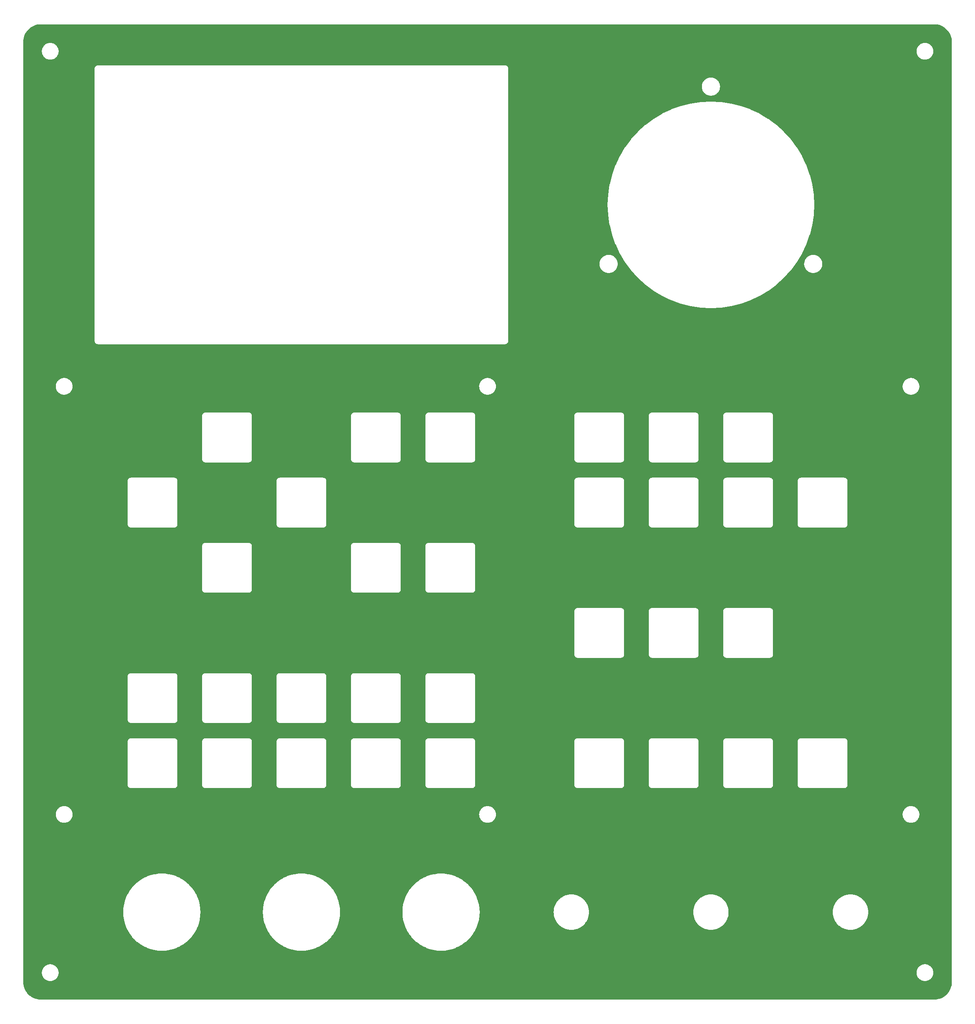
<source format=gbr>
%TF.GenerationSoftware,KiCad,Pcbnew,7.0.2-1.fc37*%
%TF.CreationDate,2023-04-28T11:32:20+01:00*%
%TF.ProjectId,grblPANEL_210x200_Front_Panel,6772626c-5041-44e4-954c-5f3231307832,A*%
%TF.SameCoordinates,Original*%
%TF.FileFunction,Copper,L1,Top*%
%TF.FilePolarity,Positive*%
%FSLAX46Y46*%
G04 Gerber Fmt 4.6, Leading zero omitted, Abs format (unit mm)*
G04 Created by KiCad (PCBNEW 7.0.2-1.fc37) date 2023-04-28 11:32:20*
%MOMM*%
%LPD*%
G01*
G04 APERTURE LIST*
G04 APERTURE END LIST*
%TA.AperFunction,NonConductor*%
G36*
X251998139Y-41200644D02*
G01*
X252366093Y-41218479D01*
X252378421Y-41219697D01*
X252734945Y-41272991D01*
X252746604Y-41275311D01*
X253097011Y-41362683D01*
X253108655Y-41366202D01*
X253448442Y-41487424D01*
X253459799Y-41492123D01*
X253785669Y-41646337D01*
X253796506Y-41652141D01*
X253950178Y-41744527D01*
X254105312Y-41837792D01*
X254115214Y-41844412D01*
X254352899Y-42020420D01*
X254405496Y-42059368D01*
X254415177Y-42067325D01*
X254681759Y-42310007D01*
X254689972Y-42318219D01*
X254932684Y-42584834D01*
X254940634Y-42594507D01*
X255155585Y-42884783D01*
X255162206Y-42894686D01*
X255347850Y-43203480D01*
X255353660Y-43214328D01*
X255507872Y-43540191D01*
X255512579Y-43551567D01*
X255633793Y-43891334D01*
X255637319Y-43903000D01*
X255724686Y-44253389D01*
X255727007Y-44265057D01*
X255780301Y-44621577D01*
X255781519Y-44633905D01*
X255799355Y-45001858D01*
X255799500Y-45007862D01*
X255799500Y-246992126D01*
X255799355Y-246998128D01*
X255781519Y-247366168D01*
X255780303Y-247378484D01*
X255727009Y-247735280D01*
X255724682Y-247746979D01*
X255637339Y-248097067D01*
X255633803Y-248108756D01*
X255512593Y-248448137D01*
X255507892Y-248459490D01*
X255353604Y-248785385D01*
X255347860Y-248796120D01*
X255162265Y-249105465D01*
X255155507Y-249115571D01*
X254940529Y-249405233D01*
X254932774Y-249414672D01*
X254690007Y-249682137D01*
X254681596Y-249690554D01*
X254415245Y-249932669D01*
X254405598Y-249940590D01*
X254115284Y-250155419D01*
X254105370Y-250162042D01*
X253796582Y-250347505D01*
X253785735Y-250353308D01*
X253459747Y-250507425D01*
X253448482Y-250512088D01*
X253108499Y-250633603D01*
X253096878Y-250637125D01*
X252746736Y-250724780D01*
X252734831Y-250727148D01*
X252378343Y-250780068D01*
X252366221Y-250781263D01*
X251998105Y-250799351D01*
X251992019Y-250799500D01*
X60007973Y-250799500D01*
X60001888Y-250799351D01*
X59633686Y-250781261D01*
X59621576Y-250780068D01*
X59264817Y-250727147D01*
X59252882Y-250724773D01*
X58903043Y-250637143D01*
X58891398Y-250633610D01*
X58551819Y-250512105D01*
X58540578Y-250507449D01*
X58214549Y-250353252D01*
X58203815Y-250347515D01*
X57894458Y-250162090D01*
X57884341Y-250155329D01*
X57594674Y-249940495D01*
X57585269Y-249932778D01*
X57585149Y-249932669D01*
X57318008Y-249690554D01*
X57309443Y-249681989D01*
X57067215Y-249414723D01*
X57059503Y-249405324D01*
X56844669Y-249115657D01*
X56837908Y-249105539D01*
X56652486Y-248796186D01*
X56646749Y-248785453D01*
X56646717Y-248785385D01*
X56492544Y-248459410D01*
X56487890Y-248448172D01*
X56487877Y-248448137D01*
X56366387Y-248108597D01*
X56362855Y-248096955D01*
X56298838Y-247841383D01*
X56275222Y-247747103D01*
X56272851Y-247735181D01*
X56219930Y-247378422D01*
X56218737Y-247366311D01*
X56200649Y-246998111D01*
X56200500Y-246992027D01*
X56200500Y-245012731D01*
X60198632Y-245012731D01*
X60198995Y-245014779D01*
X60200746Y-245030321D01*
X60206435Y-245146194D01*
X60206217Y-245161813D01*
X60206055Y-245163904D01*
X60207030Y-245170475D01*
X60208222Y-245182577D01*
X60208548Y-245189225D01*
X60209113Y-245191238D01*
X60212377Y-245206525D01*
X60229402Y-245321293D01*
X60230716Y-245336861D01*
X60230760Y-245338950D01*
X60232376Y-245345402D01*
X60234747Y-245357319D01*
X60235316Y-245361154D01*
X60235725Y-245363909D01*
X60236481Y-245365848D01*
X60241234Y-245380756D01*
X60269425Y-245493286D01*
X60272261Y-245508667D01*
X60272507Y-245510727D01*
X60273592Y-245513760D01*
X60274744Y-245516980D01*
X60274750Y-245516995D01*
X60278278Y-245528627D01*
X60279899Y-245535096D01*
X60280839Y-245536948D01*
X60287030Y-245551320D01*
X60326105Y-245660537D01*
X60330430Y-245675548D01*
X60330884Y-245677603D01*
X60333726Y-245683612D01*
X60338382Y-245694852D01*
X60340617Y-245701100D01*
X60341745Y-245702867D01*
X60349304Y-245716545D01*
X60398911Y-245821418D01*
X60404695Y-245835952D01*
X60405340Y-245837927D01*
X60405510Y-245838211D01*
X60408764Y-245843640D01*
X60414491Y-245854355D01*
X60417343Y-245860383D01*
X60418618Y-245862005D01*
X60418623Y-245862011D01*
X60427498Y-245874898D01*
X60487130Y-245974394D01*
X60494304Y-245988281D01*
X60495144Y-245990194D01*
X60499109Y-245995541D01*
X60505865Y-246005653D01*
X60509286Y-246011360D01*
X60510724Y-246012860D01*
X60520810Y-246024803D01*
X60589929Y-246118006D01*
X60598424Y-246131114D01*
X60599453Y-246132945D01*
X60603911Y-246137864D01*
X60611631Y-246147270D01*
X60611842Y-246147555D01*
X60615589Y-246152607D01*
X60617180Y-246153970D01*
X60628375Y-246164854D01*
X60706305Y-246250832D01*
X60716050Y-246263053D01*
X60717087Y-246264536D01*
X60717241Y-246264756D01*
X60722168Y-246269222D01*
X60730766Y-246277819D01*
X60735244Y-246282759D01*
X60736948Y-246283950D01*
X60749171Y-246293699D01*
X60835133Y-246371614D01*
X60846029Y-246382819D01*
X60847394Y-246384412D01*
X60852721Y-246388363D01*
X60862132Y-246396086D01*
X60867052Y-246400545D01*
X60867053Y-246400546D01*
X60867056Y-246400548D01*
X60868883Y-246401575D01*
X60881998Y-246410074D01*
X60975176Y-246479173D01*
X60987135Y-246489271D01*
X60988640Y-246490714D01*
X60994350Y-246494136D01*
X61004466Y-246500894D01*
X61009803Y-246504853D01*
X61009804Y-246504853D01*
X61009805Y-246504854D01*
X61011704Y-246505688D01*
X61025598Y-246512865D01*
X61125096Y-246572498D01*
X61137986Y-246581375D01*
X61138131Y-246581489D01*
X61139617Y-246582657D01*
X61145636Y-246585504D01*
X61156352Y-246591232D01*
X61162072Y-246594660D01*
X61164046Y-246595304D01*
X61178575Y-246601085D01*
X61283448Y-246650691D01*
X61297122Y-246658248D01*
X61298899Y-246659382D01*
X61305156Y-246661620D01*
X61316404Y-246666280D01*
X61322391Y-246669112D01*
X61322392Y-246669112D01*
X61322398Y-246669115D01*
X61324444Y-246669567D01*
X61339450Y-246673889D01*
X61448685Y-246712971D01*
X61463045Y-246719156D01*
X61464903Y-246720100D01*
X61464905Y-246720100D01*
X61464906Y-246720101D01*
X61471361Y-246721718D01*
X61483001Y-246725248D01*
X61489269Y-246727491D01*
X61491326Y-246727737D01*
X61506704Y-246730571D01*
X61619259Y-246758769D01*
X61634142Y-246763514D01*
X61636093Y-246764275D01*
X61642677Y-246765251D01*
X61654605Y-246767624D01*
X61661048Y-246769239D01*
X61663143Y-246769283D01*
X61678694Y-246770594D01*
X61793475Y-246787621D01*
X61808758Y-246790885D01*
X61810775Y-246791451D01*
X61813389Y-246791579D01*
X61817398Y-246791776D01*
X61829530Y-246792970D01*
X61830932Y-246793178D01*
X61836094Y-246793944D01*
X61836094Y-246793943D01*
X61836095Y-246793944D01*
X61838166Y-246793784D01*
X61853806Y-246793563D01*
X61969679Y-246799252D01*
X61985230Y-246801006D01*
X61986279Y-246801191D01*
X61987269Y-246801367D01*
X61993919Y-246801040D01*
X62006081Y-246801040D01*
X62012731Y-246801367D01*
X62013461Y-246801237D01*
X62014771Y-246801006D01*
X62030323Y-246799252D01*
X62146192Y-246793563D01*
X62161822Y-246793782D01*
X62163906Y-246793944D01*
X62170477Y-246792968D01*
X62182595Y-246791776D01*
X62189225Y-246791451D01*
X62191241Y-246790885D01*
X62206523Y-246787621D01*
X62321306Y-246770594D01*
X62336854Y-246769283D01*
X62338952Y-246769239D01*
X62345407Y-246767621D01*
X62357318Y-246765252D01*
X62363908Y-246764275D01*
X62365845Y-246763519D01*
X62380758Y-246758764D01*
X62493284Y-246730574D01*
X62508673Y-246727737D01*
X62510732Y-246727491D01*
X62516988Y-246725252D01*
X62528644Y-246721716D01*
X62535097Y-246720100D01*
X62536947Y-246719159D01*
X62551324Y-246712967D01*
X62660537Y-246673893D01*
X62675555Y-246669568D01*
X62677602Y-246669116D01*
X62683613Y-246666272D01*
X62694856Y-246661615D01*
X62701102Y-246659381D01*
X62702862Y-246658257D01*
X62716533Y-246650699D01*
X62821429Y-246601081D01*
X62835957Y-246595302D01*
X62837927Y-246594660D01*
X62843642Y-246591234D01*
X62854362Y-246585504D01*
X62860383Y-246582657D01*
X62862005Y-246581381D01*
X62874897Y-246572500D01*
X62974406Y-246512861D01*
X62988276Y-246505697D01*
X62990197Y-246504854D01*
X62995543Y-246500888D01*
X63005651Y-246494135D01*
X63011360Y-246490714D01*
X63012865Y-246489269D01*
X63024797Y-246479193D01*
X63118004Y-246410070D01*
X63131117Y-246401575D01*
X63131931Y-246401116D01*
X63132944Y-246400548D01*
X63137859Y-246396092D01*
X63147269Y-246388368D01*
X63152607Y-246384411D01*
X63153968Y-246382820D01*
X63164865Y-246371614D01*
X63250519Y-246293978D01*
X63250825Y-246293701D01*
X63263062Y-246283943D01*
X63264265Y-246283102D01*
X63264756Y-246282759D01*
X63269224Y-246277828D01*
X63277831Y-246269222D01*
X63282759Y-246264756D01*
X63283943Y-246263061D01*
X63293701Y-246250825D01*
X63371611Y-246164868D01*
X63382821Y-246153968D01*
X63384411Y-246152607D01*
X63388368Y-246147270D01*
X63396090Y-246137861D01*
X63400548Y-246132944D01*
X63401572Y-246131121D01*
X63410066Y-246118011D01*
X63479181Y-246024812D01*
X63489269Y-246012866D01*
X63490714Y-246011360D01*
X63494139Y-246005643D01*
X63500889Y-245995541D01*
X63504853Y-245990197D01*
X63505690Y-245988288D01*
X63512864Y-245974401D01*
X63572501Y-245874898D01*
X63581376Y-245862011D01*
X63582657Y-245860383D01*
X63585510Y-245854350D01*
X63591225Y-245843658D01*
X63594660Y-245837928D01*
X63595305Y-245835952D01*
X63601082Y-245821428D01*
X63650694Y-245716545D01*
X63658249Y-245702875D01*
X63659382Y-245701101D01*
X63661619Y-245694845D01*
X63666273Y-245683607D01*
X63669115Y-245677602D01*
X63669569Y-245675548D01*
X63673894Y-245660536D01*
X63673929Y-245660440D01*
X63712970Y-245551318D01*
X63719160Y-245536947D01*
X63720100Y-245535097D01*
X63721722Y-245528618D01*
X63725249Y-245516995D01*
X63727491Y-245510731D01*
X63727737Y-245508673D01*
X63730571Y-245493296D01*
X63758769Y-245380739D01*
X63763511Y-245365864D01*
X63764275Y-245363907D01*
X63765251Y-245357324D01*
X63767628Y-245345380D01*
X63767643Y-245345321D01*
X63769239Y-245338952D01*
X63769283Y-245336855D01*
X63770594Y-245321305D01*
X63787621Y-245206523D01*
X63790886Y-245191238D01*
X63791451Y-245189225D01*
X63791776Y-245182595D01*
X63792969Y-245170475D01*
X63793944Y-245163906D01*
X63793782Y-245161822D01*
X63793563Y-245146186D01*
X63794007Y-245137157D01*
X63799253Y-245030321D01*
X63801006Y-245014771D01*
X63801366Y-245012735D01*
X63801367Y-245012731D01*
X63801348Y-245012347D01*
X248198609Y-245012347D01*
X248199075Y-245015007D01*
X248200772Y-245030073D01*
X248206698Y-245146222D01*
X248206488Y-245162123D01*
X248206353Y-245163856D01*
X248207377Y-245170766D01*
X248208554Y-245182615D01*
X248208910Y-245189604D01*
X248209385Y-245191284D01*
X248212717Y-245206828D01*
X248229641Y-245321110D01*
X248230954Y-245336778D01*
X248230993Y-245338753D01*
X248232632Y-245345321D01*
X248234980Y-245357162D01*
X248235972Y-245363859D01*
X248236688Y-245365698D01*
X248241452Y-245380679D01*
X248269559Y-245493342D01*
X248272357Y-245508528D01*
X248272637Y-245510859D01*
X248274797Y-245516883D01*
X248278381Y-245528702D01*
X248279931Y-245534916D01*
X248280993Y-245537012D01*
X248287095Y-245551186D01*
X248326265Y-245660440D01*
X248330639Y-245675624D01*
X248331039Y-245677442D01*
X248333975Y-245683661D01*
X248338566Y-245694748D01*
X248340886Y-245701220D01*
X248341890Y-245702791D01*
X248349535Y-245716627D01*
X248399088Y-245821606D01*
X248404769Y-245835866D01*
X248405537Y-245838207D01*
X248408776Y-245843593D01*
X248414642Y-245854557D01*
X248417326Y-245860244D01*
X248418840Y-245862172D01*
X248427553Y-245874813D01*
X248487249Y-245974071D01*
X248487256Y-245974082D01*
X248494668Y-245988451D01*
X248495222Y-245989724D01*
X248499574Y-245995625D01*
X248506031Y-246005302D01*
X248509822Y-246011606D01*
X248510792Y-246012614D01*
X248521209Y-246024966D01*
X248589974Y-246118219D01*
X248589977Y-246118222D01*
X248598114Y-246130778D01*
X248599578Y-246133367D01*
X248603473Y-246137642D01*
X248611596Y-246147541D01*
X248615036Y-246152205D01*
X248617279Y-246154137D01*
X248628010Y-246164573D01*
X248628279Y-246164868D01*
X248706526Y-246250749D01*
X248706532Y-246250755D01*
X248716604Y-246263369D01*
X248717417Y-246264536D01*
X248722825Y-246269452D01*
X248731073Y-246277691D01*
X248736003Y-246283102D01*
X248737167Y-246283911D01*
X248749799Y-246293974D01*
X248835088Y-246371506D01*
X248845883Y-246382626D01*
X248846057Y-246382830D01*
X248847358Y-246384350D01*
X248852554Y-246388207D01*
X248862056Y-246396020D01*
X248866848Y-246400376D01*
X248868812Y-246401483D01*
X248881822Y-246409932D01*
X248975225Y-246479266D01*
X248987034Y-246489231D01*
X248988718Y-246490842D01*
X248994204Y-246494122D01*
X248994214Y-246494128D01*
X249004491Y-246500990D01*
X249009631Y-246504805D01*
X249009634Y-246504807D01*
X249011750Y-246505737D01*
X249025484Y-246512825D01*
X249125382Y-246572556D01*
X249138361Y-246581484D01*
X249139875Y-246582674D01*
X249139876Y-246582674D01*
X249139877Y-246582675D01*
X249146011Y-246585575D01*
X249156653Y-246591255D01*
X249162491Y-246594746D01*
X249162492Y-246594746D01*
X249162495Y-246594748D01*
X249164339Y-246595347D01*
X249178976Y-246601162D01*
X249283802Y-246650724D01*
X249297449Y-246658263D01*
X249299255Y-246659414D01*
X249305480Y-246661638D01*
X249316751Y-246666303D01*
X249322720Y-246669126D01*
X249324796Y-246669584D01*
X249339788Y-246673898D01*
X249449081Y-246712956D01*
X249463542Y-246719187D01*
X249465269Y-246720065D01*
X249471869Y-246721721D01*
X249483392Y-246725217D01*
X249489800Y-246727508D01*
X249491711Y-246727736D01*
X249507211Y-246730594D01*
X249619319Y-246758739D01*
X249619323Y-246758740D01*
X249634202Y-246763490D01*
X249634279Y-246763520D01*
X249636176Y-246764260D01*
X249642725Y-246765233D01*
X249654672Y-246767615D01*
X249661089Y-246769226D01*
X249663211Y-246769271D01*
X249678745Y-246770587D01*
X249793312Y-246787616D01*
X249808541Y-246790871D01*
X249810615Y-246791453D01*
X249817188Y-246791775D01*
X249829347Y-246792973D01*
X249835865Y-246793942D01*
X249838011Y-246793776D01*
X249853582Y-246793560D01*
X249969666Y-246799252D01*
X249985229Y-246801006D01*
X249987259Y-246801366D01*
X249993925Y-246801039D01*
X250006075Y-246801039D01*
X250012742Y-246801366D01*
X250014762Y-246801007D01*
X250030327Y-246799252D01*
X250146417Y-246793560D01*
X250161988Y-246793776D01*
X250164135Y-246793942D01*
X250165346Y-246793761D01*
X250170642Y-246792975D01*
X250182809Y-246791775D01*
X250189385Y-246791453D01*
X250191471Y-246790867D01*
X250206695Y-246787615D01*
X250321237Y-246770589D01*
X250336788Y-246769271D01*
X250338911Y-246769226D01*
X250345321Y-246767616D01*
X250357279Y-246765232D01*
X250363824Y-246764260D01*
X250364894Y-246763842D01*
X250365796Y-246763491D01*
X250380675Y-246758740D01*
X250492787Y-246730594D01*
X250508290Y-246727736D01*
X250508912Y-246727661D01*
X250510200Y-246727508D01*
X250516598Y-246725220D01*
X250528129Y-246721721D01*
X250534731Y-246720065D01*
X250536457Y-246719186D01*
X250550924Y-246712954D01*
X250660208Y-246673899D01*
X250675207Y-246669584D01*
X250677276Y-246669127D01*
X250677275Y-246669127D01*
X250677281Y-246669126D01*
X250683266Y-246666295D01*
X250694515Y-246661640D01*
X250700745Y-246659414D01*
X250702553Y-246658260D01*
X250716188Y-246650729D01*
X250821031Y-246601157D01*
X250835677Y-246595341D01*
X250837505Y-246594747D01*
X250843337Y-246591258D01*
X250853983Y-246585578D01*
X250854148Y-246585500D01*
X250860126Y-246582674D01*
X250861646Y-246581479D01*
X250874622Y-246572553D01*
X250974512Y-246512826D01*
X250988236Y-246505743D01*
X250990367Y-246504807D01*
X250995513Y-246500986D01*
X251005779Y-246494131D01*
X251011282Y-246490842D01*
X251012962Y-246489233D01*
X251024776Y-246479264D01*
X251118179Y-246409931D01*
X251131184Y-246401485D01*
X251133152Y-246400376D01*
X251137953Y-246396010D01*
X251147445Y-246388206D01*
X251152644Y-246384348D01*
X251154117Y-246382626D01*
X251164904Y-246371510D01*
X251250200Y-246293971D01*
X251262840Y-246283906D01*
X251263994Y-246283104D01*
X251268919Y-246277698D01*
X251277167Y-246269458D01*
X251282583Y-246264536D01*
X251283396Y-246263369D01*
X251293466Y-246250755D01*
X251371992Y-246164568D01*
X251382713Y-246154143D01*
X251384964Y-246152205D01*
X251388398Y-246147547D01*
X251396532Y-246137636D01*
X251400422Y-246133367D01*
X251401882Y-246130783D01*
X251410012Y-246118234D01*
X251478795Y-246024958D01*
X251489213Y-246012606D01*
X251490176Y-246011605D01*
X251493954Y-246005321D01*
X251500410Y-245995644D01*
X251504778Y-245989723D01*
X251505336Y-245988441D01*
X251512737Y-245974090D01*
X251572446Y-245874811D01*
X251581150Y-245862183D01*
X251582672Y-245860245D01*
X251585347Y-245854576D01*
X251591226Y-245843588D01*
X251594460Y-245838211D01*
X251594459Y-245838211D01*
X251594462Y-245838208D01*
X251595230Y-245835865D01*
X251600910Y-245821606D01*
X251650463Y-245716626D01*
X251658112Y-245702786D01*
X251659113Y-245701221D01*
X251661433Y-245694748D01*
X251666022Y-245683665D01*
X251668958Y-245677448D01*
X251669356Y-245675638D01*
X251673733Y-245660440D01*
X251712907Y-245551173D01*
X251719010Y-245537000D01*
X251720070Y-245534910D01*
X251721619Y-245528702D01*
X251725202Y-245516883D01*
X251727361Y-245510861D01*
X251727642Y-245508528D01*
X251730435Y-245493354D01*
X251758549Y-245380666D01*
X251763311Y-245365698D01*
X251764028Y-245363858D01*
X251765019Y-245357156D01*
X251767367Y-245345321D01*
X251769006Y-245338754D01*
X251769046Y-245336778D01*
X251770357Y-245321110D01*
X251787280Y-245206835D01*
X251790615Y-245191281D01*
X251791089Y-245189605D01*
X251791445Y-245182612D01*
X251792623Y-245170763D01*
X251793646Y-245163857D01*
X251793512Y-245162131D01*
X251793301Y-245146216D01*
X251793772Y-245136984D01*
X251799226Y-245030066D01*
X251800924Y-245015005D01*
X251801390Y-245012346D01*
X251801082Y-245006309D01*
X251801082Y-244993689D01*
X251801390Y-244987654D01*
X251800925Y-244984999D01*
X251799226Y-244969921D01*
X251793301Y-244853776D01*
X251793512Y-244837865D01*
X251793646Y-244836145D01*
X251792620Y-244829218D01*
X251791445Y-244817381D01*
X251791445Y-244817380D01*
X251791089Y-244810395D01*
X251790616Y-244808721D01*
X251787280Y-244793163D01*
X251770357Y-244678889D01*
X251769045Y-244663203D01*
X251769006Y-244661249D01*
X251769006Y-244661246D01*
X251767365Y-244654670D01*
X251765018Y-244642832D01*
X251764028Y-244636142D01*
X251763310Y-244634299D01*
X251758547Y-244619324D01*
X251730437Y-244506649D01*
X251727640Y-244491459D01*
X251727625Y-244491334D01*
X251727361Y-244489139D01*
X251725201Y-244483115D01*
X251721616Y-244471288D01*
X251720070Y-244465092D01*
X251720070Y-244465090D01*
X251719009Y-244462996D01*
X251712905Y-244448819D01*
X251673729Y-244339547D01*
X251669358Y-244324370D01*
X251668958Y-244322552D01*
X251666019Y-244316328D01*
X251661439Y-244305269D01*
X251659113Y-244298779D01*
X251658107Y-244297205D01*
X251650464Y-244283374D01*
X251600911Y-244178394D01*
X251595228Y-244164127D01*
X251595201Y-244164046D01*
X251594462Y-244161792D01*
X251594461Y-244161791D01*
X251594461Y-244161789D01*
X251591222Y-244156404D01*
X251585350Y-244145428D01*
X251582672Y-244139756D01*
X251582672Y-244139755D01*
X251581157Y-244137825D01*
X251572442Y-244125181D01*
X251512738Y-244025909D01*
X251505342Y-244011573D01*
X251504778Y-244010277D01*
X251500415Y-244004360D01*
X251493958Y-243994683D01*
X251490176Y-243988395D01*
X251489208Y-243987388D01*
X251478793Y-243975038D01*
X251410012Y-243881763D01*
X251401883Y-243869217D01*
X251400422Y-243866633D01*
X251400418Y-243866629D01*
X251400418Y-243866628D01*
X251396529Y-243862360D01*
X251388395Y-243852448D01*
X251384964Y-243847795D01*
X251384498Y-243847394D01*
X251382726Y-243845867D01*
X251371988Y-243835425D01*
X251293469Y-243749246D01*
X251283394Y-243736627D01*
X251282585Y-243735466D01*
X251282583Y-243735464D01*
X251277161Y-243730535D01*
X251268921Y-243722304D01*
X251263994Y-243716896D01*
X251262832Y-243716088D01*
X251250202Y-243706027D01*
X251164911Y-243628493D01*
X251154112Y-243617367D01*
X251152644Y-243615652D01*
X251147453Y-243611799D01*
X251137948Y-243603984D01*
X251133151Y-243599623D01*
X251131182Y-243598513D01*
X251118182Y-243590070D01*
X251024769Y-243520729D01*
X251012964Y-243510767D01*
X251011282Y-243509158D01*
X251005775Y-243505865D01*
X250995515Y-243499013D01*
X250990367Y-243495192D01*
X250988236Y-243494255D01*
X250974509Y-243487169D01*
X250874627Y-243427448D01*
X250861643Y-243418518D01*
X250860125Y-243417325D01*
X250853964Y-243414412D01*
X250843345Y-243408744D01*
X250837505Y-243405253D01*
X250837500Y-243405250D01*
X250835660Y-243404652D01*
X250821028Y-243398839D01*
X250741127Y-243361060D01*
X250716199Y-243349274D01*
X250702546Y-243341734D01*
X250700745Y-243340586D01*
X250700742Y-243340585D01*
X250694512Y-243338358D01*
X250683265Y-243333703D01*
X250677281Y-243330874D01*
X250677276Y-243330872D01*
X250677272Y-243330871D01*
X250675186Y-243330410D01*
X250660208Y-243326098D01*
X250550924Y-243287045D01*
X250536460Y-243280814D01*
X250534731Y-243279935D01*
X250528128Y-243278277D01*
X250516606Y-243274781D01*
X250510198Y-243272491D01*
X250508284Y-243272263D01*
X250492792Y-243269406D01*
X250380672Y-243241258D01*
X250365800Y-243236511D01*
X250363822Y-243235739D01*
X250357277Y-243234766D01*
X250345338Y-243232386D01*
X250338914Y-243230774D01*
X250336784Y-243230728D01*
X250321234Y-243229409D01*
X250206701Y-243212384D01*
X250191466Y-243209130D01*
X250189385Y-243208547D01*
X250188109Y-243208484D01*
X250182788Y-243208223D01*
X250170650Y-243207026D01*
X250164133Y-243206057D01*
X250161984Y-243206223D01*
X250146414Y-243206438D01*
X250030334Y-243200746D01*
X250014773Y-243198993D01*
X250012741Y-243198633D01*
X250006058Y-243198960D01*
X249993941Y-243198960D01*
X249987259Y-243198633D01*
X249985228Y-243198993D01*
X249969668Y-243200746D01*
X249853585Y-243206438D01*
X249838013Y-243206223D01*
X249835866Y-243206058D01*
X249835865Y-243206058D01*
X249829349Y-243207026D01*
X249817212Y-243208223D01*
X249810611Y-243208547D01*
X249808529Y-243209131D01*
X249793296Y-243212385D01*
X249716126Y-243223855D01*
X249678763Y-243229409D01*
X249663223Y-243230727D01*
X249661090Y-243230773D01*
X249654668Y-243232385D01*
X249642725Y-243234766D01*
X249636172Y-243235740D01*
X249634192Y-243236513D01*
X249619331Y-243241256D01*
X249507206Y-243269406D01*
X249491717Y-243272263D01*
X249489797Y-243272492D01*
X249483389Y-243274782D01*
X249471870Y-243278277D01*
X249465412Y-243279899D01*
X249465265Y-243279936D01*
X249463534Y-243280816D01*
X249449080Y-243287042D01*
X249339785Y-243326101D01*
X249324796Y-243330415D01*
X249322721Y-243330873D01*
X249316739Y-243333701D01*
X249305484Y-243338359D01*
X249299255Y-243340585D01*
X249297444Y-243341740D01*
X249283797Y-243349276D01*
X249178974Y-243398838D01*
X249164340Y-243404651D01*
X249162491Y-243405252D01*
X249156636Y-243408753D01*
X249146023Y-243414418D01*
X249139873Y-243417326D01*
X249138359Y-243418516D01*
X249125382Y-243427441D01*
X249025482Y-243487173D01*
X249011764Y-243494255D01*
X249009635Y-243495190D01*
X249004490Y-243499010D01*
X248994236Y-243505857D01*
X248988718Y-243509156D01*
X248987030Y-243510772D01*
X248975228Y-243520730D01*
X248881818Y-243590069D01*
X248868816Y-243598514D01*
X248866848Y-243599623D01*
X248862049Y-243603986D01*
X248852563Y-243611786D01*
X248847356Y-243615651D01*
X248845882Y-243617374D01*
X248835092Y-243628490D01*
X248749794Y-243706030D01*
X248737171Y-243716085D01*
X248736008Y-243716893D01*
X248731078Y-243722304D01*
X248722845Y-243730528D01*
X248717419Y-243735460D01*
X248716992Y-243736072D01*
X248716599Y-243736637D01*
X248706544Y-243749230D01*
X248691250Y-243766017D01*
X248628007Y-243835429D01*
X248617283Y-243845859D01*
X248615035Y-243847795D01*
X248611603Y-243852449D01*
X248603481Y-243862347D01*
X248599577Y-243866632D01*
X248598117Y-243869215D01*
X248589980Y-243881771D01*
X248589814Y-243881998D01*
X248521205Y-243975038D01*
X248510797Y-243987381D01*
X248509820Y-243988396D01*
X248506032Y-243994695D01*
X248499583Y-244004360D01*
X248495223Y-244010273D01*
X248494667Y-244011550D01*
X248487257Y-244025915D01*
X248427556Y-244125181D01*
X248418842Y-244137825D01*
X248417326Y-244139756D01*
X248414639Y-244145448D01*
X248408778Y-244156402D01*
X248405537Y-244161792D01*
X248404768Y-244164135D01*
X248399088Y-244178394D01*
X248349533Y-244283375D01*
X248341897Y-244297195D01*
X248340888Y-244298773D01*
X248338564Y-244305257D01*
X248333979Y-244316329D01*
X248331041Y-244322552D01*
X248330642Y-244324368D01*
X248326268Y-244339552D01*
X248325940Y-244340468D01*
X248287093Y-244448819D01*
X248280994Y-244462986D01*
X248279929Y-244465087D01*
X248278380Y-244471297D01*
X248274801Y-244483106D01*
X248272637Y-244489141D01*
X248272358Y-244491465D01*
X248269560Y-244506652D01*
X248241451Y-244619324D01*
X248236689Y-244634301D01*
X248235970Y-244636145D01*
X248234979Y-244642839D01*
X248232633Y-244654670D01*
X248230993Y-244661243D01*
X248230954Y-244663220D01*
X248229641Y-244678889D01*
X248212716Y-244793172D01*
X248209388Y-244808703D01*
X248208910Y-244810394D01*
X248208554Y-244817380D01*
X248207378Y-244829219D01*
X248206353Y-244836139D01*
X248206488Y-244837874D01*
X248206698Y-244853776D01*
X248200773Y-244969921D01*
X248199076Y-244984988D01*
X248198609Y-244987653D01*
X248198917Y-244993690D01*
X248198917Y-245006309D01*
X248198609Y-245012347D01*
X63801348Y-245012347D01*
X63801040Y-245006078D01*
X63801040Y-244993919D01*
X63801367Y-244987269D01*
X63801006Y-244985230D01*
X63799252Y-244969673D01*
X63794015Y-244863014D01*
X63793563Y-244853805D01*
X63793784Y-244838166D01*
X63793944Y-244836095D01*
X63792970Y-244829530D01*
X63791776Y-244817398D01*
X63791451Y-244810778D01*
X63791451Y-244810775D01*
X63790885Y-244808758D01*
X63787620Y-244793468D01*
X63770594Y-244678694D01*
X63769283Y-244663137D01*
X63769239Y-244661048D01*
X63767624Y-244654605D01*
X63765251Y-244642677D01*
X63764275Y-244636093D01*
X63763513Y-244634137D01*
X63758769Y-244619259D01*
X63730571Y-244506704D01*
X63727737Y-244491326D01*
X63727491Y-244489269D01*
X63725248Y-244483001D01*
X63721718Y-244471361D01*
X63720101Y-244464906D01*
X63720100Y-244464905D01*
X63720100Y-244464903D01*
X63719156Y-244463045D01*
X63712971Y-244448684D01*
X63673889Y-244339450D01*
X63669567Y-244324444D01*
X63669115Y-244322398D01*
X63666280Y-244316404D01*
X63661620Y-244305156D01*
X63659382Y-244298899D01*
X63658248Y-244297122D01*
X63650691Y-244283448D01*
X63621915Y-244222612D01*
X63601085Y-244178575D01*
X63595302Y-244164040D01*
X63594660Y-244162072D01*
X63591232Y-244156352D01*
X63585501Y-244145630D01*
X63585415Y-244145448D01*
X63582657Y-244139617D01*
X63581375Y-244137986D01*
X63572498Y-244125096D01*
X63512865Y-244025598D01*
X63505688Y-244011704D01*
X63504854Y-244009805D01*
X63500899Y-244004472D01*
X63494136Y-243994350D01*
X63490713Y-243988639D01*
X63489271Y-243987135D01*
X63479173Y-243975176D01*
X63410074Y-243881998D01*
X63401572Y-243868879D01*
X63400548Y-243867056D01*
X63400546Y-243867053D01*
X63400545Y-243867052D01*
X63396086Y-243862132D01*
X63388363Y-243852721D01*
X63384412Y-243847394D01*
X63382819Y-243846029D01*
X63371614Y-243835133D01*
X63293699Y-243749171D01*
X63283947Y-243736944D01*
X63282759Y-243735244D01*
X63277819Y-243730766D01*
X63269222Y-243722168D01*
X63264756Y-243717241D01*
X63264753Y-243717239D01*
X63263053Y-243716050D01*
X63250832Y-243706305D01*
X63164854Y-243628375D01*
X63153970Y-243617180D01*
X63152607Y-243615589D01*
X63152603Y-243615586D01*
X63147270Y-243611631D01*
X63137864Y-243603911D01*
X63132945Y-243599453D01*
X63132944Y-243599452D01*
X63131110Y-243598421D01*
X63118006Y-243589929D01*
X63024803Y-243520810D01*
X63012860Y-243510724D01*
X63011360Y-243509286D01*
X63011355Y-243509283D01*
X63005653Y-243505865D01*
X62995541Y-243499109D01*
X62995412Y-243499013D01*
X62990197Y-243495146D01*
X62990196Y-243495145D01*
X62990194Y-243495144D01*
X62988281Y-243494304D01*
X62974394Y-243487130D01*
X62874898Y-243427498D01*
X62862011Y-243418623D01*
X62860383Y-243417343D01*
X62860345Y-243417325D01*
X62854355Y-243414491D01*
X62843640Y-243408764D01*
X62843600Y-243408740D01*
X62837927Y-243405340D01*
X62837926Y-243405339D01*
X62837925Y-243405339D01*
X62835952Y-243404695D01*
X62821418Y-243398911D01*
X62716545Y-243349304D01*
X62702867Y-243341745D01*
X62701100Y-243340617D01*
X62694852Y-243338382D01*
X62683612Y-243333726D01*
X62677603Y-243330884D01*
X62675548Y-243330430D01*
X62660537Y-243326105D01*
X62551320Y-243287030D01*
X62536948Y-243280839D01*
X62535096Y-243279899D01*
X62528627Y-243278278D01*
X62516999Y-243274751D01*
X62513760Y-243273592D01*
X62510727Y-243272507D01*
X62508667Y-243272261D01*
X62493286Y-243269425D01*
X62380756Y-243241234D01*
X62365848Y-243236481D01*
X62363909Y-243235725D01*
X62361154Y-243235316D01*
X62357319Y-243234747D01*
X62345402Y-243232376D01*
X62338950Y-243230760D01*
X62336861Y-243230716D01*
X62321293Y-243229402D01*
X62206525Y-243212377D01*
X62191238Y-243209113D01*
X62189225Y-243208548D01*
X62182577Y-243208222D01*
X62170475Y-243207030D01*
X62163904Y-243206055D01*
X62161813Y-243206217D01*
X62146194Y-243206435D01*
X62030321Y-243200746D01*
X62014779Y-243198995D01*
X62012731Y-243198632D01*
X62006078Y-243198959D01*
X61993922Y-243198959D01*
X61987268Y-243198632D01*
X61985222Y-243198995D01*
X61969680Y-243200746D01*
X61853805Y-243206435D01*
X61838185Y-243206217D01*
X61836094Y-243206055D01*
X61829524Y-243207030D01*
X61817423Y-243208222D01*
X61810774Y-243208548D01*
X61808755Y-243209115D01*
X61793474Y-243212377D01*
X61678706Y-243229402D01*
X61663138Y-243230716D01*
X61661050Y-243230760D01*
X61654600Y-243232376D01*
X61642679Y-243234747D01*
X61640352Y-243235093D01*
X61636089Y-243235725D01*
X61634134Y-243236488D01*
X61619251Y-243241231D01*
X61506706Y-243269426D01*
X61491328Y-243272262D01*
X61489270Y-243272508D01*
X61484052Y-243274374D01*
X61483005Y-243274750D01*
X61483002Y-243274751D01*
X61471378Y-243278277D01*
X61464899Y-243279900D01*
X61463043Y-243280843D01*
X61448684Y-243287028D01*
X61339455Y-243326107D01*
X61324449Y-243330431D01*
X61322399Y-243330884D01*
X61316392Y-243333725D01*
X61305155Y-243338379D01*
X61298898Y-243340617D01*
X61297122Y-243341751D01*
X61283451Y-243349306D01*
X61178572Y-243398915D01*
X61164052Y-243404693D01*
X61162075Y-243405339D01*
X61162069Y-243405341D01*
X61156340Y-243408774D01*
X61145641Y-243414492D01*
X61139618Y-243417341D01*
X61137983Y-243418627D01*
X61125099Y-243427499D01*
X61025593Y-243487136D01*
X61011715Y-243494306D01*
X61009807Y-243495143D01*
X61005518Y-243498324D01*
X61004590Y-243499013D01*
X61004467Y-243499104D01*
X60994361Y-243505856D01*
X60988642Y-243509283D01*
X60987133Y-243510731D01*
X60975183Y-243520820D01*
X60881996Y-243589925D01*
X60868898Y-243598415D01*
X60867059Y-243599448D01*
X60862131Y-243603915D01*
X60852733Y-243611627D01*
X60847395Y-243615586D01*
X60846027Y-243617183D01*
X60835139Y-243628379D01*
X60749171Y-243706300D01*
X60736953Y-243716045D01*
X60735244Y-243717239D01*
X60730769Y-243722177D01*
X60722177Y-243730769D01*
X60717239Y-243735244D01*
X60716045Y-243736953D01*
X60706300Y-243749170D01*
X60628379Y-243835139D01*
X60617178Y-243846031D01*
X60615587Y-243847393D01*
X60611627Y-243852733D01*
X60603914Y-243862132D01*
X60599450Y-243867057D01*
X60598422Y-243868887D01*
X60589925Y-243881997D01*
X60520816Y-243975186D01*
X60510732Y-243987130D01*
X60509285Y-243988639D01*
X60505858Y-243994356D01*
X60499115Y-244004448D01*
X60495143Y-244009804D01*
X60494299Y-244011727D01*
X60487130Y-244025602D01*
X60427498Y-244125099D01*
X60418628Y-244137981D01*
X60417342Y-244139616D01*
X60414488Y-244145650D01*
X60408766Y-244156355D01*
X60405340Y-244162070D01*
X60404696Y-244164046D01*
X60398912Y-244178580D01*
X60349303Y-244283456D01*
X60341749Y-244297125D01*
X60340619Y-244298894D01*
X60338381Y-244305151D01*
X60333729Y-244316380D01*
X60330883Y-244322396D01*
X60330428Y-244324458D01*
X60326104Y-244339464D01*
X60287028Y-244448684D01*
X60280840Y-244463050D01*
X60279899Y-244464902D01*
X60278282Y-244471358D01*
X60274755Y-244482986D01*
X60272508Y-244489265D01*
X60272261Y-244491334D01*
X60269425Y-244506713D01*
X60241233Y-244619244D01*
X60236486Y-244634137D01*
X60235725Y-244636089D01*
X60234747Y-244642678D01*
X60232378Y-244654585D01*
X60230760Y-244661046D01*
X60230716Y-244663137D01*
X60229402Y-244678705D01*
X60212377Y-244793474D01*
X60209115Y-244808755D01*
X60208548Y-244810774D01*
X60208222Y-244817423D01*
X60207030Y-244829524D01*
X60206055Y-244836094D01*
X60206217Y-244838185D01*
X60206435Y-244853805D01*
X60200746Y-244969680D01*
X60198995Y-244985222D01*
X60198632Y-244987268D01*
X60198959Y-244993922D01*
X60198959Y-245006078D01*
X60198632Y-245012731D01*
X56200500Y-245012731D01*
X56200500Y-232012723D01*
X77698632Y-232012723D01*
X77698667Y-232012918D01*
X77698976Y-232014664D01*
X77698995Y-232014768D01*
X77700747Y-232030313D01*
X77737734Y-232783252D01*
X77737515Y-232798879D01*
X77737354Y-232800962D01*
X77738333Y-232807569D01*
X77739522Y-232819647D01*
X77739849Y-232826299D01*
X77740410Y-232828298D01*
X77743675Y-232843592D01*
X77854263Y-233589349D01*
X77855576Y-233604915D01*
X77855620Y-233607016D01*
X77857233Y-233613452D01*
X77859610Y-233625401D01*
X77860582Y-233631959D01*
X77861343Y-233633911D01*
X77866088Y-233648797D01*
X78049326Y-234380133D01*
X78052162Y-234395509D01*
X78052411Y-234397581D01*
X78054648Y-234403834D01*
X78054655Y-234403852D01*
X78058180Y-234415470D01*
X78059802Y-234421942D01*
X78059803Y-234421944D01*
X78059804Y-234421947D01*
X78060744Y-234423799D01*
X78066930Y-234438159D01*
X78320908Y-235147930D01*
X78325238Y-235162962D01*
X78325685Y-235164986D01*
X78328541Y-235171027D01*
X78333185Y-235182241D01*
X78335431Y-235188516D01*
X78335432Y-235188518D01*
X78335433Y-235188520D01*
X78336536Y-235190248D01*
X78336543Y-235190259D01*
X78344112Y-235203956D01*
X78666388Y-235885496D01*
X78672162Y-235900008D01*
X78672815Y-235902007D01*
X78672816Y-235902010D01*
X78676219Y-235907686D01*
X78681965Y-235918437D01*
X78684799Y-235924432D01*
X78686105Y-235926093D01*
X78694966Y-235938961D01*
X79082579Y-236585584D01*
X79089761Y-236599484D01*
X79090595Y-236601385D01*
X79094566Y-236606739D01*
X79101316Y-236616841D01*
X79104745Y-236622561D01*
X79106171Y-236624048D01*
X79106175Y-236624052D01*
X79116274Y-236636012D01*
X79565341Y-237241566D01*
X79573842Y-237254684D01*
X79574865Y-237256504D01*
X79579322Y-237261422D01*
X79579332Y-237261433D01*
X79587046Y-237270834D01*
X79591008Y-237276176D01*
X79592585Y-237277527D01*
X79603805Y-237288436D01*
X80110072Y-237847057D01*
X80119818Y-237859278D01*
X80121018Y-237860995D01*
X80125936Y-237865452D01*
X80134544Y-237874060D01*
X80139004Y-237878981D01*
X80140718Y-237880179D01*
X80152942Y-237889927D01*
X80711565Y-238396197D01*
X80722466Y-238407407D01*
X80723824Y-238408992D01*
X80729172Y-238412958D01*
X80738574Y-238420674D01*
X80743497Y-238425136D01*
X80745311Y-238426155D01*
X80758437Y-238434660D01*
X81363995Y-238883732D01*
X81375939Y-238893817D01*
X81377439Y-238895255D01*
X81383147Y-238898676D01*
X81393247Y-238905424D01*
X81398615Y-238909405D01*
X81399836Y-238909941D01*
X81400512Y-238910238D01*
X81414420Y-238917423D01*
X82061047Y-239305040D01*
X82073910Y-239313897D01*
X82075568Y-239315200D01*
X82081565Y-239318035D01*
X82092287Y-239323765D01*
X82097989Y-239327184D01*
X82100001Y-239327840D01*
X82114496Y-239333608D01*
X82796041Y-239655885D01*
X82809738Y-239663455D01*
X82811480Y-239664567D01*
X82817755Y-239666812D01*
X82828973Y-239671458D01*
X82835012Y-239674314D01*
X82837027Y-239674758D01*
X82852065Y-239679089D01*
X83361062Y-239861224D01*
X83561839Y-239933068D01*
X83576202Y-239939255D01*
X83578058Y-239940198D01*
X83584521Y-239941817D01*
X83596135Y-239945340D01*
X83602419Y-239947589D01*
X83604473Y-239947835D01*
X83619859Y-239950671D01*
X84351201Y-240133909D01*
X84366080Y-240138652D01*
X84368044Y-240139418D01*
X84374601Y-240140390D01*
X84386537Y-240142763D01*
X84392984Y-240144379D01*
X84395093Y-240144423D01*
X84410645Y-240145734D01*
X85156393Y-240256321D01*
X85156400Y-240256322D01*
X85171706Y-240259591D01*
X85173696Y-240260149D01*
X85173700Y-240260150D01*
X85180348Y-240260476D01*
X85192444Y-240261668D01*
X85196466Y-240262264D01*
X85199035Y-240262645D01*
X85201118Y-240262483D01*
X85216742Y-240262264D01*
X85969680Y-240299251D01*
X85985222Y-240301003D01*
X85987275Y-240301367D01*
X85993922Y-240301040D01*
X86006078Y-240301040D01*
X86012725Y-240301367D01*
X86014778Y-240301002D01*
X86030312Y-240299251D01*
X86783256Y-240262264D01*
X86798881Y-240262483D01*
X86800965Y-240262645D01*
X86807559Y-240261666D01*
X86819641Y-240260476D01*
X86826300Y-240260150D01*
X86828294Y-240259590D01*
X86843586Y-240256323D01*
X87589354Y-240145734D01*
X87604904Y-240144423D01*
X87607017Y-240144379D01*
X87613460Y-240142763D01*
X87625403Y-240140389D01*
X87631956Y-240139418D01*
X87633903Y-240138658D01*
X87648795Y-240133910D01*
X88380142Y-239950670D01*
X88395511Y-239947836D01*
X88397581Y-239947589D01*
X88403839Y-239945349D01*
X88415478Y-239941817D01*
X88421942Y-239940198D01*
X88423794Y-239939256D01*
X88438165Y-239933066D01*
X89147943Y-239679086D01*
X89162958Y-239674761D01*
X89164988Y-239674314D01*
X89171019Y-239671461D01*
X89182254Y-239666809D01*
X89182279Y-239666800D01*
X89188520Y-239664567D01*
X89190261Y-239663455D01*
X89203948Y-239655890D01*
X89885500Y-239333608D01*
X89900002Y-239327839D01*
X89902010Y-239327184D01*
X89907688Y-239323779D01*
X89918430Y-239318037D01*
X89924432Y-239315200D01*
X89926092Y-239313894D01*
X89938949Y-239305040D01*
X90585589Y-238917416D01*
X90599487Y-238910237D01*
X90601386Y-238909404D01*
X90606742Y-238905431D01*
X90616835Y-238898687D01*
X90622561Y-238895255D01*
X90624058Y-238893818D01*
X90636010Y-238883725D01*
X91241562Y-238434660D01*
X91254687Y-238426156D01*
X91256500Y-238425137D01*
X91256499Y-238425137D01*
X91256504Y-238425135D01*
X91261436Y-238420664D01*
X91270829Y-238412956D01*
X91276176Y-238408992D01*
X91277530Y-238407410D01*
X91288434Y-238396195D01*
X91847058Y-237889926D01*
X91859282Y-237880179D01*
X91860996Y-237878981D01*
X91865454Y-237874062D01*
X91874069Y-237865447D01*
X91878981Y-237860996D01*
X91880182Y-237859278D01*
X91889927Y-237847057D01*
X92396203Y-237288426D01*
X92407408Y-237277532D01*
X92408992Y-237276176D01*
X92412953Y-237270834D01*
X92420671Y-237261428D01*
X92425135Y-237256504D01*
X92426160Y-237254677D01*
X92434657Y-237241566D01*
X92883733Y-236636002D01*
X92893825Y-236624052D01*
X92895255Y-236622561D01*
X92898682Y-236616842D01*
X92905434Y-236606738D01*
X92909405Y-236601385D01*
X92910237Y-236599490D01*
X92917424Y-236585577D01*
X93305038Y-235938954D01*
X93313898Y-235926087D01*
X93315200Y-235924432D01*
X93318034Y-235918437D01*
X93323773Y-235907698D01*
X93327184Y-235902011D01*
X93327837Y-235900012D01*
X93333615Y-235885487D01*
X93655886Y-235203956D01*
X93663456Y-235190259D01*
X93664567Y-235188520D01*
X93666810Y-235182252D01*
X93671463Y-235171017D01*
X93672971Y-235167828D01*
X93674314Y-235164988D01*
X93674761Y-235162958D01*
X93679086Y-235147943D01*
X93933066Y-234438163D01*
X93939259Y-234423790D01*
X93940198Y-234421942D01*
X93941817Y-234415478D01*
X93945351Y-234403834D01*
X93946810Y-234399759D01*
X93947589Y-234397581D01*
X93947836Y-234395511D01*
X93950670Y-234380142D01*
X94133907Y-233648807D01*
X94138657Y-233633908D01*
X94139418Y-233631956D01*
X94140392Y-233625384D01*
X94142766Y-233613452D01*
X94144379Y-233607016D01*
X94144423Y-233604903D01*
X94145734Y-233589354D01*
X94256323Y-232843586D01*
X94259590Y-232828294D01*
X94260150Y-232826300D01*
X94260476Y-232819641D01*
X94261666Y-232807559D01*
X94262645Y-232800965D01*
X94262484Y-232798879D01*
X94262264Y-232783252D01*
X94299251Y-232030312D01*
X94301002Y-232014778D01*
X94301367Y-232012725D01*
X94301367Y-232012723D01*
X107698632Y-232012723D01*
X107698667Y-232012918D01*
X107698976Y-232014664D01*
X107698995Y-232014768D01*
X107700747Y-232030313D01*
X107737734Y-232783252D01*
X107737515Y-232798879D01*
X107737354Y-232800962D01*
X107738333Y-232807569D01*
X107739522Y-232819647D01*
X107739849Y-232826299D01*
X107740410Y-232828298D01*
X107743675Y-232843592D01*
X107854263Y-233589349D01*
X107855576Y-233604915D01*
X107855620Y-233607016D01*
X107857233Y-233613452D01*
X107859610Y-233625401D01*
X107860582Y-233631959D01*
X107861343Y-233633911D01*
X107866088Y-233648797D01*
X108049326Y-234380133D01*
X108052162Y-234395509D01*
X108052411Y-234397581D01*
X108054648Y-234403834D01*
X108054655Y-234403852D01*
X108058180Y-234415470D01*
X108059802Y-234421942D01*
X108059803Y-234421944D01*
X108059804Y-234421947D01*
X108060744Y-234423799D01*
X108066930Y-234438159D01*
X108320908Y-235147930D01*
X108325238Y-235162962D01*
X108325685Y-235164986D01*
X108328541Y-235171027D01*
X108333185Y-235182241D01*
X108335431Y-235188516D01*
X108335432Y-235188518D01*
X108335433Y-235188520D01*
X108336536Y-235190248D01*
X108336543Y-235190259D01*
X108344112Y-235203956D01*
X108666388Y-235885496D01*
X108672162Y-235900008D01*
X108672815Y-235902007D01*
X108672816Y-235902010D01*
X108676219Y-235907686D01*
X108681965Y-235918437D01*
X108684799Y-235924432D01*
X108686105Y-235926093D01*
X108694966Y-235938961D01*
X109082579Y-236585584D01*
X109089761Y-236599484D01*
X109090595Y-236601385D01*
X109094566Y-236606739D01*
X109101316Y-236616841D01*
X109104745Y-236622561D01*
X109106171Y-236624048D01*
X109106175Y-236624052D01*
X109116274Y-236636012D01*
X109565341Y-237241566D01*
X109573842Y-237254684D01*
X109574865Y-237256504D01*
X109579322Y-237261422D01*
X109579332Y-237261433D01*
X109587046Y-237270834D01*
X109591008Y-237276176D01*
X109592585Y-237277527D01*
X109603805Y-237288436D01*
X110110072Y-237847057D01*
X110119818Y-237859278D01*
X110121018Y-237860995D01*
X110125936Y-237865452D01*
X110134544Y-237874060D01*
X110139004Y-237878981D01*
X110140718Y-237880179D01*
X110152942Y-237889927D01*
X110711565Y-238396197D01*
X110722466Y-238407407D01*
X110723824Y-238408992D01*
X110729172Y-238412958D01*
X110738574Y-238420674D01*
X110743497Y-238425136D01*
X110745311Y-238426155D01*
X110758437Y-238434660D01*
X111363995Y-238883732D01*
X111375939Y-238893817D01*
X111377439Y-238895255D01*
X111383147Y-238898676D01*
X111393247Y-238905424D01*
X111398615Y-238909405D01*
X111399836Y-238909941D01*
X111400512Y-238910238D01*
X111414420Y-238917423D01*
X112061047Y-239305040D01*
X112073910Y-239313897D01*
X112075568Y-239315200D01*
X112081565Y-239318035D01*
X112092287Y-239323765D01*
X112097989Y-239327184D01*
X112100001Y-239327840D01*
X112114496Y-239333608D01*
X112796041Y-239655885D01*
X112809738Y-239663455D01*
X112811480Y-239664567D01*
X112817755Y-239666812D01*
X112828973Y-239671458D01*
X112835012Y-239674314D01*
X112837027Y-239674758D01*
X112852065Y-239679089D01*
X113361062Y-239861224D01*
X113561839Y-239933068D01*
X113576202Y-239939255D01*
X113578058Y-239940198D01*
X113584521Y-239941817D01*
X113596135Y-239945340D01*
X113602419Y-239947589D01*
X113604473Y-239947835D01*
X113619859Y-239950671D01*
X114351201Y-240133909D01*
X114366080Y-240138652D01*
X114368044Y-240139418D01*
X114374601Y-240140390D01*
X114386537Y-240142763D01*
X114392984Y-240144379D01*
X114395093Y-240144423D01*
X114410645Y-240145734D01*
X115156393Y-240256321D01*
X115156400Y-240256322D01*
X115171706Y-240259591D01*
X115173696Y-240260149D01*
X115173700Y-240260150D01*
X115180348Y-240260476D01*
X115192444Y-240261668D01*
X115196466Y-240262264D01*
X115199035Y-240262645D01*
X115201118Y-240262483D01*
X115216742Y-240262264D01*
X115969680Y-240299251D01*
X115985222Y-240301003D01*
X115987275Y-240301367D01*
X115993922Y-240301040D01*
X116006078Y-240301040D01*
X116012725Y-240301367D01*
X116014778Y-240301002D01*
X116030312Y-240299251D01*
X116783256Y-240262264D01*
X116798881Y-240262483D01*
X116800965Y-240262645D01*
X116807559Y-240261666D01*
X116819641Y-240260476D01*
X116826300Y-240260150D01*
X116828294Y-240259590D01*
X116843586Y-240256323D01*
X117589354Y-240145734D01*
X117604904Y-240144423D01*
X117607017Y-240144379D01*
X117613460Y-240142763D01*
X117625403Y-240140389D01*
X117631956Y-240139418D01*
X117633903Y-240138658D01*
X117648795Y-240133910D01*
X118380142Y-239950670D01*
X118395511Y-239947836D01*
X118397581Y-239947589D01*
X118403839Y-239945349D01*
X118415478Y-239941817D01*
X118421942Y-239940198D01*
X118423794Y-239939256D01*
X118438165Y-239933066D01*
X119147943Y-239679086D01*
X119162958Y-239674761D01*
X119164988Y-239674314D01*
X119171019Y-239671461D01*
X119182254Y-239666809D01*
X119182279Y-239666800D01*
X119188520Y-239664567D01*
X119190261Y-239663455D01*
X119203948Y-239655890D01*
X119885500Y-239333608D01*
X119900002Y-239327839D01*
X119902010Y-239327184D01*
X119907688Y-239323779D01*
X119918430Y-239318037D01*
X119924432Y-239315200D01*
X119926092Y-239313894D01*
X119938949Y-239305040D01*
X120585589Y-238917416D01*
X120599487Y-238910237D01*
X120601386Y-238909404D01*
X120606742Y-238905431D01*
X120616835Y-238898687D01*
X120622561Y-238895255D01*
X120624058Y-238893818D01*
X120636010Y-238883725D01*
X121241562Y-238434660D01*
X121254687Y-238426156D01*
X121256500Y-238425137D01*
X121256499Y-238425137D01*
X121256504Y-238425135D01*
X121261436Y-238420664D01*
X121270829Y-238412956D01*
X121276176Y-238408992D01*
X121277530Y-238407410D01*
X121288434Y-238396195D01*
X121847058Y-237889926D01*
X121859282Y-237880179D01*
X121860996Y-237878981D01*
X121865454Y-237874062D01*
X121874069Y-237865447D01*
X121878981Y-237860996D01*
X121880182Y-237859278D01*
X121889927Y-237847057D01*
X122396203Y-237288426D01*
X122407408Y-237277532D01*
X122408992Y-237276176D01*
X122412953Y-237270834D01*
X122420671Y-237261428D01*
X122425135Y-237256504D01*
X122426160Y-237254677D01*
X122434657Y-237241566D01*
X122883733Y-236636002D01*
X122893825Y-236624052D01*
X122895255Y-236622561D01*
X122898682Y-236616842D01*
X122905434Y-236606738D01*
X122909405Y-236601385D01*
X122910237Y-236599490D01*
X122917424Y-236585577D01*
X123305038Y-235938954D01*
X123313898Y-235926087D01*
X123315200Y-235924432D01*
X123318034Y-235918437D01*
X123323773Y-235907698D01*
X123327184Y-235902011D01*
X123327837Y-235900012D01*
X123333615Y-235885487D01*
X123655886Y-235203956D01*
X123663456Y-235190259D01*
X123664567Y-235188520D01*
X123666810Y-235182252D01*
X123671463Y-235171017D01*
X123672971Y-235167828D01*
X123674314Y-235164988D01*
X123674761Y-235162958D01*
X123679086Y-235147943D01*
X123933066Y-234438163D01*
X123939259Y-234423790D01*
X123940198Y-234421942D01*
X123941817Y-234415478D01*
X123945351Y-234403834D01*
X123946810Y-234399759D01*
X123947589Y-234397581D01*
X123947836Y-234395511D01*
X123950670Y-234380142D01*
X124133907Y-233648807D01*
X124138657Y-233633908D01*
X124139418Y-233631956D01*
X124140392Y-233625384D01*
X124142766Y-233613452D01*
X124144379Y-233607016D01*
X124144423Y-233604903D01*
X124145734Y-233589354D01*
X124256323Y-232843586D01*
X124259590Y-232828294D01*
X124260150Y-232826300D01*
X124260476Y-232819641D01*
X124261666Y-232807559D01*
X124262645Y-232800965D01*
X124262484Y-232798879D01*
X124262264Y-232783252D01*
X124299251Y-232030312D01*
X124301002Y-232014778D01*
X124301367Y-232012725D01*
X124301367Y-232012723D01*
X137698632Y-232012723D01*
X137698667Y-232012918D01*
X137698976Y-232014664D01*
X137698995Y-232014768D01*
X137700747Y-232030313D01*
X137737734Y-232783252D01*
X137737515Y-232798879D01*
X137737354Y-232800962D01*
X137738333Y-232807569D01*
X137739522Y-232819647D01*
X137739849Y-232826299D01*
X137740410Y-232828298D01*
X137743675Y-232843592D01*
X137854263Y-233589349D01*
X137855576Y-233604915D01*
X137855620Y-233607016D01*
X137857233Y-233613452D01*
X137859610Y-233625401D01*
X137860582Y-233631959D01*
X137861343Y-233633911D01*
X137866088Y-233648797D01*
X138049326Y-234380133D01*
X138052162Y-234395509D01*
X138052411Y-234397581D01*
X138054648Y-234403834D01*
X138054655Y-234403852D01*
X138058180Y-234415470D01*
X138059802Y-234421942D01*
X138059803Y-234421944D01*
X138059804Y-234421947D01*
X138060744Y-234423799D01*
X138066930Y-234438159D01*
X138320908Y-235147930D01*
X138325238Y-235162962D01*
X138325685Y-235164986D01*
X138328541Y-235171027D01*
X138333185Y-235182241D01*
X138335431Y-235188516D01*
X138335432Y-235188518D01*
X138335433Y-235188520D01*
X138336536Y-235190248D01*
X138336543Y-235190259D01*
X138344112Y-235203956D01*
X138666388Y-235885496D01*
X138672162Y-235900008D01*
X138672815Y-235902007D01*
X138672816Y-235902010D01*
X138676219Y-235907686D01*
X138681965Y-235918437D01*
X138684799Y-235924432D01*
X138686105Y-235926093D01*
X138694966Y-235938961D01*
X139082579Y-236585584D01*
X139089761Y-236599484D01*
X139090595Y-236601385D01*
X139094566Y-236606739D01*
X139101316Y-236616841D01*
X139104745Y-236622561D01*
X139106171Y-236624048D01*
X139106175Y-236624052D01*
X139116274Y-236636012D01*
X139565341Y-237241566D01*
X139573842Y-237254684D01*
X139574865Y-237256504D01*
X139579322Y-237261422D01*
X139579332Y-237261433D01*
X139587046Y-237270834D01*
X139591008Y-237276176D01*
X139592585Y-237277527D01*
X139603805Y-237288436D01*
X140110072Y-237847057D01*
X140119818Y-237859278D01*
X140121018Y-237860995D01*
X140125936Y-237865452D01*
X140134544Y-237874060D01*
X140139004Y-237878981D01*
X140140718Y-237880179D01*
X140152942Y-237889927D01*
X140711565Y-238396197D01*
X140722466Y-238407407D01*
X140723824Y-238408992D01*
X140729172Y-238412958D01*
X140738574Y-238420674D01*
X140743497Y-238425136D01*
X140745311Y-238426155D01*
X140758437Y-238434660D01*
X141363995Y-238883732D01*
X141375939Y-238893817D01*
X141377439Y-238895255D01*
X141383147Y-238898676D01*
X141393247Y-238905424D01*
X141398615Y-238909405D01*
X141399836Y-238909941D01*
X141400512Y-238910238D01*
X141414420Y-238917423D01*
X142061047Y-239305040D01*
X142073910Y-239313897D01*
X142075568Y-239315200D01*
X142081565Y-239318035D01*
X142092287Y-239323765D01*
X142097989Y-239327184D01*
X142100001Y-239327840D01*
X142114496Y-239333608D01*
X142796041Y-239655885D01*
X142809738Y-239663455D01*
X142811480Y-239664567D01*
X142817755Y-239666812D01*
X142828973Y-239671458D01*
X142835012Y-239674314D01*
X142837027Y-239674758D01*
X142852065Y-239679089D01*
X143361062Y-239861224D01*
X143561839Y-239933068D01*
X143576202Y-239939255D01*
X143578058Y-239940198D01*
X143584521Y-239941817D01*
X143596135Y-239945340D01*
X143602419Y-239947589D01*
X143604473Y-239947835D01*
X143619859Y-239950671D01*
X144351201Y-240133909D01*
X144366080Y-240138652D01*
X144368044Y-240139418D01*
X144374601Y-240140390D01*
X144386537Y-240142763D01*
X144392984Y-240144379D01*
X144395093Y-240144423D01*
X144410645Y-240145734D01*
X145156393Y-240256321D01*
X145156400Y-240256322D01*
X145171706Y-240259591D01*
X145173696Y-240260149D01*
X145173700Y-240260150D01*
X145180348Y-240260476D01*
X145192444Y-240261668D01*
X145196466Y-240262264D01*
X145199035Y-240262645D01*
X145201118Y-240262483D01*
X145216742Y-240262264D01*
X145969680Y-240299251D01*
X145985222Y-240301003D01*
X145987275Y-240301367D01*
X145993922Y-240301040D01*
X146006078Y-240301040D01*
X146012725Y-240301367D01*
X146014778Y-240301002D01*
X146030312Y-240299251D01*
X146783256Y-240262264D01*
X146798881Y-240262483D01*
X146800965Y-240262645D01*
X146807559Y-240261666D01*
X146819641Y-240260476D01*
X146826300Y-240260150D01*
X146828294Y-240259590D01*
X146843586Y-240256323D01*
X147589354Y-240145734D01*
X147604904Y-240144423D01*
X147607017Y-240144379D01*
X147613460Y-240142763D01*
X147625403Y-240140389D01*
X147631956Y-240139418D01*
X147633903Y-240138658D01*
X147648795Y-240133910D01*
X148380142Y-239950670D01*
X148395511Y-239947836D01*
X148397581Y-239947589D01*
X148403839Y-239945349D01*
X148415478Y-239941817D01*
X148421942Y-239940198D01*
X148423794Y-239939256D01*
X148438165Y-239933066D01*
X149147943Y-239679086D01*
X149162958Y-239674761D01*
X149164988Y-239674314D01*
X149171019Y-239671461D01*
X149182254Y-239666809D01*
X149182279Y-239666800D01*
X149188520Y-239664567D01*
X149190261Y-239663455D01*
X149203948Y-239655890D01*
X149885500Y-239333608D01*
X149900002Y-239327839D01*
X149902010Y-239327184D01*
X149907688Y-239323779D01*
X149918430Y-239318037D01*
X149924432Y-239315200D01*
X149926092Y-239313894D01*
X149938949Y-239305040D01*
X150585589Y-238917416D01*
X150599487Y-238910237D01*
X150601386Y-238909404D01*
X150606742Y-238905431D01*
X150616835Y-238898687D01*
X150622561Y-238895255D01*
X150624058Y-238893818D01*
X150636010Y-238883725D01*
X151241562Y-238434660D01*
X151254687Y-238426156D01*
X151256500Y-238425137D01*
X151256499Y-238425137D01*
X151256504Y-238425135D01*
X151261436Y-238420664D01*
X151270829Y-238412956D01*
X151276176Y-238408992D01*
X151277530Y-238407410D01*
X151288434Y-238396195D01*
X151847058Y-237889926D01*
X151859282Y-237880179D01*
X151860996Y-237878981D01*
X151865454Y-237874062D01*
X151874069Y-237865447D01*
X151878981Y-237860996D01*
X151880182Y-237859278D01*
X151889927Y-237847057D01*
X152396203Y-237288426D01*
X152407408Y-237277532D01*
X152408992Y-237276176D01*
X152412953Y-237270834D01*
X152420671Y-237261428D01*
X152425135Y-237256504D01*
X152426160Y-237254677D01*
X152434657Y-237241566D01*
X152883733Y-236636002D01*
X152893825Y-236624052D01*
X152895255Y-236622561D01*
X152898682Y-236616842D01*
X152905434Y-236606738D01*
X152909405Y-236601385D01*
X152910237Y-236599490D01*
X152917424Y-236585577D01*
X153305038Y-235938954D01*
X153313898Y-235926087D01*
X153315200Y-235924432D01*
X153318034Y-235918437D01*
X153323773Y-235907698D01*
X153327184Y-235902011D01*
X153327837Y-235900012D01*
X153333615Y-235885487D01*
X153655886Y-235203956D01*
X153663456Y-235190259D01*
X153664567Y-235188520D01*
X153666810Y-235182252D01*
X153671463Y-235171017D01*
X153672971Y-235167828D01*
X153674314Y-235164988D01*
X153674761Y-235162958D01*
X153679086Y-235147943D01*
X153933066Y-234438163D01*
X153939259Y-234423790D01*
X153940198Y-234421942D01*
X153941817Y-234415478D01*
X153945351Y-234403834D01*
X153946810Y-234399759D01*
X153947589Y-234397581D01*
X153947836Y-234395511D01*
X153950670Y-234380142D01*
X154133907Y-233648807D01*
X154138657Y-233633908D01*
X154139418Y-233631956D01*
X154140392Y-233625384D01*
X154142766Y-233613452D01*
X154144379Y-233607016D01*
X154144423Y-233604903D01*
X154145734Y-233589354D01*
X154256323Y-232843586D01*
X154259590Y-232828294D01*
X154260150Y-232826300D01*
X154260476Y-232819641D01*
X154261666Y-232807559D01*
X154262645Y-232800965D01*
X154262484Y-232798879D01*
X154262264Y-232783252D01*
X154299251Y-232030312D01*
X154301002Y-232014778D01*
X154301333Y-232012917D01*
X170198645Y-232012917D01*
X170198957Y-232014669D01*
X170200732Y-232030434D01*
X170215756Y-232342302D01*
X170215537Y-232357750D01*
X170215359Y-232360071D01*
X170215359Y-232360075D01*
X170216303Y-232366421D01*
X170217509Y-232378688D01*
X170217819Y-232385113D01*
X170218444Y-232387350D01*
X170221668Y-232402466D01*
X170267664Y-232711520D01*
X170268986Y-232727109D01*
X170269030Y-232729192D01*
X170270654Y-232735662D01*
X170273031Y-232747581D01*
X170274009Y-232754157D01*
X170274010Y-232754159D01*
X170274758Y-232756076D01*
X170274761Y-232756082D01*
X170279518Y-232770983D01*
X170355518Y-233073834D01*
X170358368Y-233089277D01*
X170358604Y-233091256D01*
X170360875Y-233097604D01*
X170364386Y-233109173D01*
X170366027Y-233115711D01*
X170366935Y-233117498D01*
X170373148Y-233131917D01*
X170478311Y-233425930D01*
X170482636Y-233440944D01*
X170483089Y-233442997D01*
X170485929Y-233449003D01*
X170490581Y-233460237D01*
X170492819Y-233466492D01*
X170492820Y-233466494D01*
X170492821Y-233466496D01*
X170493942Y-233468253D01*
X170493949Y-233468264D01*
X170501506Y-233481940D01*
X170573374Y-233633911D01*
X170635040Y-233764307D01*
X170640787Y-233778735D01*
X170641479Y-233780850D01*
X170644828Y-233786427D01*
X170650614Y-233797241D01*
X170653403Y-233803139D01*
X170654778Y-233804888D01*
X170663593Y-233817678D01*
X170824401Y-234085482D01*
X170831680Y-234099574D01*
X170832407Y-234101234D01*
X170836538Y-234106816D01*
X170843170Y-234116743D01*
X170846735Y-234122680D01*
X170847977Y-234123973D01*
X170858206Y-234136087D01*
X170953952Y-234265435D01*
X171043680Y-234386652D01*
X171052154Y-234399750D01*
X171053199Y-234401613D01*
X171057627Y-234406504D01*
X171065369Y-234415953D01*
X171069286Y-234421245D01*
X171070909Y-234422638D01*
X171082083Y-234433520D01*
X171291722Y-234665095D01*
X171301380Y-234677205D01*
X171302688Y-234679074D01*
X171306132Y-234682192D01*
X171307489Y-234683421D01*
X171316180Y-234692112D01*
X171320521Y-234696907D01*
X171322383Y-234698210D01*
X171334490Y-234707866D01*
X171566201Y-234917644D01*
X171577124Y-234928868D01*
X171578458Y-234930424D01*
X171578461Y-234930427D01*
X171583839Y-234934413D01*
X171593216Y-234942100D01*
X171598181Y-234946596D01*
X171599959Y-234947594D01*
X171613108Y-234956107D01*
X171669478Y-234997888D01*
X171864108Y-235142148D01*
X171876080Y-235152254D01*
X171877549Y-235153663D01*
X171877551Y-235153664D01*
X171883272Y-235157093D01*
X171883286Y-235157101D01*
X171893373Y-235163839D01*
X171898758Y-235167830D01*
X171900630Y-235168651D01*
X171914555Y-235175841D01*
X172178307Y-235333919D01*
X172182255Y-235336285D01*
X172195198Y-235345204D01*
X172196756Y-235346430D01*
X172202852Y-235349317D01*
X172213504Y-235355015D01*
X172219304Y-235358491D01*
X172221196Y-235359108D01*
X172235796Y-235364922D01*
X172517783Y-235498490D01*
X172531363Y-235505998D01*
X172533256Y-235507205D01*
X172539368Y-235509389D01*
X172550722Y-235514093D01*
X172556587Y-235516871D01*
X172558764Y-235517353D01*
X172573684Y-235521651D01*
X172868207Y-235626901D01*
X172882567Y-235633080D01*
X172884430Y-235634025D01*
X172890905Y-235635644D01*
X172902527Y-235639166D01*
X172908801Y-235641408D01*
X172910859Y-235641653D01*
X172926239Y-235644482D01*
X173229366Y-235720309D01*
X173244330Y-235725080D01*
X173246164Y-235725796D01*
X173249060Y-235726226D01*
X173252840Y-235726789D01*
X173264689Y-235729146D01*
X173271250Y-235730787D01*
X173271251Y-235730787D01*
X173271259Y-235730789D01*
X173273249Y-235730830D01*
X173288888Y-235732149D01*
X173597304Y-235778014D01*
X173612532Y-235781267D01*
X173614623Y-235781854D01*
X173621191Y-235782175D01*
X173633355Y-235783375D01*
X173639852Y-235784342D01*
X173642010Y-235784175D01*
X173657587Y-235783959D01*
X173969663Y-235799252D01*
X173985243Y-235801008D01*
X173987252Y-235801365D01*
X173993942Y-235801037D01*
X174006058Y-235801037D01*
X174012749Y-235801365D01*
X174014599Y-235801037D01*
X174014757Y-235801009D01*
X174030340Y-235799252D01*
X174342411Y-235783959D01*
X174357989Y-235784175D01*
X174360148Y-235784342D01*
X174365302Y-235783575D01*
X174366637Y-235783377D01*
X174378809Y-235782175D01*
X174385378Y-235781854D01*
X174387460Y-235781269D01*
X174402686Y-235778015D01*
X174711110Y-235732149D01*
X174726749Y-235730830D01*
X174728740Y-235730789D01*
X174735297Y-235729148D01*
X174747150Y-235726789D01*
X174753836Y-235725796D01*
X174755684Y-235725074D01*
X174770625Y-235720310D01*
X175073770Y-235644479D01*
X175089133Y-235641654D01*
X175091199Y-235641408D01*
X175097468Y-235639167D01*
X175109100Y-235635642D01*
X175115569Y-235634025D01*
X175117410Y-235633091D01*
X175131797Y-235626899D01*
X175426312Y-235521652D01*
X175441229Y-235517354D01*
X175443413Y-235516871D01*
X175449290Y-235514086D01*
X175460628Y-235509390D01*
X175466744Y-235507205D01*
X175468639Y-235505996D01*
X175482210Y-235498493D01*
X175764218Y-235364914D01*
X175778800Y-235359108D01*
X175780697Y-235358490D01*
X175786482Y-235355022D01*
X175797146Y-235349317D01*
X175803244Y-235346430D01*
X175804812Y-235345195D01*
X175817727Y-235336295D01*
X176085450Y-235175838D01*
X176099369Y-235168651D01*
X176101242Y-235167830D01*
X176106625Y-235163839D01*
X176116707Y-235157104D01*
X176122449Y-235153664D01*
X176123919Y-235152253D01*
X176135891Y-235142146D01*
X176386883Y-234956112D01*
X176400039Y-234947595D01*
X176401817Y-234946597D01*
X176401816Y-234946597D01*
X176401819Y-234946596D01*
X176406776Y-234942107D01*
X176416169Y-234934406D01*
X176417058Y-234933746D01*
X176421539Y-234930426D01*
X176422862Y-234928881D01*
X176433798Y-234917643D01*
X176665502Y-234707870D01*
X176677624Y-234698205D01*
X176679480Y-234696907D01*
X176683816Y-234692117D01*
X176692522Y-234683409D01*
X176697312Y-234679074D01*
X176698611Y-234677216D01*
X176708268Y-234665104D01*
X176917918Y-234433515D01*
X176929083Y-234422643D01*
X176930713Y-234421246D01*
X176934640Y-234415939D01*
X176942375Y-234406499D01*
X176946801Y-234401612D01*
X176947846Y-234399750D01*
X176956314Y-234386658D01*
X177141797Y-234136080D01*
X177152016Y-234123980D01*
X177153263Y-234122682D01*
X177156831Y-234116738D01*
X177163462Y-234106812D01*
X177167594Y-234101232D01*
X177168320Y-234099574D01*
X177175588Y-234085499D01*
X177336408Y-233817672D01*
X177345225Y-233804882D01*
X177346594Y-233803140D01*
X177346596Y-233803138D01*
X177349382Y-233797245D01*
X177355168Y-233786430D01*
X177358521Y-233780848D01*
X177359214Y-233778729D01*
X177364961Y-233764303D01*
X177498485Y-233481955D01*
X177506052Y-233468261D01*
X177507179Y-233466496D01*
X177509413Y-233460250D01*
X177514079Y-233448983D01*
X177514737Y-233447590D01*
X177516911Y-233442995D01*
X177517364Y-233440942D01*
X177521688Y-233425930D01*
X177626851Y-233131915D01*
X177633069Y-233117489D01*
X177633971Y-233115714D01*
X177633972Y-233115713D01*
X177635614Y-233109167D01*
X177639131Y-233097583D01*
X177641395Y-233091255D01*
X177641632Y-233089277D01*
X177644482Y-233073828D01*
X177720481Y-232770983D01*
X177725239Y-232756082D01*
X177725990Y-232754159D01*
X177726969Y-232747575D01*
X177729348Y-232735650D01*
X177730968Y-232729193D01*
X177730969Y-232729191D01*
X177731013Y-232727109D01*
X177732336Y-232711510D01*
X177778331Y-232402463D01*
X177781557Y-232387342D01*
X177782181Y-232385111D01*
X177782490Y-232378688D01*
X177783696Y-232366421D01*
X177784641Y-232360071D01*
X177784462Y-232357750D01*
X177784242Y-232342311D01*
X177799266Y-232030426D01*
X177801041Y-232014673D01*
X177801355Y-232012917D01*
X200198645Y-232012917D01*
X200198957Y-232014669D01*
X200200732Y-232030434D01*
X200215756Y-232342302D01*
X200215537Y-232357750D01*
X200215359Y-232360071D01*
X200215359Y-232360075D01*
X200216303Y-232366421D01*
X200217509Y-232378688D01*
X200217819Y-232385113D01*
X200218444Y-232387350D01*
X200221668Y-232402466D01*
X200267664Y-232711520D01*
X200268986Y-232727109D01*
X200269030Y-232729192D01*
X200270654Y-232735662D01*
X200273031Y-232747581D01*
X200274009Y-232754157D01*
X200274010Y-232754159D01*
X200274758Y-232756076D01*
X200274761Y-232756082D01*
X200279518Y-232770983D01*
X200355518Y-233073834D01*
X200358368Y-233089277D01*
X200358604Y-233091256D01*
X200360875Y-233097604D01*
X200364386Y-233109173D01*
X200366027Y-233115711D01*
X200366935Y-233117498D01*
X200373148Y-233131917D01*
X200478311Y-233425930D01*
X200482636Y-233440944D01*
X200483089Y-233442997D01*
X200485929Y-233449003D01*
X200490581Y-233460237D01*
X200492819Y-233466492D01*
X200492820Y-233466494D01*
X200492821Y-233466496D01*
X200493942Y-233468253D01*
X200493949Y-233468264D01*
X200501506Y-233481940D01*
X200573374Y-233633911D01*
X200635040Y-233764307D01*
X200640787Y-233778735D01*
X200641479Y-233780850D01*
X200644828Y-233786427D01*
X200650614Y-233797241D01*
X200653403Y-233803139D01*
X200654778Y-233804888D01*
X200663593Y-233817678D01*
X200824401Y-234085482D01*
X200831680Y-234099574D01*
X200832407Y-234101234D01*
X200836538Y-234106816D01*
X200843170Y-234116743D01*
X200846735Y-234122680D01*
X200847977Y-234123973D01*
X200858206Y-234136087D01*
X200953952Y-234265435D01*
X201043680Y-234386652D01*
X201052154Y-234399750D01*
X201053199Y-234401613D01*
X201057627Y-234406504D01*
X201065369Y-234415953D01*
X201069286Y-234421245D01*
X201070909Y-234422638D01*
X201082083Y-234433520D01*
X201291722Y-234665095D01*
X201301380Y-234677205D01*
X201302688Y-234679074D01*
X201306132Y-234682192D01*
X201307489Y-234683421D01*
X201316180Y-234692112D01*
X201320521Y-234696907D01*
X201322383Y-234698210D01*
X201334490Y-234707866D01*
X201566201Y-234917644D01*
X201577124Y-234928868D01*
X201578458Y-234930424D01*
X201578461Y-234930427D01*
X201583839Y-234934413D01*
X201593216Y-234942100D01*
X201598181Y-234946596D01*
X201599959Y-234947594D01*
X201613108Y-234956107D01*
X201669478Y-234997888D01*
X201864108Y-235142148D01*
X201876080Y-235152254D01*
X201877549Y-235153663D01*
X201877551Y-235153664D01*
X201883272Y-235157093D01*
X201883286Y-235157101D01*
X201893373Y-235163839D01*
X201898758Y-235167830D01*
X201900630Y-235168651D01*
X201914555Y-235175841D01*
X202178307Y-235333919D01*
X202182255Y-235336285D01*
X202195198Y-235345204D01*
X202196756Y-235346430D01*
X202202852Y-235349317D01*
X202213504Y-235355015D01*
X202219304Y-235358491D01*
X202221196Y-235359108D01*
X202235796Y-235364922D01*
X202517783Y-235498490D01*
X202531363Y-235505998D01*
X202533256Y-235507205D01*
X202539368Y-235509389D01*
X202550722Y-235514093D01*
X202556587Y-235516871D01*
X202558764Y-235517353D01*
X202573684Y-235521651D01*
X202868207Y-235626901D01*
X202882567Y-235633080D01*
X202884430Y-235634025D01*
X202890905Y-235635644D01*
X202902527Y-235639166D01*
X202908801Y-235641408D01*
X202910859Y-235641653D01*
X202926239Y-235644482D01*
X203229366Y-235720309D01*
X203244330Y-235725080D01*
X203246164Y-235725796D01*
X203249060Y-235726226D01*
X203252840Y-235726789D01*
X203264689Y-235729146D01*
X203271250Y-235730787D01*
X203271251Y-235730787D01*
X203271259Y-235730789D01*
X203273249Y-235730830D01*
X203288888Y-235732149D01*
X203597304Y-235778014D01*
X203612532Y-235781267D01*
X203614623Y-235781854D01*
X203621191Y-235782175D01*
X203633355Y-235783375D01*
X203639852Y-235784342D01*
X203642010Y-235784175D01*
X203657587Y-235783959D01*
X203969663Y-235799252D01*
X203985243Y-235801008D01*
X203987252Y-235801365D01*
X203993942Y-235801037D01*
X204006058Y-235801037D01*
X204012749Y-235801365D01*
X204014599Y-235801037D01*
X204014757Y-235801009D01*
X204030340Y-235799252D01*
X204342411Y-235783959D01*
X204357989Y-235784175D01*
X204360148Y-235784342D01*
X204365302Y-235783575D01*
X204366637Y-235783377D01*
X204378809Y-235782175D01*
X204385378Y-235781854D01*
X204387460Y-235781269D01*
X204402686Y-235778015D01*
X204711110Y-235732149D01*
X204726749Y-235730830D01*
X204728740Y-235730789D01*
X204735297Y-235729148D01*
X204747150Y-235726789D01*
X204753836Y-235725796D01*
X204755684Y-235725074D01*
X204770625Y-235720310D01*
X205073770Y-235644479D01*
X205089133Y-235641654D01*
X205091199Y-235641408D01*
X205097468Y-235639167D01*
X205109100Y-235635642D01*
X205115569Y-235634025D01*
X205117410Y-235633091D01*
X205131797Y-235626899D01*
X205426312Y-235521652D01*
X205441229Y-235517354D01*
X205443413Y-235516871D01*
X205449290Y-235514086D01*
X205460628Y-235509390D01*
X205466744Y-235507205D01*
X205468639Y-235505996D01*
X205482210Y-235498493D01*
X205764218Y-235364914D01*
X205778800Y-235359108D01*
X205780697Y-235358490D01*
X205786482Y-235355022D01*
X205797146Y-235349317D01*
X205803244Y-235346430D01*
X205804812Y-235345195D01*
X205817727Y-235336295D01*
X206085450Y-235175838D01*
X206099369Y-235168651D01*
X206101242Y-235167830D01*
X206106625Y-235163839D01*
X206116707Y-235157104D01*
X206122449Y-235153664D01*
X206123919Y-235152253D01*
X206135891Y-235142146D01*
X206386883Y-234956112D01*
X206400039Y-234947595D01*
X206401817Y-234946597D01*
X206401816Y-234946597D01*
X206401819Y-234946596D01*
X206406776Y-234942107D01*
X206416169Y-234934406D01*
X206417058Y-234933746D01*
X206421539Y-234930426D01*
X206422862Y-234928881D01*
X206433798Y-234917643D01*
X206665502Y-234707870D01*
X206677624Y-234698205D01*
X206679480Y-234696907D01*
X206683816Y-234692117D01*
X206692522Y-234683409D01*
X206697312Y-234679074D01*
X206698611Y-234677216D01*
X206708268Y-234665104D01*
X206917918Y-234433515D01*
X206929083Y-234422643D01*
X206930713Y-234421246D01*
X206934640Y-234415939D01*
X206942375Y-234406499D01*
X206946801Y-234401612D01*
X206947846Y-234399750D01*
X206956314Y-234386658D01*
X207141797Y-234136080D01*
X207152016Y-234123980D01*
X207153263Y-234122682D01*
X207156831Y-234116738D01*
X207163462Y-234106812D01*
X207167594Y-234101232D01*
X207168320Y-234099574D01*
X207175588Y-234085499D01*
X207336408Y-233817672D01*
X207345225Y-233804882D01*
X207346594Y-233803140D01*
X207346596Y-233803138D01*
X207349382Y-233797245D01*
X207355168Y-233786430D01*
X207358521Y-233780848D01*
X207359214Y-233778729D01*
X207364961Y-233764303D01*
X207498485Y-233481955D01*
X207506052Y-233468261D01*
X207507179Y-233466496D01*
X207509413Y-233460250D01*
X207514079Y-233448983D01*
X207514737Y-233447590D01*
X207516911Y-233442995D01*
X207517364Y-233440942D01*
X207521688Y-233425930D01*
X207626851Y-233131915D01*
X207633069Y-233117489D01*
X207633971Y-233115714D01*
X207633972Y-233115713D01*
X207635614Y-233109167D01*
X207639131Y-233097583D01*
X207641395Y-233091255D01*
X207641632Y-233089277D01*
X207644482Y-233073828D01*
X207720481Y-232770983D01*
X207725239Y-232756082D01*
X207725990Y-232754159D01*
X207726969Y-232747575D01*
X207729348Y-232735650D01*
X207730968Y-232729193D01*
X207730969Y-232729191D01*
X207731013Y-232727109D01*
X207732336Y-232711510D01*
X207778331Y-232402463D01*
X207781557Y-232387342D01*
X207782181Y-232385111D01*
X207782490Y-232378688D01*
X207783696Y-232366421D01*
X207784641Y-232360071D01*
X207784462Y-232357750D01*
X207784242Y-232342311D01*
X207799266Y-232030441D01*
X207801044Y-232014664D01*
X207801165Y-232013981D01*
X207801355Y-232012917D01*
X230198645Y-232012917D01*
X230198957Y-232014669D01*
X230200732Y-232030434D01*
X230215756Y-232342302D01*
X230215537Y-232357750D01*
X230215359Y-232360071D01*
X230215359Y-232360075D01*
X230216303Y-232366421D01*
X230217509Y-232378688D01*
X230217819Y-232385113D01*
X230218444Y-232387350D01*
X230221668Y-232402466D01*
X230267664Y-232711520D01*
X230268986Y-232727109D01*
X230269030Y-232729192D01*
X230270654Y-232735662D01*
X230273031Y-232747581D01*
X230274009Y-232754157D01*
X230274010Y-232754159D01*
X230274758Y-232756076D01*
X230274761Y-232756082D01*
X230279518Y-232770983D01*
X230355518Y-233073834D01*
X230358368Y-233089277D01*
X230358604Y-233091256D01*
X230360875Y-233097604D01*
X230364386Y-233109173D01*
X230366027Y-233115711D01*
X230366935Y-233117498D01*
X230373148Y-233131917D01*
X230478311Y-233425930D01*
X230482636Y-233440944D01*
X230483089Y-233442997D01*
X230485929Y-233449003D01*
X230490581Y-233460237D01*
X230492819Y-233466492D01*
X230492820Y-233466494D01*
X230492821Y-233466496D01*
X230493942Y-233468253D01*
X230493949Y-233468264D01*
X230501506Y-233481940D01*
X230573374Y-233633911D01*
X230635040Y-233764307D01*
X230640787Y-233778735D01*
X230641479Y-233780850D01*
X230644828Y-233786427D01*
X230650614Y-233797241D01*
X230653403Y-233803139D01*
X230654778Y-233804888D01*
X230663593Y-233817678D01*
X230824401Y-234085482D01*
X230831680Y-234099574D01*
X230832407Y-234101234D01*
X230836538Y-234106816D01*
X230843170Y-234116743D01*
X230846735Y-234122680D01*
X230847977Y-234123973D01*
X230858206Y-234136087D01*
X230953952Y-234265435D01*
X231043680Y-234386652D01*
X231052154Y-234399750D01*
X231053199Y-234401613D01*
X231057627Y-234406504D01*
X231065369Y-234415953D01*
X231069286Y-234421245D01*
X231070909Y-234422638D01*
X231082083Y-234433520D01*
X231291722Y-234665095D01*
X231301380Y-234677205D01*
X231302688Y-234679074D01*
X231306132Y-234682192D01*
X231307489Y-234683421D01*
X231316180Y-234692112D01*
X231320521Y-234696907D01*
X231322383Y-234698210D01*
X231334490Y-234707866D01*
X231566201Y-234917644D01*
X231577124Y-234928868D01*
X231578458Y-234930424D01*
X231578461Y-234930427D01*
X231583839Y-234934413D01*
X231593216Y-234942100D01*
X231598181Y-234946596D01*
X231599959Y-234947594D01*
X231613108Y-234956107D01*
X231669478Y-234997888D01*
X231864108Y-235142148D01*
X231876080Y-235152254D01*
X231877549Y-235153663D01*
X231877551Y-235153664D01*
X231883272Y-235157093D01*
X231883286Y-235157101D01*
X231893373Y-235163839D01*
X231898758Y-235167830D01*
X231900630Y-235168651D01*
X231914555Y-235175841D01*
X232178307Y-235333919D01*
X232182255Y-235336285D01*
X232195198Y-235345204D01*
X232196756Y-235346430D01*
X232202852Y-235349317D01*
X232213504Y-235355015D01*
X232219304Y-235358491D01*
X232221196Y-235359108D01*
X232235796Y-235364922D01*
X232517783Y-235498490D01*
X232531363Y-235505998D01*
X232533256Y-235507205D01*
X232539368Y-235509389D01*
X232550722Y-235514093D01*
X232556587Y-235516871D01*
X232558764Y-235517353D01*
X232573684Y-235521651D01*
X232868207Y-235626901D01*
X232882567Y-235633080D01*
X232884430Y-235634025D01*
X232890905Y-235635644D01*
X232902527Y-235639166D01*
X232908801Y-235641408D01*
X232910859Y-235641653D01*
X232926239Y-235644482D01*
X233229366Y-235720309D01*
X233244330Y-235725080D01*
X233246164Y-235725796D01*
X233249060Y-235726226D01*
X233252840Y-235726789D01*
X233264689Y-235729146D01*
X233271250Y-235730787D01*
X233271251Y-235730787D01*
X233271259Y-235730789D01*
X233273249Y-235730830D01*
X233288888Y-235732149D01*
X233597304Y-235778014D01*
X233612532Y-235781267D01*
X233614623Y-235781854D01*
X233621191Y-235782175D01*
X233633355Y-235783375D01*
X233639852Y-235784342D01*
X233642010Y-235784175D01*
X233657587Y-235783959D01*
X233969663Y-235799252D01*
X233985243Y-235801008D01*
X233987252Y-235801365D01*
X233993942Y-235801037D01*
X234006058Y-235801037D01*
X234012749Y-235801365D01*
X234014599Y-235801037D01*
X234014757Y-235801009D01*
X234030340Y-235799252D01*
X234342411Y-235783959D01*
X234357989Y-235784175D01*
X234360148Y-235784342D01*
X234365302Y-235783575D01*
X234366637Y-235783377D01*
X234378809Y-235782175D01*
X234385378Y-235781854D01*
X234387460Y-235781269D01*
X234402686Y-235778015D01*
X234711110Y-235732149D01*
X234726749Y-235730830D01*
X234728740Y-235730789D01*
X234735297Y-235729148D01*
X234747150Y-235726789D01*
X234753836Y-235725796D01*
X234755684Y-235725074D01*
X234770625Y-235720310D01*
X235073770Y-235644479D01*
X235089133Y-235641654D01*
X235091199Y-235641408D01*
X235097468Y-235639167D01*
X235109100Y-235635642D01*
X235115569Y-235634025D01*
X235117410Y-235633091D01*
X235131797Y-235626899D01*
X235426312Y-235521652D01*
X235441229Y-235517354D01*
X235443413Y-235516871D01*
X235449290Y-235514086D01*
X235460628Y-235509390D01*
X235466744Y-235507205D01*
X235468639Y-235505996D01*
X235482210Y-235498493D01*
X235764218Y-235364914D01*
X235778800Y-235359108D01*
X235780697Y-235358490D01*
X235786482Y-235355022D01*
X235797146Y-235349317D01*
X235803244Y-235346430D01*
X235804812Y-235345195D01*
X235817727Y-235336295D01*
X236085450Y-235175838D01*
X236099369Y-235168651D01*
X236101242Y-235167830D01*
X236106625Y-235163839D01*
X236116707Y-235157104D01*
X236122449Y-235153664D01*
X236123919Y-235152253D01*
X236135891Y-235142146D01*
X236386883Y-234956112D01*
X236400039Y-234947595D01*
X236401817Y-234946597D01*
X236401816Y-234946597D01*
X236401819Y-234946596D01*
X236406776Y-234942107D01*
X236416169Y-234934406D01*
X236417058Y-234933746D01*
X236421539Y-234930426D01*
X236422862Y-234928881D01*
X236433798Y-234917643D01*
X236665502Y-234707870D01*
X236677624Y-234698205D01*
X236679480Y-234696907D01*
X236683816Y-234692117D01*
X236692522Y-234683409D01*
X236697312Y-234679074D01*
X236698611Y-234677216D01*
X236708268Y-234665104D01*
X236917918Y-234433515D01*
X236929083Y-234422643D01*
X236930713Y-234421246D01*
X236934640Y-234415939D01*
X236942375Y-234406499D01*
X236946801Y-234401612D01*
X236947846Y-234399750D01*
X236956314Y-234386658D01*
X237141797Y-234136080D01*
X237152016Y-234123980D01*
X237153263Y-234122682D01*
X237156831Y-234116738D01*
X237163462Y-234106812D01*
X237167594Y-234101232D01*
X237168320Y-234099574D01*
X237175588Y-234085499D01*
X237336408Y-233817672D01*
X237345225Y-233804882D01*
X237346594Y-233803140D01*
X237346596Y-233803138D01*
X237349382Y-233797245D01*
X237355168Y-233786430D01*
X237358521Y-233780848D01*
X237359214Y-233778729D01*
X237364961Y-233764303D01*
X237498485Y-233481955D01*
X237506052Y-233468261D01*
X237507179Y-233466496D01*
X237509413Y-233460250D01*
X237514079Y-233448983D01*
X237514737Y-233447590D01*
X237516911Y-233442995D01*
X237517364Y-233440942D01*
X237521688Y-233425930D01*
X237626851Y-233131915D01*
X237633069Y-233117489D01*
X237633971Y-233115714D01*
X237633972Y-233115713D01*
X237635614Y-233109167D01*
X237639131Y-233097583D01*
X237641395Y-233091255D01*
X237641632Y-233089277D01*
X237644482Y-233073828D01*
X237720481Y-232770983D01*
X237725239Y-232756082D01*
X237725990Y-232754159D01*
X237726969Y-232747575D01*
X237729348Y-232735650D01*
X237730968Y-232729193D01*
X237730969Y-232729191D01*
X237731013Y-232727109D01*
X237732336Y-232711510D01*
X237778331Y-232402463D01*
X237781557Y-232387342D01*
X237782181Y-232385111D01*
X237782490Y-232378688D01*
X237783696Y-232366421D01*
X237784641Y-232360071D01*
X237784462Y-232357750D01*
X237784242Y-232342311D01*
X237799266Y-232030426D01*
X237801041Y-232014673D01*
X237801355Y-232012916D01*
X237801020Y-232005961D01*
X237801020Y-231994026D01*
X237801026Y-231993901D01*
X237801355Y-231987084D01*
X237801043Y-231985334D01*
X237799266Y-231969560D01*
X237784677Y-231666722D01*
X237784242Y-231657687D01*
X237784463Y-231642241D01*
X237784641Y-231639929D01*
X237783694Y-231633568D01*
X237782490Y-231621312D01*
X237782181Y-231614889D01*
X237781554Y-231612649D01*
X237778330Y-231597530D01*
X237732336Y-231288488D01*
X237731013Y-231272883D01*
X237730969Y-231270809D01*
X237730968Y-231270805D01*
X237729346Y-231264339D01*
X237726968Y-231252412D01*
X237725990Y-231245840D01*
X237725239Y-231243917D01*
X237720478Y-231229006D01*
X237702258Y-231156400D01*
X237644480Y-230926163D01*
X237641632Y-230910724D01*
X237641395Y-230908745D01*
X237639124Y-230902398D01*
X237635614Y-230890834D01*
X237633972Y-230884287D01*
X237633059Y-230882490D01*
X237626850Y-230868080D01*
X237521687Y-230574066D01*
X237517362Y-230559047D01*
X237517314Y-230558830D01*
X237516911Y-230557005D01*
X237514069Y-230550997D01*
X237509413Y-230539751D01*
X237507178Y-230533502D01*
X237506055Y-230531742D01*
X237498487Y-230518048D01*
X237364961Y-230235695D01*
X237359212Y-230221262D01*
X237358521Y-230219153D01*
X237358521Y-230219152D01*
X237355164Y-230213561D01*
X237349376Y-230202741D01*
X237346596Y-230196862D01*
X237345215Y-230195105D01*
X237336405Y-230182320D01*
X237293827Y-230111412D01*
X237175589Y-229914500D01*
X237168320Y-229900426D01*
X237167594Y-229898768D01*
X237167592Y-229898765D01*
X237167591Y-229898763D01*
X237163464Y-229893187D01*
X237156824Y-229883249D01*
X237153263Y-229877318D01*
X237152017Y-229876021D01*
X237152009Y-229876012D01*
X237141788Y-229863906D01*
X236956318Y-229613345D01*
X236947842Y-229600244D01*
X236946800Y-229598387D01*
X236942383Y-229593508D01*
X236934641Y-229584061D01*
X236930714Y-229578755D01*
X236930712Y-229578753D01*
X236929083Y-229577355D01*
X236917918Y-229566483D01*
X236708272Y-229334898D01*
X236698618Y-229322793D01*
X236697312Y-229320926D01*
X236697307Y-229320922D01*
X236697307Y-229320921D01*
X236692521Y-229316588D01*
X236683813Y-229307880D01*
X236679480Y-229303093D01*
X236679479Y-229303092D01*
X236677620Y-229301791D01*
X236665501Y-229292127D01*
X236433795Y-229082353D01*
X236422864Y-229071119D01*
X236421540Y-229069574D01*
X236416166Y-229065591D01*
X236406785Y-229057899D01*
X236401821Y-229053405D01*
X236400035Y-229052403D01*
X236386883Y-229043886D01*
X236135894Y-228857854D01*
X236123918Y-228847745D01*
X236122449Y-228846336D01*
X236116714Y-228842898D01*
X236106630Y-228836163D01*
X236101241Y-228832169D01*
X236099365Y-228831346D01*
X236085442Y-228824156D01*
X236074740Y-228817742D01*
X236025177Y-228788037D01*
X235817744Y-228663713D01*
X235804808Y-228654800D01*
X235803247Y-228653572D01*
X235803245Y-228653571D01*
X235803244Y-228653570D01*
X235797144Y-228650680D01*
X235786493Y-228644983D01*
X235780697Y-228641510D01*
X235780694Y-228641508D01*
X235778799Y-228640890D01*
X235764203Y-228635077D01*
X235482222Y-228501511D01*
X235468641Y-228494004D01*
X235466745Y-228492795D01*
X235460625Y-228490608D01*
X235449278Y-228485907D01*
X235443413Y-228483129D01*
X235443408Y-228483128D01*
X235441221Y-228482643D01*
X235426315Y-228478347D01*
X235131791Y-228373097D01*
X235117419Y-228366913D01*
X235115567Y-228365973D01*
X235109094Y-228364354D01*
X235097470Y-228360832D01*
X235091198Y-228358591D01*
X235089130Y-228358344D01*
X235073743Y-228355512D01*
X234770658Y-228279696D01*
X234755681Y-228274923D01*
X234753835Y-228274203D01*
X234747140Y-228273207D01*
X234735299Y-228270851D01*
X234728739Y-228269210D01*
X234726756Y-228269169D01*
X234711099Y-228267847D01*
X234402698Y-228221985D01*
X234387467Y-228218731D01*
X234386281Y-228218399D01*
X234385375Y-228218145D01*
X234378807Y-228217823D01*
X234366653Y-228216624D01*
X234360149Y-228215657D01*
X234357980Y-228215824D01*
X234342412Y-228216039D01*
X234030337Y-228200746D01*
X234014765Y-228198992D01*
X234012749Y-228198634D01*
X234006061Y-228198962D01*
X233993938Y-228198962D01*
X233987250Y-228198634D01*
X233985235Y-228198992D01*
X233969665Y-228200746D01*
X233657585Y-228216040D01*
X233642013Y-228215824D01*
X233639848Y-228215657D01*
X233633330Y-228216626D01*
X233621196Y-228217823D01*
X233614622Y-228218146D01*
X233612532Y-228218732D01*
X233597303Y-228221985D01*
X233288900Y-228267847D01*
X233273243Y-228269169D01*
X233271259Y-228269210D01*
X233264681Y-228270855D01*
X233252860Y-228273207D01*
X233246163Y-228274203D01*
X233244322Y-228274922D01*
X233229351Y-228279693D01*
X232926246Y-228355514D01*
X232910864Y-228358345D01*
X232909786Y-228358474D01*
X232908800Y-228358592D01*
X232902517Y-228360837D01*
X232890906Y-228364354D01*
X232884429Y-228365974D01*
X232882570Y-228366918D01*
X232868210Y-228373096D01*
X232573685Y-228478346D01*
X232558786Y-228482641D01*
X232556587Y-228483128D01*
X232550709Y-228485912D01*
X232539374Y-228490608D01*
X232533256Y-228492794D01*
X232531358Y-228494005D01*
X232517783Y-228501508D01*
X232235795Y-228635077D01*
X232221208Y-228640887D01*
X232219305Y-228641508D01*
X232213505Y-228644984D01*
X232202861Y-228650676D01*
X232196754Y-228653569D01*
X232195189Y-228654801D01*
X232182259Y-228663710D01*
X231914556Y-228824156D01*
X231900641Y-228831343D01*
X231898758Y-228832169D01*
X231893366Y-228836165D01*
X231883295Y-228842892D01*
X231877548Y-228846336D01*
X231876070Y-228847754D01*
X231864106Y-228857852D01*
X231613110Y-229043890D01*
X231599965Y-229052402D01*
X231598182Y-229053402D01*
X231593222Y-229057893D01*
X231583849Y-229065579D01*
X231578456Y-229069576D01*
X231577122Y-229071133D01*
X231566206Y-229082349D01*
X231334489Y-229292133D01*
X231322383Y-229301788D01*
X231320520Y-229303092D01*
X231316174Y-229307892D01*
X231307490Y-229316576D01*
X231302688Y-229320923D01*
X231301378Y-229322796D01*
X231291722Y-229334903D01*
X231082079Y-229566483D01*
X231070916Y-229577355D01*
X231069286Y-229578753D01*
X231065362Y-229584055D01*
X231057632Y-229593488D01*
X231053198Y-229598385D01*
X231052148Y-229600258D01*
X231043680Y-229613344D01*
X230858204Y-229863914D01*
X230847983Y-229876021D01*
X230846734Y-229877321D01*
X230843164Y-229883266D01*
X230836540Y-229893181D01*
X230832407Y-229898765D01*
X230831679Y-229900428D01*
X230824404Y-229914511D01*
X230663593Y-230182321D01*
X230654783Y-230195105D01*
X230653403Y-230196860D01*
X230650613Y-230202760D01*
X230644832Y-230213567D01*
X230641479Y-230219151D01*
X230640788Y-230221263D01*
X230635042Y-230235686D01*
X230501504Y-230518061D01*
X230493952Y-230531729D01*
X230492820Y-230533502D01*
X230490580Y-230539765D01*
X230485932Y-230550988D01*
X230483089Y-230557000D01*
X230482635Y-230559058D01*
X230478311Y-230574066D01*
X230373148Y-230868080D01*
X230366940Y-230882490D01*
X230366027Y-230884285D01*
X230364384Y-230890834D01*
X230360874Y-230902398D01*
X230358605Y-230908742D01*
X230358368Y-230910724D01*
X230355518Y-230926164D01*
X230279517Y-231229015D01*
X230274767Y-231243899D01*
X230274009Y-231245840D01*
X230273029Y-231252427D01*
X230270654Y-231264342D01*
X230269030Y-231270812D01*
X230268986Y-231272890D01*
X230267664Y-231288478D01*
X230221667Y-231597537D01*
X230218444Y-231612650D01*
X230217819Y-231614886D01*
X230217509Y-231621312D01*
X230216303Y-231633579D01*
X230215358Y-231639928D01*
X230215536Y-231642241D01*
X230215756Y-231657697D01*
X230200732Y-231969566D01*
X230198957Y-231985329D01*
X230198645Y-231987081D01*
X230198980Y-231994039D01*
X230198980Y-232005959D01*
X230198979Y-232005973D01*
X230198645Y-232012917D01*
X207801355Y-232012917D01*
X207801355Y-232012916D01*
X207801020Y-232005961D01*
X207801020Y-231994027D01*
X207801026Y-231993901D01*
X207801355Y-231987084D01*
X207801043Y-231985334D01*
X207799266Y-231969560D01*
X207784677Y-231666722D01*
X207784242Y-231657687D01*
X207784463Y-231642241D01*
X207784641Y-231639929D01*
X207783694Y-231633568D01*
X207782490Y-231621312D01*
X207782181Y-231614889D01*
X207781554Y-231612649D01*
X207778330Y-231597530D01*
X207732336Y-231288488D01*
X207731013Y-231272883D01*
X207730969Y-231270809D01*
X207730968Y-231270805D01*
X207729346Y-231264339D01*
X207726968Y-231252412D01*
X207725990Y-231245840D01*
X207725239Y-231243917D01*
X207720478Y-231229006D01*
X207702258Y-231156400D01*
X207644480Y-230926163D01*
X207641632Y-230910724D01*
X207641395Y-230908745D01*
X207639124Y-230902398D01*
X207635614Y-230890834D01*
X207633972Y-230884287D01*
X207633059Y-230882490D01*
X207626850Y-230868080D01*
X207521687Y-230574066D01*
X207517362Y-230559047D01*
X207517314Y-230558830D01*
X207516911Y-230557005D01*
X207514069Y-230550997D01*
X207509413Y-230539751D01*
X207507178Y-230533502D01*
X207506055Y-230531742D01*
X207498487Y-230518048D01*
X207364961Y-230235695D01*
X207359212Y-230221262D01*
X207358521Y-230219153D01*
X207358521Y-230219152D01*
X207355164Y-230213561D01*
X207349376Y-230202741D01*
X207346596Y-230196862D01*
X207345215Y-230195105D01*
X207336405Y-230182320D01*
X207293827Y-230111412D01*
X207175589Y-229914500D01*
X207168320Y-229900426D01*
X207167594Y-229898768D01*
X207167592Y-229898765D01*
X207167591Y-229898763D01*
X207163464Y-229893187D01*
X207156824Y-229883249D01*
X207153263Y-229877318D01*
X207152017Y-229876021D01*
X207152009Y-229876012D01*
X207141788Y-229863906D01*
X206956318Y-229613345D01*
X206947842Y-229600244D01*
X206946800Y-229598387D01*
X206942383Y-229593508D01*
X206934641Y-229584061D01*
X206930714Y-229578755D01*
X206930712Y-229578753D01*
X206929083Y-229577355D01*
X206917918Y-229566483D01*
X206708272Y-229334898D01*
X206698618Y-229322793D01*
X206697312Y-229320926D01*
X206697307Y-229320922D01*
X206697307Y-229320921D01*
X206692521Y-229316588D01*
X206683813Y-229307880D01*
X206679480Y-229303093D01*
X206679479Y-229303092D01*
X206677620Y-229301791D01*
X206665501Y-229292127D01*
X206433795Y-229082353D01*
X206422864Y-229071119D01*
X206421540Y-229069574D01*
X206416166Y-229065591D01*
X206406785Y-229057899D01*
X206401821Y-229053405D01*
X206400035Y-229052403D01*
X206386883Y-229043886D01*
X206135894Y-228857854D01*
X206123918Y-228847745D01*
X206122449Y-228846336D01*
X206116714Y-228842898D01*
X206106630Y-228836163D01*
X206101241Y-228832169D01*
X206099365Y-228831346D01*
X206085442Y-228824156D01*
X206074740Y-228817742D01*
X206025177Y-228788037D01*
X205817744Y-228663713D01*
X205804808Y-228654800D01*
X205803247Y-228653572D01*
X205803245Y-228653571D01*
X205803244Y-228653570D01*
X205797144Y-228650680D01*
X205786493Y-228644983D01*
X205780697Y-228641510D01*
X205780694Y-228641508D01*
X205778799Y-228640890D01*
X205764203Y-228635077D01*
X205482222Y-228501511D01*
X205468641Y-228494004D01*
X205466745Y-228492795D01*
X205460625Y-228490608D01*
X205449278Y-228485907D01*
X205443413Y-228483129D01*
X205443408Y-228483128D01*
X205441221Y-228482643D01*
X205426315Y-228478347D01*
X205131791Y-228373097D01*
X205117419Y-228366913D01*
X205115567Y-228365973D01*
X205109094Y-228364354D01*
X205097470Y-228360832D01*
X205091198Y-228358591D01*
X205089130Y-228358344D01*
X205073743Y-228355512D01*
X204770658Y-228279696D01*
X204755681Y-228274923D01*
X204753835Y-228274203D01*
X204747140Y-228273207D01*
X204735299Y-228270851D01*
X204728739Y-228269210D01*
X204726756Y-228269169D01*
X204711099Y-228267847D01*
X204402698Y-228221985D01*
X204387467Y-228218731D01*
X204386281Y-228218399D01*
X204385375Y-228218145D01*
X204378807Y-228217823D01*
X204366653Y-228216624D01*
X204360149Y-228215657D01*
X204357980Y-228215824D01*
X204342412Y-228216039D01*
X204030337Y-228200746D01*
X204014765Y-228198992D01*
X204012749Y-228198634D01*
X204006061Y-228198962D01*
X203993938Y-228198962D01*
X203987250Y-228198634D01*
X203985235Y-228198992D01*
X203969665Y-228200746D01*
X203657585Y-228216040D01*
X203642013Y-228215824D01*
X203639848Y-228215657D01*
X203633330Y-228216626D01*
X203621196Y-228217823D01*
X203614622Y-228218146D01*
X203612532Y-228218732D01*
X203597303Y-228221985D01*
X203288900Y-228267847D01*
X203273243Y-228269169D01*
X203271259Y-228269210D01*
X203264681Y-228270855D01*
X203252860Y-228273207D01*
X203246163Y-228274203D01*
X203244322Y-228274922D01*
X203229351Y-228279693D01*
X202926246Y-228355514D01*
X202910864Y-228358345D01*
X202909786Y-228358474D01*
X202908800Y-228358592D01*
X202902517Y-228360837D01*
X202890906Y-228364354D01*
X202884429Y-228365974D01*
X202882570Y-228366918D01*
X202868210Y-228373096D01*
X202573685Y-228478346D01*
X202558786Y-228482641D01*
X202556587Y-228483128D01*
X202550709Y-228485912D01*
X202539374Y-228490608D01*
X202533256Y-228492794D01*
X202531358Y-228494005D01*
X202517783Y-228501508D01*
X202235795Y-228635077D01*
X202221208Y-228640887D01*
X202219305Y-228641508D01*
X202213505Y-228644984D01*
X202202861Y-228650676D01*
X202196754Y-228653569D01*
X202195189Y-228654801D01*
X202182259Y-228663710D01*
X201914556Y-228824156D01*
X201900641Y-228831343D01*
X201898758Y-228832169D01*
X201893366Y-228836165D01*
X201883295Y-228842892D01*
X201877548Y-228846336D01*
X201876070Y-228847754D01*
X201864106Y-228857852D01*
X201613110Y-229043890D01*
X201599965Y-229052402D01*
X201598182Y-229053402D01*
X201593222Y-229057893D01*
X201583849Y-229065579D01*
X201578456Y-229069576D01*
X201577122Y-229071133D01*
X201566206Y-229082349D01*
X201334489Y-229292133D01*
X201322383Y-229301788D01*
X201320520Y-229303092D01*
X201316174Y-229307892D01*
X201307490Y-229316576D01*
X201302688Y-229320923D01*
X201301378Y-229322796D01*
X201291722Y-229334903D01*
X201082079Y-229566483D01*
X201070916Y-229577355D01*
X201069286Y-229578753D01*
X201065362Y-229584055D01*
X201057632Y-229593488D01*
X201053198Y-229598385D01*
X201052148Y-229600258D01*
X201043680Y-229613344D01*
X200858204Y-229863914D01*
X200847983Y-229876021D01*
X200846734Y-229877321D01*
X200843164Y-229883266D01*
X200836540Y-229893181D01*
X200832407Y-229898765D01*
X200831679Y-229900428D01*
X200824404Y-229914511D01*
X200663593Y-230182321D01*
X200654783Y-230195105D01*
X200653403Y-230196860D01*
X200650613Y-230202760D01*
X200644832Y-230213567D01*
X200641479Y-230219151D01*
X200640788Y-230221263D01*
X200635042Y-230235686D01*
X200501504Y-230518061D01*
X200493952Y-230531729D01*
X200492820Y-230533502D01*
X200490580Y-230539765D01*
X200485932Y-230550988D01*
X200483089Y-230557000D01*
X200482635Y-230559058D01*
X200478311Y-230574066D01*
X200373148Y-230868080D01*
X200366940Y-230882490D01*
X200366027Y-230884285D01*
X200364384Y-230890834D01*
X200360874Y-230902398D01*
X200358605Y-230908742D01*
X200358368Y-230910724D01*
X200355518Y-230926164D01*
X200279517Y-231229015D01*
X200274767Y-231243899D01*
X200274009Y-231245840D01*
X200273029Y-231252427D01*
X200270654Y-231264342D01*
X200269030Y-231270812D01*
X200268986Y-231272890D01*
X200267664Y-231288478D01*
X200221667Y-231597537D01*
X200218444Y-231612650D01*
X200217819Y-231614886D01*
X200217509Y-231621312D01*
X200216303Y-231633579D01*
X200215358Y-231639928D01*
X200215536Y-231642241D01*
X200215756Y-231657697D01*
X200200732Y-231969566D01*
X200198957Y-231985329D01*
X200198645Y-231987081D01*
X200198980Y-231994039D01*
X200198980Y-232005959D01*
X200198979Y-232005973D01*
X200198645Y-232012917D01*
X177801355Y-232012917D01*
X177801355Y-232012916D01*
X177801020Y-232005961D01*
X177801020Y-231994026D01*
X177801026Y-231993901D01*
X177801355Y-231987084D01*
X177801043Y-231985334D01*
X177799266Y-231969560D01*
X177784677Y-231666722D01*
X177784242Y-231657687D01*
X177784463Y-231642241D01*
X177784641Y-231639929D01*
X177783694Y-231633568D01*
X177782490Y-231621312D01*
X177782181Y-231614889D01*
X177781554Y-231612649D01*
X177778330Y-231597530D01*
X177732336Y-231288488D01*
X177731013Y-231272883D01*
X177730969Y-231270809D01*
X177730968Y-231270805D01*
X177729346Y-231264339D01*
X177726968Y-231252412D01*
X177725990Y-231245840D01*
X177725239Y-231243917D01*
X177720478Y-231229006D01*
X177702258Y-231156400D01*
X177644480Y-230926163D01*
X177641632Y-230910724D01*
X177641395Y-230908745D01*
X177639124Y-230902398D01*
X177635614Y-230890834D01*
X177633972Y-230884287D01*
X177633059Y-230882490D01*
X177626850Y-230868080D01*
X177521687Y-230574066D01*
X177517362Y-230559047D01*
X177517314Y-230558830D01*
X177516911Y-230557005D01*
X177514069Y-230550997D01*
X177509413Y-230539751D01*
X177507178Y-230533502D01*
X177506055Y-230531742D01*
X177498487Y-230518048D01*
X177364961Y-230235695D01*
X177359212Y-230221262D01*
X177358521Y-230219153D01*
X177358521Y-230219152D01*
X177355164Y-230213561D01*
X177349376Y-230202741D01*
X177346596Y-230196862D01*
X177345215Y-230195105D01*
X177336405Y-230182320D01*
X177293827Y-230111412D01*
X177175589Y-229914500D01*
X177168320Y-229900426D01*
X177167594Y-229898768D01*
X177167592Y-229898765D01*
X177167591Y-229898763D01*
X177163464Y-229893187D01*
X177156824Y-229883249D01*
X177153263Y-229877318D01*
X177152017Y-229876021D01*
X177152009Y-229876012D01*
X177141788Y-229863906D01*
X176956318Y-229613345D01*
X176947842Y-229600244D01*
X176946800Y-229598387D01*
X176942383Y-229593508D01*
X176934641Y-229584061D01*
X176930714Y-229578755D01*
X176930712Y-229578753D01*
X176929083Y-229577355D01*
X176917918Y-229566483D01*
X176708272Y-229334898D01*
X176698618Y-229322793D01*
X176697312Y-229320926D01*
X176697307Y-229320922D01*
X176697307Y-229320921D01*
X176692521Y-229316588D01*
X176683813Y-229307880D01*
X176679480Y-229303093D01*
X176679479Y-229303092D01*
X176677620Y-229301791D01*
X176665501Y-229292127D01*
X176433795Y-229082353D01*
X176422864Y-229071119D01*
X176421540Y-229069574D01*
X176416166Y-229065591D01*
X176406785Y-229057899D01*
X176401821Y-229053405D01*
X176400035Y-229052403D01*
X176386883Y-229043886D01*
X176135894Y-228857854D01*
X176123918Y-228847745D01*
X176122449Y-228846336D01*
X176116714Y-228842898D01*
X176106630Y-228836163D01*
X176101241Y-228832169D01*
X176099365Y-228831346D01*
X176085442Y-228824156D01*
X176074740Y-228817742D01*
X176025177Y-228788037D01*
X175817744Y-228663713D01*
X175804808Y-228654800D01*
X175803247Y-228653572D01*
X175803245Y-228653571D01*
X175803244Y-228653570D01*
X175797144Y-228650680D01*
X175786493Y-228644983D01*
X175780697Y-228641510D01*
X175780694Y-228641508D01*
X175778799Y-228640890D01*
X175764203Y-228635077D01*
X175482222Y-228501511D01*
X175468641Y-228494004D01*
X175466745Y-228492795D01*
X175460625Y-228490608D01*
X175449278Y-228485907D01*
X175443413Y-228483129D01*
X175443408Y-228483128D01*
X175441221Y-228482643D01*
X175426315Y-228478347D01*
X175131791Y-228373097D01*
X175117419Y-228366913D01*
X175115567Y-228365973D01*
X175109094Y-228364354D01*
X175097470Y-228360832D01*
X175091198Y-228358591D01*
X175089130Y-228358344D01*
X175073743Y-228355512D01*
X174770658Y-228279696D01*
X174755681Y-228274923D01*
X174753835Y-228274203D01*
X174747140Y-228273207D01*
X174735299Y-228270851D01*
X174728739Y-228269210D01*
X174726756Y-228269169D01*
X174711099Y-228267847D01*
X174402698Y-228221985D01*
X174387467Y-228218731D01*
X174386281Y-228218399D01*
X174385375Y-228218145D01*
X174378807Y-228217823D01*
X174366653Y-228216624D01*
X174360149Y-228215657D01*
X174357980Y-228215824D01*
X174342412Y-228216039D01*
X174030337Y-228200746D01*
X174014765Y-228198992D01*
X174012749Y-228198634D01*
X174006061Y-228198962D01*
X173993938Y-228198962D01*
X173987250Y-228198634D01*
X173985235Y-228198992D01*
X173969665Y-228200746D01*
X173657585Y-228216040D01*
X173642013Y-228215824D01*
X173639848Y-228215657D01*
X173633330Y-228216626D01*
X173621196Y-228217823D01*
X173614622Y-228218146D01*
X173612532Y-228218732D01*
X173597303Y-228221985D01*
X173288900Y-228267847D01*
X173273243Y-228269169D01*
X173271259Y-228269210D01*
X173264681Y-228270855D01*
X173252860Y-228273207D01*
X173246163Y-228274203D01*
X173244322Y-228274922D01*
X173229351Y-228279693D01*
X172926246Y-228355514D01*
X172910864Y-228358345D01*
X172909786Y-228358474D01*
X172908800Y-228358592D01*
X172902517Y-228360837D01*
X172890906Y-228364354D01*
X172884429Y-228365974D01*
X172882570Y-228366918D01*
X172868210Y-228373096D01*
X172573685Y-228478346D01*
X172558786Y-228482641D01*
X172556587Y-228483128D01*
X172550709Y-228485912D01*
X172539374Y-228490608D01*
X172533256Y-228492794D01*
X172531358Y-228494005D01*
X172517783Y-228501508D01*
X172235795Y-228635077D01*
X172221208Y-228640887D01*
X172219305Y-228641508D01*
X172213505Y-228644984D01*
X172202861Y-228650676D01*
X172196754Y-228653569D01*
X172195189Y-228654801D01*
X172182259Y-228663710D01*
X171914556Y-228824156D01*
X171900641Y-228831343D01*
X171898758Y-228832169D01*
X171893366Y-228836165D01*
X171883295Y-228842892D01*
X171877548Y-228846336D01*
X171876070Y-228847754D01*
X171864106Y-228857852D01*
X171613110Y-229043890D01*
X171599965Y-229052402D01*
X171598182Y-229053402D01*
X171593222Y-229057893D01*
X171583849Y-229065579D01*
X171578456Y-229069576D01*
X171577122Y-229071133D01*
X171566206Y-229082349D01*
X171334489Y-229292133D01*
X171322383Y-229301788D01*
X171320520Y-229303092D01*
X171316174Y-229307892D01*
X171307490Y-229316576D01*
X171302688Y-229320923D01*
X171301378Y-229322796D01*
X171291722Y-229334903D01*
X171082079Y-229566483D01*
X171070916Y-229577355D01*
X171069286Y-229578753D01*
X171065362Y-229584055D01*
X171057632Y-229593488D01*
X171053198Y-229598385D01*
X171052148Y-229600258D01*
X171043680Y-229613344D01*
X170858204Y-229863914D01*
X170847983Y-229876021D01*
X170846734Y-229877321D01*
X170843164Y-229883266D01*
X170836540Y-229893181D01*
X170832407Y-229898765D01*
X170831679Y-229900428D01*
X170824404Y-229914511D01*
X170663593Y-230182321D01*
X170654783Y-230195105D01*
X170653403Y-230196860D01*
X170650613Y-230202760D01*
X170644832Y-230213567D01*
X170641479Y-230219151D01*
X170640788Y-230221263D01*
X170635042Y-230235686D01*
X170501504Y-230518061D01*
X170493952Y-230531729D01*
X170492820Y-230533502D01*
X170490580Y-230539765D01*
X170485932Y-230550988D01*
X170483089Y-230557000D01*
X170482635Y-230559058D01*
X170478311Y-230574066D01*
X170373148Y-230868080D01*
X170366940Y-230882490D01*
X170366027Y-230884285D01*
X170364384Y-230890834D01*
X170360874Y-230902398D01*
X170358605Y-230908742D01*
X170358368Y-230910724D01*
X170355518Y-230926164D01*
X170279517Y-231229015D01*
X170274767Y-231243899D01*
X170274009Y-231245840D01*
X170273029Y-231252427D01*
X170270654Y-231264342D01*
X170269030Y-231270812D01*
X170268986Y-231272890D01*
X170267664Y-231288478D01*
X170221667Y-231597537D01*
X170218444Y-231612650D01*
X170217819Y-231614886D01*
X170217509Y-231621312D01*
X170216303Y-231633579D01*
X170215358Y-231639928D01*
X170215536Y-231642241D01*
X170215756Y-231657697D01*
X170200732Y-231969566D01*
X170198957Y-231985329D01*
X170198645Y-231987081D01*
X170198980Y-231994039D01*
X170198980Y-232005959D01*
X170198979Y-232005973D01*
X170198645Y-232012917D01*
X154301333Y-232012917D01*
X154301367Y-232012725D01*
X154301040Y-232006077D01*
X154301040Y-231993919D01*
X154301367Y-231987275D01*
X154301003Y-231985219D01*
X154299251Y-231969676D01*
X154299246Y-231969566D01*
X154262264Y-231216742D01*
X154262483Y-231201118D01*
X154262645Y-231199035D01*
X154261668Y-231192444D01*
X154260476Y-231180343D01*
X154260150Y-231173700D01*
X154259591Y-231171706D01*
X154256322Y-231156400D01*
X154145734Y-230410645D01*
X154144423Y-230395084D01*
X154144379Y-230392984D01*
X154142763Y-230386537D01*
X154140389Y-230374595D01*
X154139418Y-230368046D01*
X154139418Y-230368044D01*
X154138652Y-230366080D01*
X154133909Y-230351201D01*
X153950671Y-229619859D01*
X153947834Y-229604468D01*
X153947589Y-229602421D01*
X153947589Y-229602419D01*
X153945339Y-229596131D01*
X153941817Y-229584521D01*
X153940198Y-229578058D01*
X153939254Y-229576199D01*
X153933068Y-229561839D01*
X153851863Y-229334903D01*
X153679089Y-228852065D01*
X153674758Y-228837024D01*
X153674314Y-228835012D01*
X153671457Y-228828970D01*
X153666812Y-228817755D01*
X153664567Y-228811480D01*
X153663455Y-228809737D01*
X153655885Y-228796041D01*
X153333608Y-228114496D01*
X153327840Y-228100001D01*
X153327184Y-228097989D01*
X153323765Y-228092287D01*
X153318035Y-228081565D01*
X153315200Y-228075568D01*
X153313897Y-228073910D01*
X153305040Y-228061047D01*
X152917423Y-227414420D01*
X152910238Y-227400512D01*
X152909406Y-227398618D01*
X152909405Y-227398616D01*
X152909405Y-227398615D01*
X152905421Y-227393243D01*
X152898676Y-227383147D01*
X152895255Y-227377439D01*
X152893816Y-227375938D01*
X152883728Y-227363990D01*
X152434660Y-226758437D01*
X152426155Y-226745311D01*
X152425136Y-226743497D01*
X152420674Y-226738574D01*
X152412958Y-226729172D01*
X152408992Y-226723824D01*
X152408989Y-226723822D01*
X152408989Y-226723821D01*
X152407407Y-226722466D01*
X152396197Y-226711565D01*
X151889927Y-226152942D01*
X151880182Y-226140722D01*
X151878981Y-226139004D01*
X151874057Y-226134541D01*
X151865452Y-226125936D01*
X151860995Y-226121018D01*
X151859278Y-226119818D01*
X151847057Y-226110072D01*
X151288436Y-225603805D01*
X151277527Y-225592585D01*
X151276176Y-225591008D01*
X151270834Y-225587046D01*
X151261433Y-225579332D01*
X151256504Y-225574865D01*
X151256501Y-225574863D01*
X151254684Y-225573842D01*
X151241566Y-225565341D01*
X150636012Y-225116274D01*
X150624052Y-225106175D01*
X150622561Y-225104745D01*
X150616841Y-225101316D01*
X150606745Y-225094570D01*
X150601386Y-225090596D01*
X150601385Y-225090595D01*
X150599484Y-225089761D01*
X150585584Y-225082579D01*
X149938961Y-224694966D01*
X149926093Y-224686105D01*
X149924432Y-224684799D01*
X149918437Y-224681965D01*
X149907692Y-224676222D01*
X149902010Y-224672816D01*
X149902007Y-224672815D01*
X149900008Y-224672162D01*
X149885496Y-224666388D01*
X149203956Y-224344112D01*
X149190259Y-224336543D01*
X149188520Y-224335433D01*
X149188518Y-224335432D01*
X149188516Y-224335431D01*
X149182241Y-224333185D01*
X149171027Y-224328541D01*
X149164986Y-224325685D01*
X149162962Y-224325238D01*
X149147930Y-224320908D01*
X148438159Y-224066930D01*
X148423799Y-224060744D01*
X148421947Y-224059804D01*
X148421944Y-224059803D01*
X148421942Y-224059802D01*
X148415470Y-224058180D01*
X148403858Y-224054657D01*
X148397581Y-224052411D01*
X148395509Y-224052162D01*
X148380133Y-224049326D01*
X147648797Y-223866088D01*
X147633911Y-223861343D01*
X147631959Y-223860582D01*
X147625401Y-223859610D01*
X147613452Y-223857233D01*
X147607016Y-223855620D01*
X147604915Y-223855576D01*
X147589349Y-223854263D01*
X146843592Y-223743675D01*
X146828298Y-223740410D01*
X146826299Y-223739849D01*
X146819647Y-223739522D01*
X146807569Y-223738333D01*
X146800962Y-223737354D01*
X146798879Y-223737515D01*
X146783252Y-223737734D01*
X146030313Y-223700747D01*
X146014770Y-223698995D01*
X146014426Y-223698934D01*
X146012723Y-223698632D01*
X146006079Y-223698959D01*
X145993920Y-223698959D01*
X145987275Y-223698632D01*
X145985219Y-223698997D01*
X145969682Y-223700747D01*
X145216747Y-223737734D01*
X145201118Y-223737515D01*
X145199036Y-223737354D01*
X145192432Y-223738333D01*
X145180354Y-223739522D01*
X145173699Y-223739849D01*
X145171697Y-223740411D01*
X145156407Y-223743675D01*
X144410649Y-223854263D01*
X144395085Y-223855576D01*
X144392983Y-223855620D01*
X144386541Y-223857234D01*
X144374620Y-223859605D01*
X144368045Y-223860580D01*
X144366079Y-223861347D01*
X144351198Y-223866090D01*
X143619865Y-224049326D01*
X143604490Y-224052162D01*
X143602417Y-224052410D01*
X143596131Y-224054659D01*
X143584522Y-224058181D01*
X143578057Y-224059801D01*
X143576199Y-224060745D01*
X143561845Y-224066928D01*
X142852065Y-224320909D01*
X142837035Y-224325239D01*
X142835009Y-224325686D01*
X142828967Y-224328543D01*
X142817760Y-224333184D01*
X142811483Y-224335430D01*
X142809737Y-224336545D01*
X142796043Y-224344112D01*
X142114504Y-224666387D01*
X142099997Y-224672159D01*
X142097988Y-224672815D01*
X142092299Y-224676225D01*
X142081571Y-224681960D01*
X142075569Y-224684798D01*
X142073907Y-224686105D01*
X142061049Y-224694958D01*
X141414414Y-225082579D01*
X141400517Y-225089759D01*
X141398614Y-225090594D01*
X141393253Y-225094570D01*
X141383156Y-225101317D01*
X141377440Y-225104743D01*
X141375938Y-225106184D01*
X141363994Y-225116267D01*
X140758435Y-225565340D01*
X140745315Y-225573843D01*
X140743492Y-225574866D01*
X140738564Y-225579333D01*
X140729172Y-225587041D01*
X140723820Y-225591010D01*
X140722455Y-225592604D01*
X140711565Y-225603801D01*
X140152939Y-226110073D01*
X140140731Y-226119810D01*
X140139007Y-226121015D01*
X140134541Y-226125943D01*
X140125943Y-226134541D01*
X140121015Y-226139007D01*
X140119810Y-226140731D01*
X140110073Y-226152939D01*
X139603802Y-226711565D01*
X139592594Y-226722464D01*
X139591009Y-226723821D01*
X139587041Y-226729172D01*
X139579334Y-226738563D01*
X139574863Y-226743496D01*
X139573836Y-226745325D01*
X139565340Y-226758433D01*
X139116271Y-227363990D01*
X139106184Y-227375938D01*
X139104746Y-227377437D01*
X139101319Y-227383154D01*
X139094578Y-227393243D01*
X139090594Y-227398616D01*
X139089759Y-227400518D01*
X139082580Y-227414413D01*
X138694962Y-228061044D01*
X138686107Y-228073905D01*
X138684797Y-228075571D01*
X138681962Y-228081567D01*
X138676229Y-228092294D01*
X138672815Y-228097989D01*
X138672160Y-228099997D01*
X138666388Y-228114502D01*
X138344109Y-228796047D01*
X138336544Y-228809737D01*
X138335434Y-228811476D01*
X138333186Y-228817758D01*
X138328542Y-228828970D01*
X138325686Y-228835011D01*
X138325239Y-228837035D01*
X138320909Y-228852065D01*
X138066928Y-229561845D01*
X138060745Y-229576199D01*
X138059801Y-229578057D01*
X138058181Y-229584522D01*
X138054659Y-229596131D01*
X138052410Y-229602417D01*
X138052162Y-229604490D01*
X138049326Y-229619865D01*
X137866088Y-230351201D01*
X137861347Y-230366077D01*
X137860582Y-230368040D01*
X137859607Y-230374613D01*
X137857232Y-230386547D01*
X137855620Y-230392979D01*
X137855576Y-230395084D01*
X137854263Y-230410649D01*
X137743675Y-231156407D01*
X137740411Y-231171697D01*
X137739849Y-231173699D01*
X137739522Y-231180354D01*
X137738333Y-231192432D01*
X137737354Y-231199036D01*
X137737515Y-231201118D01*
X137737734Y-231216747D01*
X137700747Y-231969683D01*
X137698997Y-231985220D01*
X137698632Y-231987276D01*
X137698959Y-231993919D01*
X137698959Y-232006078D01*
X137698632Y-232012723D01*
X124301367Y-232012723D01*
X124301040Y-232006077D01*
X124301040Y-231993919D01*
X124301367Y-231987275D01*
X124301003Y-231985219D01*
X124299251Y-231969676D01*
X124299246Y-231969566D01*
X124262264Y-231216742D01*
X124262483Y-231201118D01*
X124262645Y-231199035D01*
X124261668Y-231192444D01*
X124260476Y-231180343D01*
X124260150Y-231173700D01*
X124259591Y-231171706D01*
X124256322Y-231156400D01*
X124145734Y-230410645D01*
X124144423Y-230395084D01*
X124144379Y-230392984D01*
X124142763Y-230386537D01*
X124140389Y-230374595D01*
X124139418Y-230368046D01*
X124139418Y-230368044D01*
X124138652Y-230366080D01*
X124133909Y-230351201D01*
X123950671Y-229619859D01*
X123947834Y-229604468D01*
X123947589Y-229602421D01*
X123947589Y-229602419D01*
X123945339Y-229596131D01*
X123941817Y-229584521D01*
X123940198Y-229578058D01*
X123939254Y-229576199D01*
X123933068Y-229561839D01*
X123851863Y-229334903D01*
X123679089Y-228852065D01*
X123674758Y-228837024D01*
X123674314Y-228835012D01*
X123671457Y-228828970D01*
X123666812Y-228817755D01*
X123664567Y-228811480D01*
X123663455Y-228809737D01*
X123655885Y-228796041D01*
X123333608Y-228114496D01*
X123327840Y-228100001D01*
X123327184Y-228097989D01*
X123323765Y-228092287D01*
X123318035Y-228081565D01*
X123315200Y-228075568D01*
X123313897Y-228073910D01*
X123305040Y-228061047D01*
X122917423Y-227414420D01*
X122910238Y-227400512D01*
X122909406Y-227398618D01*
X122909405Y-227398616D01*
X122909405Y-227398615D01*
X122905421Y-227393243D01*
X122898676Y-227383147D01*
X122895255Y-227377439D01*
X122893816Y-227375938D01*
X122883728Y-227363990D01*
X122434660Y-226758437D01*
X122426155Y-226745311D01*
X122425136Y-226743497D01*
X122420674Y-226738574D01*
X122412958Y-226729172D01*
X122408992Y-226723824D01*
X122408989Y-226723822D01*
X122408989Y-226723821D01*
X122407407Y-226722466D01*
X122396197Y-226711565D01*
X121889927Y-226152942D01*
X121880182Y-226140722D01*
X121878981Y-226139004D01*
X121874057Y-226134541D01*
X121865452Y-226125936D01*
X121860995Y-226121018D01*
X121859278Y-226119818D01*
X121847057Y-226110072D01*
X121288436Y-225603805D01*
X121277527Y-225592585D01*
X121276176Y-225591008D01*
X121270834Y-225587046D01*
X121261433Y-225579332D01*
X121256504Y-225574865D01*
X121256501Y-225574863D01*
X121254684Y-225573842D01*
X121241566Y-225565341D01*
X120636012Y-225116274D01*
X120624052Y-225106175D01*
X120622561Y-225104745D01*
X120616841Y-225101316D01*
X120606745Y-225094570D01*
X120601386Y-225090596D01*
X120601385Y-225090595D01*
X120599484Y-225089761D01*
X120585584Y-225082579D01*
X119938961Y-224694966D01*
X119926093Y-224686105D01*
X119924432Y-224684799D01*
X119918437Y-224681965D01*
X119907692Y-224676222D01*
X119902010Y-224672816D01*
X119902007Y-224672815D01*
X119900008Y-224672162D01*
X119885496Y-224666388D01*
X119203956Y-224344112D01*
X119190259Y-224336543D01*
X119188520Y-224335433D01*
X119188518Y-224335432D01*
X119188516Y-224335431D01*
X119182241Y-224333185D01*
X119171027Y-224328541D01*
X119164986Y-224325685D01*
X119162962Y-224325238D01*
X119147930Y-224320908D01*
X118438159Y-224066930D01*
X118423799Y-224060744D01*
X118421947Y-224059804D01*
X118421944Y-224059803D01*
X118421942Y-224059802D01*
X118415470Y-224058180D01*
X118403858Y-224054657D01*
X118397581Y-224052411D01*
X118395509Y-224052162D01*
X118380133Y-224049326D01*
X117648797Y-223866088D01*
X117633911Y-223861343D01*
X117631959Y-223860582D01*
X117625401Y-223859610D01*
X117613452Y-223857233D01*
X117607016Y-223855620D01*
X117604915Y-223855576D01*
X117589349Y-223854263D01*
X116843592Y-223743675D01*
X116828298Y-223740410D01*
X116826299Y-223739849D01*
X116819647Y-223739522D01*
X116807569Y-223738333D01*
X116800962Y-223737354D01*
X116798879Y-223737515D01*
X116783252Y-223737734D01*
X116030313Y-223700747D01*
X116014770Y-223698995D01*
X116014426Y-223698934D01*
X116012723Y-223698632D01*
X116006078Y-223698959D01*
X115993919Y-223698959D01*
X115987276Y-223698632D01*
X115985220Y-223698997D01*
X115969683Y-223700747D01*
X115216747Y-223737734D01*
X115201118Y-223737515D01*
X115199036Y-223737354D01*
X115192432Y-223738333D01*
X115180354Y-223739522D01*
X115173699Y-223739849D01*
X115171697Y-223740411D01*
X115156407Y-223743675D01*
X114410649Y-223854263D01*
X114395085Y-223855576D01*
X114392983Y-223855620D01*
X114386541Y-223857234D01*
X114374620Y-223859605D01*
X114368045Y-223860580D01*
X114366079Y-223861347D01*
X114351198Y-223866090D01*
X113619865Y-224049326D01*
X113604490Y-224052162D01*
X113602417Y-224052410D01*
X113596131Y-224054659D01*
X113584522Y-224058181D01*
X113578057Y-224059801D01*
X113576199Y-224060745D01*
X113561845Y-224066928D01*
X112852065Y-224320909D01*
X112837035Y-224325239D01*
X112835009Y-224325686D01*
X112828967Y-224328543D01*
X112817760Y-224333184D01*
X112811483Y-224335430D01*
X112809737Y-224336545D01*
X112796043Y-224344112D01*
X112114504Y-224666387D01*
X112099997Y-224672159D01*
X112097988Y-224672815D01*
X112092299Y-224676225D01*
X112081571Y-224681960D01*
X112075569Y-224684798D01*
X112073907Y-224686105D01*
X112061049Y-224694958D01*
X111414414Y-225082579D01*
X111400517Y-225089759D01*
X111398614Y-225090594D01*
X111393253Y-225094570D01*
X111383156Y-225101317D01*
X111377440Y-225104743D01*
X111375938Y-225106184D01*
X111363994Y-225116267D01*
X110758435Y-225565340D01*
X110745315Y-225573843D01*
X110743492Y-225574866D01*
X110738564Y-225579333D01*
X110729172Y-225587041D01*
X110723820Y-225591010D01*
X110722455Y-225592604D01*
X110711565Y-225603801D01*
X110152939Y-226110073D01*
X110140731Y-226119810D01*
X110139007Y-226121015D01*
X110134541Y-226125943D01*
X110125943Y-226134541D01*
X110121015Y-226139007D01*
X110119810Y-226140731D01*
X110110073Y-226152939D01*
X109603802Y-226711565D01*
X109592594Y-226722464D01*
X109591009Y-226723821D01*
X109587041Y-226729172D01*
X109579334Y-226738563D01*
X109574863Y-226743496D01*
X109573836Y-226745325D01*
X109565340Y-226758433D01*
X109116271Y-227363990D01*
X109106184Y-227375938D01*
X109104746Y-227377437D01*
X109101319Y-227383154D01*
X109094578Y-227393243D01*
X109090594Y-227398616D01*
X109089759Y-227400518D01*
X109082580Y-227414413D01*
X108694962Y-228061044D01*
X108686107Y-228073905D01*
X108684797Y-228075571D01*
X108681962Y-228081567D01*
X108676229Y-228092294D01*
X108672815Y-228097989D01*
X108672160Y-228099997D01*
X108666388Y-228114502D01*
X108344109Y-228796047D01*
X108336544Y-228809737D01*
X108335434Y-228811476D01*
X108333186Y-228817758D01*
X108328542Y-228828970D01*
X108325686Y-228835011D01*
X108325239Y-228837035D01*
X108320909Y-228852065D01*
X108066928Y-229561845D01*
X108060745Y-229576199D01*
X108059801Y-229578057D01*
X108058181Y-229584522D01*
X108054659Y-229596131D01*
X108052410Y-229602417D01*
X108052162Y-229604490D01*
X108049326Y-229619865D01*
X107866088Y-230351201D01*
X107861347Y-230366077D01*
X107860582Y-230368040D01*
X107859607Y-230374613D01*
X107857232Y-230386547D01*
X107855620Y-230392979D01*
X107855576Y-230395084D01*
X107854263Y-230410649D01*
X107743675Y-231156407D01*
X107740411Y-231171697D01*
X107739849Y-231173699D01*
X107739522Y-231180354D01*
X107738333Y-231192432D01*
X107737354Y-231199036D01*
X107737515Y-231201118D01*
X107737734Y-231216747D01*
X107700747Y-231969682D01*
X107698997Y-231985219D01*
X107698632Y-231987275D01*
X107698959Y-231993920D01*
X107698959Y-232006079D01*
X107698632Y-232012723D01*
X94301367Y-232012723D01*
X94301040Y-232006077D01*
X94301040Y-231993919D01*
X94301367Y-231987275D01*
X94301003Y-231985219D01*
X94299251Y-231969676D01*
X94299246Y-231969566D01*
X94262264Y-231216742D01*
X94262483Y-231201118D01*
X94262645Y-231199035D01*
X94261668Y-231192444D01*
X94260476Y-231180343D01*
X94260150Y-231173700D01*
X94259591Y-231171706D01*
X94256322Y-231156400D01*
X94145734Y-230410645D01*
X94144423Y-230395084D01*
X94144379Y-230392984D01*
X94142763Y-230386537D01*
X94140389Y-230374595D01*
X94139418Y-230368046D01*
X94139418Y-230368044D01*
X94138652Y-230366080D01*
X94133909Y-230351201D01*
X93950671Y-229619859D01*
X93947834Y-229604468D01*
X93947589Y-229602421D01*
X93947589Y-229602419D01*
X93945339Y-229596131D01*
X93941817Y-229584521D01*
X93940198Y-229578058D01*
X93939254Y-229576199D01*
X93933068Y-229561839D01*
X93851863Y-229334903D01*
X93679089Y-228852065D01*
X93674758Y-228837024D01*
X93674314Y-228835012D01*
X93671457Y-228828970D01*
X93666812Y-228817755D01*
X93664567Y-228811480D01*
X93663455Y-228809737D01*
X93655885Y-228796041D01*
X93333608Y-228114496D01*
X93327840Y-228100001D01*
X93327184Y-228097989D01*
X93323765Y-228092287D01*
X93318035Y-228081565D01*
X93315200Y-228075568D01*
X93313897Y-228073910D01*
X93305040Y-228061047D01*
X92917423Y-227414420D01*
X92910238Y-227400512D01*
X92909406Y-227398618D01*
X92909405Y-227398616D01*
X92909405Y-227398615D01*
X92905421Y-227393243D01*
X92898676Y-227383147D01*
X92895255Y-227377439D01*
X92893816Y-227375938D01*
X92883728Y-227363990D01*
X92434660Y-226758437D01*
X92426155Y-226745311D01*
X92425136Y-226743497D01*
X92420674Y-226738574D01*
X92412958Y-226729172D01*
X92408992Y-226723824D01*
X92408989Y-226723822D01*
X92408989Y-226723821D01*
X92407407Y-226722466D01*
X92396197Y-226711565D01*
X91889927Y-226152942D01*
X91880182Y-226140722D01*
X91878981Y-226139004D01*
X91874057Y-226134541D01*
X91865452Y-226125936D01*
X91860995Y-226121018D01*
X91859278Y-226119818D01*
X91847057Y-226110072D01*
X91288436Y-225603805D01*
X91277527Y-225592585D01*
X91276176Y-225591008D01*
X91270834Y-225587046D01*
X91261433Y-225579332D01*
X91256504Y-225574865D01*
X91256501Y-225574863D01*
X91254684Y-225573842D01*
X91241566Y-225565341D01*
X90636012Y-225116274D01*
X90624052Y-225106175D01*
X90622561Y-225104745D01*
X90616841Y-225101316D01*
X90606745Y-225094570D01*
X90601386Y-225090596D01*
X90601385Y-225090595D01*
X90599484Y-225089761D01*
X90585584Y-225082579D01*
X89938961Y-224694966D01*
X89926093Y-224686105D01*
X89924432Y-224684799D01*
X89918437Y-224681965D01*
X89907692Y-224676222D01*
X89902010Y-224672816D01*
X89902007Y-224672815D01*
X89900008Y-224672162D01*
X89885496Y-224666388D01*
X89203956Y-224344112D01*
X89190259Y-224336543D01*
X89188520Y-224335433D01*
X89188518Y-224335432D01*
X89188516Y-224335431D01*
X89182241Y-224333185D01*
X89171027Y-224328541D01*
X89164986Y-224325685D01*
X89162962Y-224325238D01*
X89147930Y-224320908D01*
X88438159Y-224066930D01*
X88423799Y-224060744D01*
X88421947Y-224059804D01*
X88421944Y-224059803D01*
X88421942Y-224059802D01*
X88415470Y-224058180D01*
X88403858Y-224054657D01*
X88397581Y-224052411D01*
X88395509Y-224052162D01*
X88380133Y-224049326D01*
X87648797Y-223866088D01*
X87633911Y-223861343D01*
X87631959Y-223860582D01*
X87625401Y-223859610D01*
X87613452Y-223857233D01*
X87607016Y-223855620D01*
X87604915Y-223855576D01*
X87589349Y-223854263D01*
X86843592Y-223743675D01*
X86828298Y-223740410D01*
X86826299Y-223739849D01*
X86819647Y-223739522D01*
X86807569Y-223738333D01*
X86800962Y-223737354D01*
X86798879Y-223737515D01*
X86783252Y-223737734D01*
X86030313Y-223700747D01*
X86014770Y-223698995D01*
X86014426Y-223698934D01*
X86012723Y-223698632D01*
X86006079Y-223698959D01*
X85993920Y-223698959D01*
X85987275Y-223698632D01*
X85985219Y-223698997D01*
X85969682Y-223700747D01*
X85216747Y-223737734D01*
X85201118Y-223737515D01*
X85199036Y-223737354D01*
X85192432Y-223738333D01*
X85180354Y-223739522D01*
X85173699Y-223739849D01*
X85171697Y-223740411D01*
X85156407Y-223743675D01*
X84410649Y-223854263D01*
X84395085Y-223855576D01*
X84392983Y-223855620D01*
X84386541Y-223857234D01*
X84374620Y-223859605D01*
X84368045Y-223860580D01*
X84366079Y-223861347D01*
X84351198Y-223866090D01*
X83619865Y-224049326D01*
X83604490Y-224052162D01*
X83602417Y-224052410D01*
X83596131Y-224054659D01*
X83584522Y-224058181D01*
X83578057Y-224059801D01*
X83576199Y-224060745D01*
X83561845Y-224066928D01*
X82852065Y-224320909D01*
X82837035Y-224325239D01*
X82835009Y-224325686D01*
X82828967Y-224328543D01*
X82817760Y-224333184D01*
X82811483Y-224335430D01*
X82809737Y-224336545D01*
X82796043Y-224344112D01*
X82114504Y-224666387D01*
X82099997Y-224672159D01*
X82097988Y-224672815D01*
X82092299Y-224676225D01*
X82081571Y-224681960D01*
X82075569Y-224684798D01*
X82073907Y-224686105D01*
X82061049Y-224694958D01*
X81414414Y-225082579D01*
X81400517Y-225089759D01*
X81398614Y-225090594D01*
X81393253Y-225094570D01*
X81383156Y-225101317D01*
X81377440Y-225104743D01*
X81375938Y-225106184D01*
X81363994Y-225116267D01*
X80758435Y-225565340D01*
X80745315Y-225573843D01*
X80743492Y-225574866D01*
X80738564Y-225579333D01*
X80729172Y-225587041D01*
X80723820Y-225591010D01*
X80722455Y-225592604D01*
X80711565Y-225603801D01*
X80152939Y-226110073D01*
X80140731Y-226119810D01*
X80139007Y-226121015D01*
X80134541Y-226125943D01*
X80125943Y-226134541D01*
X80121015Y-226139007D01*
X80119810Y-226140731D01*
X80110073Y-226152939D01*
X79603802Y-226711565D01*
X79592594Y-226722464D01*
X79591009Y-226723821D01*
X79587041Y-226729172D01*
X79579334Y-226738563D01*
X79574863Y-226743496D01*
X79573836Y-226745325D01*
X79565340Y-226758433D01*
X79116271Y-227363990D01*
X79106184Y-227375938D01*
X79104746Y-227377437D01*
X79101319Y-227383154D01*
X79094578Y-227393243D01*
X79090594Y-227398616D01*
X79089759Y-227400518D01*
X79082580Y-227414413D01*
X78694962Y-228061044D01*
X78686107Y-228073905D01*
X78684797Y-228075571D01*
X78681962Y-228081567D01*
X78676229Y-228092294D01*
X78672815Y-228097989D01*
X78672160Y-228099997D01*
X78666388Y-228114502D01*
X78344109Y-228796047D01*
X78336544Y-228809737D01*
X78335434Y-228811476D01*
X78333186Y-228817758D01*
X78328542Y-228828970D01*
X78325686Y-228835011D01*
X78325239Y-228837035D01*
X78320909Y-228852065D01*
X78066928Y-229561845D01*
X78060745Y-229576199D01*
X78059801Y-229578057D01*
X78058181Y-229584522D01*
X78054659Y-229596131D01*
X78052410Y-229602417D01*
X78052162Y-229604490D01*
X78049326Y-229619865D01*
X77866088Y-230351201D01*
X77861347Y-230366077D01*
X77860582Y-230368040D01*
X77859607Y-230374613D01*
X77857232Y-230386547D01*
X77855620Y-230392979D01*
X77855576Y-230395084D01*
X77854263Y-230410649D01*
X77743675Y-231156407D01*
X77740411Y-231171697D01*
X77739849Y-231173699D01*
X77739522Y-231180354D01*
X77738333Y-231192432D01*
X77737354Y-231199036D01*
X77737515Y-231201118D01*
X77737734Y-231216747D01*
X77700747Y-231969683D01*
X77698997Y-231985220D01*
X77698632Y-231987276D01*
X77698959Y-231993919D01*
X77698959Y-232006078D01*
X77698632Y-232012723D01*
X56200500Y-232012723D01*
X56200500Y-211012727D01*
X63198632Y-211012727D01*
X63198995Y-211014774D01*
X63200746Y-211030316D01*
X63206435Y-211146166D01*
X63206216Y-211161789D01*
X63206055Y-211163873D01*
X63207031Y-211170456D01*
X63208222Y-211182550D01*
X63208549Y-211189199D01*
X63209117Y-211191225D01*
X63212379Y-211206506D01*
X63229397Y-211321211D01*
X63230713Y-211336805D01*
X63230756Y-211338888D01*
X63232377Y-211345360D01*
X63234747Y-211357272D01*
X63235726Y-211363870D01*
X63236474Y-211365789D01*
X63241225Y-211380697D01*
X63269430Y-211493340D01*
X63272261Y-211508694D01*
X63272511Y-211510782D01*
X63274745Y-211517025D01*
X63278278Y-211528674D01*
X63279890Y-211535112D01*
X63280844Y-211536991D01*
X63287025Y-211551342D01*
X63326112Y-211660571D01*
X63330438Y-211675580D01*
X63330891Y-211677632D01*
X63333729Y-211683629D01*
X63338390Y-211694880D01*
X63340624Y-211701123D01*
X63341756Y-211702897D01*
X63349310Y-211716563D01*
X63398905Y-211821380D01*
X63404697Y-211835933D01*
X63405327Y-211837866D01*
X63405334Y-211837885D01*
X63408740Y-211843569D01*
X63408773Y-211843623D01*
X63414490Y-211854319D01*
X63417354Y-211860372D01*
X63418616Y-211861977D01*
X63427500Y-211874876D01*
X63487137Y-211974393D01*
X63494305Y-211988268D01*
X63495152Y-211990198D01*
X63499105Y-211995527D01*
X63505867Y-212005648D01*
X63509278Y-212011339D01*
X63510737Y-212012862D01*
X63520809Y-212024790D01*
X63589902Y-212117943D01*
X63598424Y-212131096D01*
X63599420Y-212132870D01*
X63603910Y-212137826D01*
X63611608Y-212147207D01*
X63615301Y-212152187D01*
X63615599Y-212152588D01*
X63617152Y-212153918D01*
X63628386Y-212164844D01*
X63706315Y-212250865D01*
X63716031Y-212263048D01*
X63717272Y-212264822D01*
X63722152Y-212269243D01*
X63730784Y-212277875D01*
X63735205Y-212282755D01*
X63736974Y-212283992D01*
X63749154Y-212293707D01*
X63835091Y-212371563D01*
X63846037Y-212382821D01*
X63847338Y-212384341D01*
X63852752Y-212388359D01*
X63862105Y-212396035D01*
X63867095Y-212400556D01*
X63868667Y-212401439D01*
X63868837Y-212401534D01*
X63882009Y-212410071D01*
X63975202Y-212479233D01*
X63987085Y-212489270D01*
X63988657Y-212490777D01*
X63994308Y-212494163D01*
X64004462Y-212500949D01*
X64009741Y-212504867D01*
X64011720Y-212505736D01*
X64025548Y-212512881D01*
X64125139Y-212572556D01*
X64138009Y-212581417D01*
X64139654Y-212582710D01*
X64139655Y-212582710D01*
X64139656Y-212582711D01*
X64145664Y-212585551D01*
X64156396Y-212591285D01*
X64162093Y-212594699D01*
X64164084Y-212595348D01*
X64178596Y-212601119D01*
X64283464Y-212650694D01*
X64297157Y-212658261D01*
X64298888Y-212659366D01*
X64305185Y-212661619D01*
X64316385Y-212666257D01*
X64322425Y-212669113D01*
X64322442Y-212669121D01*
X64324437Y-212669561D01*
X64339505Y-212673900D01*
X64448640Y-212712953D01*
X64463028Y-212719153D01*
X64464856Y-212720082D01*
X64466283Y-212720439D01*
X64471345Y-212721710D01*
X64482963Y-212725236D01*
X64489251Y-212727486D01*
X64489257Y-212727488D01*
X64491283Y-212727730D01*
X64506702Y-212730575D01*
X64619282Y-212758810D01*
X64634120Y-212763540D01*
X64636142Y-212764328D01*
X64642630Y-212765288D01*
X64654626Y-212767674D01*
X64660999Y-212769273D01*
X64663164Y-212769319D01*
X64678693Y-212770629D01*
X64730035Y-212778231D01*
X64793475Y-212787626D01*
X64808799Y-212790896D01*
X64810775Y-212791451D01*
X64812750Y-212791547D01*
X64817440Y-212791778D01*
X64829543Y-212792968D01*
X64836138Y-212793945D01*
X64836145Y-212793946D01*
X64838199Y-212793786D01*
X64853836Y-212793565D01*
X64969679Y-212799252D01*
X64985230Y-212801006D01*
X64986279Y-212801191D01*
X64987269Y-212801367D01*
X64993919Y-212801040D01*
X65006081Y-212801040D01*
X65012731Y-212801367D01*
X65013461Y-212801237D01*
X65014771Y-212801006D01*
X65030322Y-212799252D01*
X65146162Y-212793565D01*
X65161801Y-212793786D01*
X65163856Y-212793946D01*
X65170468Y-212792966D01*
X65182536Y-212791778D01*
X65189225Y-212791451D01*
X65191200Y-212790896D01*
X65206520Y-212787627D01*
X65321307Y-212770628D01*
X65336832Y-212769319D01*
X65339001Y-212769273D01*
X65345368Y-212767675D01*
X65357353Y-212765290D01*
X65363858Y-212764328D01*
X65365877Y-212763541D01*
X65380716Y-212758810D01*
X65493311Y-212730573D01*
X65508705Y-212727732D01*
X65510744Y-212727488D01*
X65517043Y-212725233D01*
X65528661Y-212721707D01*
X65535144Y-212720082D01*
X65536966Y-212719155D01*
X65551351Y-212712955D01*
X65660494Y-212673899D01*
X65675557Y-212669562D01*
X65677558Y-212669121D01*
X65683619Y-212666254D01*
X65694826Y-212661615D01*
X65701112Y-212659366D01*
X65702839Y-212658263D01*
X65716527Y-212650697D01*
X65821407Y-212601116D01*
X65835916Y-212595348D01*
X65837907Y-212594699D01*
X65843590Y-212591293D01*
X65854334Y-212585551D01*
X65860344Y-212582711D01*
X65861991Y-212581416D01*
X65874860Y-212572556D01*
X65974444Y-212512886D01*
X65974451Y-212512882D01*
X65988293Y-212505729D01*
X65990254Y-212504867D01*
X65990279Y-212504856D01*
X65995551Y-212500941D01*
X66005718Y-212494147D01*
X66011343Y-212490777D01*
X66012915Y-212489269D01*
X66024796Y-212479231D01*
X66117933Y-212410093D01*
X66131150Y-212401529D01*
X66132833Y-212400586D01*
X66137856Y-212396036D01*
X66147202Y-212388367D01*
X66147435Y-212388194D01*
X66152647Y-212384326D01*
X66153905Y-212382855D01*
X66164884Y-212371563D01*
X66250896Y-212293679D01*
X66263022Y-212284009D01*
X66264861Y-212282723D01*
X66269239Y-212277887D01*
X66277892Y-212269235D01*
X66282723Y-212264861D01*
X66284005Y-212263028D01*
X66293683Y-212250893D01*
X66371570Y-212164877D01*
X66382856Y-212153903D01*
X66384331Y-212152641D01*
X66388374Y-212147192D01*
X66396033Y-212137860D01*
X66400586Y-212132833D01*
X66401534Y-212131144D01*
X66410103Y-212117919D01*
X66479243Y-212024773D01*
X66489273Y-212012898D01*
X66490785Y-212011322D01*
X66494152Y-212005700D01*
X66500954Y-211995524D01*
X66504860Y-211990263D01*
X66505741Y-211988257D01*
X66512880Y-211974440D01*
X66572548Y-211874845D01*
X66581418Y-211861961D01*
X66582700Y-211860332D01*
X66585547Y-211854308D01*
X66591274Y-211843590D01*
X66594705Y-211837865D01*
X66595348Y-211835891D01*
X66601129Y-211821357D01*
X66650683Y-211716563D01*
X66658248Y-211702877D01*
X66659361Y-211701134D01*
X66661613Y-211694839D01*
X66666263Y-211683613D01*
X66669113Y-211677589D01*
X66669553Y-211675596D01*
X66673892Y-211660532D01*
X66673915Y-211660468D01*
X66712963Y-211551370D01*
X66719155Y-211537003D01*
X66719161Y-211536991D01*
X66720091Y-211535161D01*
X66721706Y-211528717D01*
X66725242Y-211517064D01*
X66727443Y-211510915D01*
X66727486Y-211510796D01*
X66727733Y-211508735D01*
X66730573Y-211493340D01*
X66752413Y-211406206D01*
X66758813Y-211380676D01*
X66763545Y-211365824D01*
X66764327Y-211363820D01*
X66765291Y-211357307D01*
X66767671Y-211345336D01*
X66769276Y-211338936D01*
X66769322Y-211336780D01*
X66770631Y-211321252D01*
X66787626Y-211206491D01*
X66790897Y-211191172D01*
X66791451Y-211189197D01*
X66791779Y-211182514D01*
X66792966Y-211170436D01*
X66793946Y-211163827D01*
X66793787Y-211161787D01*
X66793565Y-211146137D01*
X66799253Y-211030311D01*
X66801004Y-211014772D01*
X66801367Y-211012729D01*
X66801367Y-211012728D01*
X154198632Y-211012728D01*
X154198995Y-211014774D01*
X154200746Y-211030316D01*
X154206433Y-211146127D01*
X154206212Y-211161780D01*
X154206053Y-211163826D01*
X154207033Y-211170444D01*
X154208219Y-211182508D01*
X154208547Y-211189192D01*
X154209103Y-211191172D01*
X154212373Y-211206496D01*
X154229368Y-211321252D01*
X154230678Y-211336780D01*
X154230723Y-211338935D01*
X154232328Y-211345337D01*
X154234708Y-211357307D01*
X154235672Y-211363820D01*
X154236453Y-211365823D01*
X154241186Y-211380676D01*
X154269429Y-211493352D01*
X154272267Y-211508733D01*
X154272515Y-211510796D01*
X154272558Y-211510915D01*
X154274759Y-211517066D01*
X154278284Y-211528682D01*
X154279908Y-211535160D01*
X154280852Y-211537018D01*
X154287041Y-211551382D01*
X154326110Y-211660540D01*
X154330443Y-211675580D01*
X154330886Y-211677588D01*
X154333741Y-211683625D01*
X154338390Y-211694848D01*
X154340635Y-211701122D01*
X154340640Y-211701134D01*
X154340709Y-211701242D01*
X154341745Y-211702865D01*
X154349321Y-211716573D01*
X154398870Y-211821357D01*
X154404653Y-211835897D01*
X154404665Y-211835933D01*
X154405296Y-211837868D01*
X154408717Y-211843577D01*
X154414447Y-211854299D01*
X154417253Y-211860233D01*
X154417300Y-211860332D01*
X154418573Y-211861951D01*
X154427453Y-211874850D01*
X154487112Y-211974431D01*
X154494255Y-211988253D01*
X154495135Y-211990256D01*
X154495139Y-211990261D01*
X154495140Y-211990263D01*
X154499053Y-211995534D01*
X154505845Y-212005698D01*
X154509215Y-212011322D01*
X154510711Y-212012883D01*
X154510720Y-212012892D01*
X154520764Y-212024785D01*
X154589898Y-212117924D01*
X154598458Y-212131132D01*
X154599411Y-212132830D01*
X154603966Y-212137860D01*
X154611623Y-212147190D01*
X154615667Y-212152639D01*
X154615668Y-212152640D01*
X154615669Y-212152641D01*
X154617148Y-212153907D01*
X154628430Y-212164879D01*
X154706320Y-212250898D01*
X154715996Y-212263031D01*
X154717276Y-212264860D01*
X154722097Y-212269226D01*
X154730772Y-212277901D01*
X154735139Y-212282723D01*
X154736967Y-212284002D01*
X154749102Y-212293680D01*
X154835122Y-212371572D01*
X154846089Y-212382848D01*
X154847357Y-212384330D01*
X154852806Y-212388374D01*
X154862130Y-212396025D01*
X154867167Y-212400586D01*
X154868866Y-212401539D01*
X154882072Y-212410097D01*
X154975219Y-212479238D01*
X154987103Y-212489275D01*
X154988678Y-212490785D01*
X154994298Y-212494152D01*
X155004462Y-212500944D01*
X155009737Y-212504860D01*
X155011736Y-212505739D01*
X155025553Y-212512877D01*
X155125154Y-212572548D01*
X155138040Y-212581421D01*
X155139663Y-212582697D01*
X155139665Y-212582698D01*
X155139668Y-212582700D01*
X155145701Y-212585552D01*
X155156416Y-212591278D01*
X155162135Y-212594705D01*
X155164106Y-212595347D01*
X155178646Y-212601131D01*
X155283418Y-212650674D01*
X155297125Y-212658250D01*
X155298866Y-212659361D01*
X155305162Y-212661614D01*
X155316377Y-212666259D01*
X155322411Y-212669113D01*
X155322414Y-212669113D01*
X155322417Y-212669115D01*
X155324413Y-212669556D01*
X155339467Y-212673893D01*
X155419812Y-212702649D01*
X155448624Y-212712962D01*
X155462989Y-212719151D01*
X155464839Y-212720091D01*
X155471297Y-212721709D01*
X155482930Y-212725240D01*
X155489204Y-212727486D01*
X155491265Y-212727733D01*
X155506658Y-212730573D01*
X155619322Y-212758812D01*
X155634183Y-212763549D01*
X155636180Y-212764327D01*
X155642703Y-212765292D01*
X155654680Y-212767675D01*
X155661064Y-212769276D01*
X155663213Y-212769321D01*
X155678742Y-212770630D01*
X155791795Y-212787373D01*
X155793496Y-212787625D01*
X155808825Y-212790897D01*
X155810799Y-212791451D01*
X155817482Y-212791779D01*
X155829569Y-212792968D01*
X155830374Y-212793087D01*
X155836173Y-212793946D01*
X155838210Y-212793787D01*
X155853877Y-212793566D01*
X155969676Y-212799252D01*
X155985226Y-212801006D01*
X155986635Y-212801255D01*
X155987259Y-212801366D01*
X155993920Y-212801039D01*
X156006076Y-212801040D01*
X156012727Y-212801367D01*
X156012727Y-212801366D01*
X156012729Y-212801367D01*
X156014769Y-212801005D01*
X156030318Y-212799253D01*
X156146372Y-212793562D01*
X156161985Y-212793781D01*
X156164084Y-212793944D01*
X156170641Y-212792970D01*
X156182758Y-212791777D01*
X156189385Y-212791453D01*
X156191417Y-212790883D01*
X156206693Y-212787621D01*
X156321272Y-212770619D01*
X156336755Y-212769307D01*
X156338960Y-212769259D01*
X156345293Y-212767667D01*
X156357306Y-212765272D01*
X156363775Y-212764313D01*
X156365835Y-212763509D01*
X156380638Y-212758783D01*
X156492810Y-212730593D01*
X156508310Y-212727732D01*
X156510212Y-212727505D01*
X156516642Y-212725206D01*
X156528146Y-212721713D01*
X156534778Y-212720047D01*
X156536475Y-212719182D01*
X156550956Y-212712940D01*
X156660183Y-212673900D01*
X156675202Y-212669579D01*
X156677237Y-212669131D01*
X156683253Y-212666287D01*
X156694489Y-212661638D01*
X156700756Y-212659399D01*
X156702522Y-212658273D01*
X156716191Y-212650723D01*
X156821011Y-212601192D01*
X156835627Y-212595390D01*
X156837485Y-212594787D01*
X156843308Y-212591305D01*
X156853958Y-212585624D01*
X156854590Y-212585325D01*
X156860085Y-212582729D01*
X156861613Y-212581528D01*
X156874585Y-212572607D01*
X156974549Y-212512851D01*
X156988234Y-212505786D01*
X156990429Y-212504821D01*
X156995515Y-212501041D01*
X157005832Y-212494151D01*
X157011265Y-212490905D01*
X157013010Y-212489235D01*
X157024761Y-212479316D01*
X157118168Y-212409927D01*
X157131222Y-212401449D01*
X157133114Y-212400384D01*
X157137986Y-212395956D01*
X157147411Y-212388205D01*
X157152697Y-212384279D01*
X157154103Y-212382634D01*
X157164942Y-212371462D01*
X157250224Y-212293973D01*
X157262802Y-212283955D01*
X157264033Y-212283100D01*
X157268908Y-212277745D01*
X157277199Y-212269464D01*
X157282552Y-212264601D01*
X157283400Y-212263383D01*
X157293439Y-212250805D01*
X157371993Y-212164545D01*
X157382757Y-212154078D01*
X157384954Y-212152187D01*
X157388415Y-212147492D01*
X157396529Y-212137603D01*
X157400452Y-212133296D01*
X157401883Y-212130761D01*
X157410037Y-212118174D01*
X157478797Y-212024941D01*
X157489207Y-212012601D01*
X157490184Y-212011585D01*
X157493961Y-212005303D01*
X157500417Y-211995627D01*
X157504770Y-211989726D01*
X157505332Y-211988435D01*
X157512734Y-211974082D01*
X157572439Y-211874796D01*
X157581161Y-211862143D01*
X157582661Y-211860233D01*
X157585355Y-211854525D01*
X157591224Y-211843559D01*
X157594466Y-211838168D01*
X157594467Y-211838166D01*
X157594468Y-211838165D01*
X157595225Y-211835856D01*
X157600909Y-211821582D01*
X157650456Y-211716647D01*
X157658103Y-211702814D01*
X157659104Y-211701247D01*
X157659104Y-211701246D01*
X157659107Y-211701242D01*
X157661424Y-211694779D01*
X157666017Y-211683692D01*
X157668951Y-211677479D01*
X157669353Y-211675653D01*
X157673730Y-211660461D01*
X157712905Y-211551214D01*
X157719011Y-211537034D01*
X157720077Y-211534929D01*
X157720077Y-211534928D01*
X157720078Y-211534927D01*
X157721616Y-211528754D01*
X157725217Y-211516879D01*
X157727357Y-211510914D01*
X157727640Y-211508557D01*
X157730430Y-211493402D01*
X157758550Y-211380628D01*
X157763322Y-211365629D01*
X157764027Y-211363820D01*
X157765023Y-211357095D01*
X157767367Y-211345272D01*
X157769009Y-211338689D01*
X157769048Y-211336729D01*
X157770358Y-211321064D01*
X157787283Y-211206784D01*
X157790615Y-211191247D01*
X157791088Y-211189577D01*
X157791444Y-211182586D01*
X157792621Y-211170741D01*
X157793646Y-211163827D01*
X157793512Y-211162094D01*
X157793301Y-211146188D01*
X157793304Y-211146127D01*
X157799225Y-211030075D01*
X157800926Y-211014997D01*
X157800967Y-211014763D01*
X157801391Y-211012344D01*
X157801391Y-211012342D01*
X245198608Y-211012342D01*
X245199075Y-211015006D01*
X245200773Y-211030078D01*
X245206698Y-211146193D01*
X245206488Y-211162094D01*
X245206353Y-211163829D01*
X245207378Y-211170748D01*
X245208555Y-211182588D01*
X245208912Y-211189580D01*
X245209387Y-211191262D01*
X245212716Y-211206794D01*
X245229639Y-211321054D01*
X245230952Y-211336736D01*
X245230991Y-211338690D01*
X245232632Y-211345272D01*
X245234976Y-211357095D01*
X245235971Y-211363817D01*
X245236681Y-211365638D01*
X245241451Y-211380640D01*
X245269563Y-211493386D01*
X245272356Y-211508545D01*
X245272641Y-211510912D01*
X245274791Y-211516907D01*
X245278383Y-211528756D01*
X245279921Y-211534925D01*
X245279921Y-211534926D01*
X245279922Y-211534927D01*
X245280973Y-211537003D01*
X245280990Y-211537035D01*
X245287090Y-211551204D01*
X245326271Y-211660468D01*
X245330647Y-211675653D01*
X245331049Y-211677481D01*
X245333982Y-211683692D01*
X245338575Y-211694779D01*
X245340891Y-211701238D01*
X245340892Y-211701240D01*
X245340893Y-211701242D01*
X245341898Y-211702814D01*
X245349537Y-211716635D01*
X245399078Y-211821559D01*
X245399085Y-211821573D01*
X245404773Y-211835853D01*
X245405530Y-211838162D01*
X245408782Y-211843569D01*
X245414639Y-211854515D01*
X245417339Y-211860233D01*
X245417415Y-211860330D01*
X245418832Y-211862135D01*
X245427562Y-211874801D01*
X245487264Y-211974084D01*
X245494664Y-211988429D01*
X245495228Y-211989724D01*
X245499581Y-211995627D01*
X245506040Y-212005307D01*
X245509813Y-212011581D01*
X245509814Y-212011582D01*
X245509816Y-212011585D01*
X245510802Y-212012610D01*
X245521203Y-212024944D01*
X245589953Y-212118163D01*
X245598118Y-212130766D01*
X245599546Y-212133294D01*
X245603470Y-212137603D01*
X245611583Y-212147493D01*
X245615043Y-212152185D01*
X245617242Y-212154078D01*
X245628018Y-212164558D01*
X245706556Y-212250803D01*
X245716595Y-212263378D01*
X245717446Y-212264600D01*
X245722800Y-212269464D01*
X245731093Y-212277748D01*
X245735966Y-212283100D01*
X245737196Y-212283955D01*
X245749778Y-212293977D01*
X245835047Y-212371454D01*
X245845895Y-212382633D01*
X245847303Y-212384279D01*
X245852574Y-212388194D01*
X245862019Y-212395961D01*
X245865648Y-212399258D01*
X245866887Y-212400384D01*
X245868770Y-212401445D01*
X245881836Y-212409932D01*
X245975229Y-212479310D01*
X245986995Y-212489241D01*
X245988733Y-212490904D01*
X245991515Y-212492566D01*
X245994150Y-212494142D01*
X245994169Y-212494153D01*
X246004492Y-212501048D01*
X246009571Y-212504821D01*
X246011765Y-212505786D01*
X246025444Y-212512848D01*
X246125410Y-212572605D01*
X246138380Y-212581524D01*
X246139914Y-212582729D01*
X246146048Y-212585627D01*
X246156698Y-212591309D01*
X246162515Y-212594787D01*
X246164380Y-212595393D01*
X246178993Y-212601194D01*
X246283792Y-212650715D01*
X246297491Y-212658281D01*
X246299244Y-212659399D01*
X246305501Y-212661635D01*
X246316756Y-212666292D01*
X246321982Y-212668762D01*
X246322765Y-212669132D01*
X246324788Y-212669578D01*
X246339822Y-212673902D01*
X246449036Y-212712938D01*
X246463530Y-212719186D01*
X246465222Y-212720047D01*
X246469067Y-212721013D01*
X246471846Y-212721712D01*
X246483359Y-212725207D01*
X246489788Y-212727505D01*
X246491689Y-212727732D01*
X246507190Y-212730594D01*
X246619359Y-212758783D01*
X246634168Y-212763511D01*
X246636225Y-212764313D01*
X246642706Y-212765274D01*
X246654711Y-212767668D01*
X246661040Y-212769259D01*
X246663242Y-212769307D01*
X246678727Y-212770619D01*
X246793307Y-212787621D01*
X246808580Y-212790882D01*
X246810615Y-212791453D01*
X246817244Y-212791777D01*
X246829358Y-212792970D01*
X246835916Y-212793944D01*
X246838014Y-212793781D01*
X246853627Y-212793562D01*
X246969666Y-212799252D01*
X246985229Y-212801006D01*
X246987259Y-212801366D01*
X246993925Y-212801039D01*
X247006075Y-212801039D01*
X247012742Y-212801366D01*
X247014762Y-212801007D01*
X247030328Y-212799252D01*
X247146372Y-212793562D01*
X247161985Y-212793781D01*
X247164084Y-212793944D01*
X247170641Y-212792970D01*
X247182758Y-212791777D01*
X247189385Y-212791453D01*
X247191417Y-212790883D01*
X247206693Y-212787621D01*
X247321272Y-212770619D01*
X247336755Y-212769307D01*
X247338960Y-212769259D01*
X247345293Y-212767667D01*
X247357306Y-212765272D01*
X247363775Y-212764313D01*
X247365835Y-212763509D01*
X247380638Y-212758783D01*
X247492810Y-212730593D01*
X247508310Y-212727732D01*
X247510212Y-212727505D01*
X247516642Y-212725206D01*
X247528146Y-212721713D01*
X247534778Y-212720047D01*
X247536475Y-212719182D01*
X247550956Y-212712940D01*
X247660183Y-212673900D01*
X247675202Y-212669579D01*
X247677237Y-212669131D01*
X247683253Y-212666287D01*
X247694489Y-212661638D01*
X247700756Y-212659399D01*
X247702522Y-212658273D01*
X247716191Y-212650723D01*
X247821011Y-212601192D01*
X247835627Y-212595390D01*
X247837485Y-212594787D01*
X247843308Y-212591305D01*
X247853958Y-212585624D01*
X247854590Y-212585325D01*
X247860085Y-212582729D01*
X247861613Y-212581528D01*
X247874585Y-212572607D01*
X247974549Y-212512851D01*
X247988234Y-212505786D01*
X247990429Y-212504821D01*
X247995515Y-212501041D01*
X248005832Y-212494151D01*
X248011265Y-212490905D01*
X248013010Y-212489235D01*
X248024761Y-212479316D01*
X248118168Y-212409927D01*
X248131222Y-212401449D01*
X248133114Y-212400384D01*
X248137986Y-212395956D01*
X248147411Y-212388205D01*
X248152697Y-212384279D01*
X248154103Y-212382634D01*
X248164942Y-212371462D01*
X248250224Y-212293973D01*
X248262802Y-212283955D01*
X248264033Y-212283100D01*
X248268908Y-212277745D01*
X248277199Y-212269464D01*
X248282552Y-212264601D01*
X248283400Y-212263383D01*
X248293439Y-212250805D01*
X248371993Y-212164545D01*
X248382757Y-212154078D01*
X248384954Y-212152187D01*
X248388415Y-212147492D01*
X248396529Y-212137603D01*
X248400452Y-212133296D01*
X248401883Y-212130761D01*
X248410037Y-212118174D01*
X248478797Y-212024941D01*
X248489207Y-212012601D01*
X248490184Y-212011585D01*
X248493961Y-212005303D01*
X248500417Y-211995627D01*
X248504770Y-211989726D01*
X248505332Y-211988435D01*
X248512734Y-211974082D01*
X248572439Y-211874796D01*
X248581161Y-211862143D01*
X248582661Y-211860233D01*
X248585355Y-211854525D01*
X248591224Y-211843559D01*
X248594466Y-211838168D01*
X248594467Y-211838166D01*
X248594468Y-211838165D01*
X248595225Y-211835856D01*
X248600909Y-211821582D01*
X248650456Y-211716647D01*
X248658103Y-211702814D01*
X248659104Y-211701247D01*
X248659104Y-211701246D01*
X248659107Y-211701242D01*
X248661424Y-211694779D01*
X248666017Y-211683692D01*
X248668951Y-211677479D01*
X248669353Y-211675653D01*
X248673730Y-211660461D01*
X248712905Y-211551214D01*
X248719011Y-211537034D01*
X248720077Y-211534929D01*
X248720077Y-211534928D01*
X248720078Y-211534927D01*
X248721616Y-211528754D01*
X248725217Y-211516879D01*
X248727357Y-211510914D01*
X248727640Y-211508557D01*
X248730430Y-211493402D01*
X248758550Y-211380628D01*
X248763322Y-211365629D01*
X248764027Y-211363820D01*
X248765023Y-211357095D01*
X248767367Y-211345272D01*
X248769009Y-211338689D01*
X248769048Y-211336729D01*
X248770358Y-211321064D01*
X248787283Y-211206784D01*
X248790615Y-211191247D01*
X248791088Y-211189577D01*
X248791444Y-211182586D01*
X248792621Y-211170741D01*
X248793646Y-211163827D01*
X248793512Y-211162094D01*
X248793301Y-211146188D01*
X248793304Y-211146127D01*
X248799225Y-211030075D01*
X248800926Y-211014997D01*
X248800967Y-211014763D01*
X248801391Y-211012344D01*
X248801083Y-211006308D01*
X248801083Y-210993689D01*
X248801391Y-210987656D01*
X248800922Y-210984984D01*
X248799226Y-210969923D01*
X248793301Y-210853806D01*
X248793512Y-210837895D01*
X248793646Y-210836173D01*
X248792620Y-210829249D01*
X248791443Y-210817390D01*
X248791088Y-210810426D01*
X248791088Y-210810423D01*
X248790613Y-210808744D01*
X248787282Y-210793205D01*
X248770358Y-210678935D01*
X248769048Y-210663262D01*
X248769009Y-210661311D01*
X248767365Y-210654719D01*
X248765019Y-210642880D01*
X248764027Y-210636181D01*
X248764026Y-210636179D01*
X248763318Y-210634359D01*
X248758549Y-210619365D01*
X248730430Y-210506596D01*
X248727641Y-210491445D01*
X248727357Y-210489086D01*
X248725205Y-210483085D01*
X248721617Y-210471246D01*
X248720078Y-210465073D01*
X248719026Y-210462995D01*
X248719010Y-210462964D01*
X248712907Y-210448790D01*
X248673728Y-210339532D01*
X248669350Y-210324335D01*
X248668951Y-210322521D01*
X248666015Y-210316303D01*
X248661423Y-210305218D01*
X248659148Y-210298873D01*
X248659107Y-210298758D01*
X248658095Y-210297174D01*
X248650460Y-210283361D01*
X248600910Y-210178418D01*
X248595228Y-210164152D01*
X248594468Y-210161835D01*
X248594465Y-210161831D01*
X248594465Y-210161829D01*
X248591215Y-210156425D01*
X248585349Y-210145460D01*
X248582662Y-210139768D01*
X248581302Y-210138036D01*
X248581160Y-210137855D01*
X248572438Y-210125200D01*
X248572404Y-210125143D01*
X248512733Y-210025914D01*
X248505330Y-210011560D01*
X248504770Y-210010274D01*
X248504421Y-210009801D01*
X248500428Y-210004386D01*
X248493960Y-209994694D01*
X248490342Y-209988678D01*
X248490184Y-209988415D01*
X248489195Y-209987387D01*
X248478793Y-209975051D01*
X248410045Y-209881835D01*
X248401884Y-209869239D01*
X248400452Y-209866704D01*
X248396520Y-209862386D01*
X248388421Y-209852514D01*
X248384954Y-209847813D01*
X248384488Y-209847412D01*
X248382952Y-209846089D01*
X248382749Y-209845914D01*
X248371989Y-209835448D01*
X248293445Y-209749199D01*
X248283400Y-209736616D01*
X248282551Y-209735398D01*
X248280675Y-209733694D01*
X248277201Y-209730537D01*
X248268910Y-209722256D01*
X248268793Y-209722128D01*
X248264033Y-209716900D01*
X248264032Y-209716899D01*
X248264031Y-209716898D01*
X248262801Y-209716043D01*
X248250221Y-209706022D01*
X248164951Y-209628544D01*
X248154096Y-209617357D01*
X248152696Y-209615720D01*
X248147422Y-209611802D01*
X248137985Y-209604041D01*
X248133114Y-209599616D01*
X248131221Y-209598549D01*
X248118165Y-209590069D01*
X248024765Y-209520686D01*
X248013008Y-209510762D01*
X248011265Y-209509095D01*
X248011262Y-209509093D01*
X248011261Y-209509092D01*
X248005831Y-209505846D01*
X247995515Y-209498957D01*
X247990430Y-209495180D01*
X247990429Y-209495179D01*
X247988220Y-209494207D01*
X247974547Y-209487146D01*
X247974493Y-209487114D01*
X247959741Y-209478295D01*
X247874590Y-209427393D01*
X247861621Y-209418477D01*
X247860084Y-209417269D01*
X247853952Y-209414372D01*
X247843313Y-209408696D01*
X247837483Y-209405211D01*
X247835616Y-209404604D01*
X247821000Y-209398801D01*
X247784878Y-209381732D01*
X247716197Y-209349278D01*
X247702518Y-209341724D01*
X247700756Y-209340600D01*
X247694478Y-209338356D01*
X247683258Y-209333713D01*
X247677237Y-209330868D01*
X247675199Y-209330419D01*
X247660182Y-209326097D01*
X247550960Y-209287059D01*
X247536466Y-209280812D01*
X247534773Y-209279950D01*
X247528143Y-209278284D01*
X247516645Y-209274794D01*
X247510211Y-209272494D01*
X247508313Y-209272268D01*
X247492808Y-209269404D01*
X247380645Y-209241216D01*
X247365838Y-209236491D01*
X247363777Y-209235687D01*
X247360562Y-209235210D01*
X247357293Y-209234724D01*
X247345295Y-209232332D01*
X247338960Y-209230740D01*
X247336751Y-209230692D01*
X247321274Y-209229379D01*
X247206692Y-209212377D01*
X247191418Y-209209116D01*
X247189387Y-209208546D01*
X247182752Y-209208221D01*
X247170640Y-209207028D01*
X247168008Y-209206638D01*
X247164081Y-209206055D01*
X247161981Y-209206218D01*
X247146371Y-209206436D01*
X247030334Y-209200746D01*
X247014773Y-209198993D01*
X247012741Y-209198633D01*
X247006058Y-209198960D01*
X246993941Y-209198960D01*
X246987259Y-209198633D01*
X246985228Y-209198993D01*
X246969668Y-209200746D01*
X246853629Y-209206436D01*
X246838018Y-209206218D01*
X246835915Y-209206055D01*
X246829353Y-209207029D01*
X246817244Y-209208221D01*
X246810614Y-209208546D01*
X246808576Y-209209118D01*
X246793308Y-209212377D01*
X246678724Y-209229379D01*
X246663247Y-209230692D01*
X246661043Y-209230740D01*
X246656960Y-209231765D01*
X246654705Y-209232332D01*
X246642708Y-209234724D01*
X246636222Y-209235687D01*
X246634152Y-209236494D01*
X246619354Y-209241216D01*
X246571667Y-209253200D01*
X246507193Y-209269404D01*
X246491695Y-209272266D01*
X246489791Y-209272493D01*
X246483531Y-209274730D01*
X246483425Y-209274769D01*
X246483349Y-209274796D01*
X246471853Y-209278285D01*
X246469173Y-209278959D01*
X246465217Y-209279954D01*
X246463523Y-209280816D01*
X246449038Y-209287059D01*
X246339813Y-209326098D01*
X246324799Y-209330419D01*
X246322764Y-209330868D01*
X246316749Y-209333710D01*
X246305518Y-209338357D01*
X246299242Y-209340600D01*
X246297474Y-209341728D01*
X246283792Y-209349283D01*
X246179002Y-209398800D01*
X246164378Y-209404606D01*
X246162515Y-209405211D01*
X246156679Y-209408700D01*
X246146044Y-209414374D01*
X246139909Y-209417272D01*
X246138374Y-209418479D01*
X246125406Y-209427394D01*
X246025449Y-209487146D01*
X246011778Y-209494207D01*
X246009570Y-209495178D01*
X246004482Y-209498958D01*
X245994177Y-209505841D01*
X245988733Y-209509095D01*
X245986989Y-209510764D01*
X245975231Y-209520688D01*
X245881830Y-209590071D01*
X245868774Y-209598551D01*
X245866887Y-209599614D01*
X245862024Y-209604033D01*
X245852594Y-209611789D01*
X245847302Y-209615720D01*
X245845888Y-209617374D01*
X245835049Y-209628542D01*
X245749776Y-209706023D01*
X245737209Y-209716035D01*
X245735965Y-209716900D01*
X245731079Y-209722265D01*
X245722803Y-209730531D01*
X245717450Y-209735394D01*
X245716594Y-209736624D01*
X245706557Y-209749195D01*
X245628010Y-209835448D01*
X245617248Y-209845916D01*
X245615043Y-209847814D01*
X245611573Y-209852519D01*
X245603478Y-209862386D01*
X245599547Y-209866702D01*
X245598114Y-209869240D01*
X245589955Y-209881832D01*
X245521203Y-209975053D01*
X245510809Y-209987380D01*
X245509817Y-209988411D01*
X245506035Y-209994700D01*
X245499578Y-210004376D01*
X245495228Y-210010274D01*
X245494662Y-210011574D01*
X245487264Y-210025914D01*
X245427562Y-210125198D01*
X245418837Y-210137858D01*
X245417338Y-210139767D01*
X245414641Y-210145479D01*
X245408788Y-210156419D01*
X245405531Y-210161836D01*
X245404771Y-210164152D01*
X245399084Y-210178425D01*
X245349541Y-210283353D01*
X245341904Y-210297174D01*
X245340894Y-210298753D01*
X245338575Y-210305222D01*
X245333984Y-210316303D01*
X245331049Y-210322518D01*
X245330646Y-210324350D01*
X245326271Y-210339531D01*
X245287090Y-210448794D01*
X245280995Y-210462953D01*
X245279921Y-210465072D01*
X245278382Y-210471246D01*
X245274793Y-210483085D01*
X245272640Y-210489089D01*
X245272355Y-210491455D01*
X245269563Y-210506612D01*
X245241450Y-210619362D01*
X245236682Y-210634359D01*
X245235972Y-210636180D01*
X245234976Y-210642906D01*
X245232634Y-210654719D01*
X245230991Y-210661310D01*
X245230952Y-210663262D01*
X245229639Y-210678944D01*
X245212716Y-210793205D01*
X245209388Y-210808733D01*
X245208912Y-210810418D01*
X245208555Y-210817411D01*
X245207379Y-210829249D01*
X245206353Y-210836172D01*
X245206488Y-210837904D01*
X245206698Y-210853806D01*
X245200773Y-210969923D01*
X245199075Y-210984994D01*
X245198608Y-210987657D01*
X245198916Y-210993689D01*
X245198916Y-211006308D01*
X245198608Y-211012342D01*
X157801391Y-211012342D01*
X157801083Y-211006308D01*
X157801083Y-210993689D01*
X157801391Y-210987656D01*
X157800922Y-210984984D01*
X157799226Y-210969923D01*
X157793301Y-210853806D01*
X157793512Y-210837895D01*
X157793646Y-210836173D01*
X157792620Y-210829249D01*
X157791443Y-210817390D01*
X157791088Y-210810426D01*
X157791088Y-210810423D01*
X157790613Y-210808744D01*
X157787282Y-210793205D01*
X157770358Y-210678935D01*
X157769048Y-210663262D01*
X157769009Y-210661311D01*
X157767365Y-210654719D01*
X157765019Y-210642880D01*
X157764027Y-210636181D01*
X157764026Y-210636179D01*
X157763318Y-210634359D01*
X157758549Y-210619365D01*
X157730430Y-210506596D01*
X157727641Y-210491445D01*
X157727357Y-210489086D01*
X157725205Y-210483085D01*
X157721617Y-210471246D01*
X157720078Y-210465073D01*
X157719026Y-210462995D01*
X157719010Y-210462964D01*
X157712907Y-210448790D01*
X157673728Y-210339532D01*
X157669350Y-210324335D01*
X157668951Y-210322521D01*
X157666015Y-210316303D01*
X157661423Y-210305218D01*
X157659148Y-210298873D01*
X157659107Y-210298758D01*
X157658095Y-210297174D01*
X157650460Y-210283361D01*
X157600910Y-210178418D01*
X157595228Y-210164152D01*
X157594468Y-210161835D01*
X157594465Y-210161831D01*
X157594465Y-210161829D01*
X157591215Y-210156425D01*
X157585349Y-210145460D01*
X157582662Y-210139768D01*
X157581302Y-210138036D01*
X157581160Y-210137855D01*
X157572438Y-210125200D01*
X157572404Y-210125143D01*
X157512733Y-210025914D01*
X157505330Y-210011560D01*
X157504770Y-210010274D01*
X157504421Y-210009801D01*
X157500428Y-210004386D01*
X157493960Y-209994694D01*
X157490342Y-209988678D01*
X157490184Y-209988415D01*
X157489195Y-209987387D01*
X157478793Y-209975051D01*
X157410045Y-209881835D01*
X157401884Y-209869239D01*
X157400452Y-209866704D01*
X157396520Y-209862386D01*
X157388421Y-209852514D01*
X157384954Y-209847813D01*
X157384488Y-209847412D01*
X157382952Y-209846089D01*
X157382749Y-209845914D01*
X157371989Y-209835448D01*
X157293445Y-209749199D01*
X157283400Y-209736616D01*
X157282551Y-209735398D01*
X157280675Y-209733694D01*
X157277201Y-209730537D01*
X157268910Y-209722256D01*
X157268793Y-209722128D01*
X157264033Y-209716900D01*
X157264032Y-209716899D01*
X157264031Y-209716898D01*
X157262801Y-209716043D01*
X157250221Y-209706022D01*
X157164951Y-209628544D01*
X157154096Y-209617357D01*
X157152696Y-209615720D01*
X157147422Y-209611802D01*
X157137985Y-209604041D01*
X157133114Y-209599616D01*
X157131221Y-209598549D01*
X157118165Y-209590069D01*
X157024765Y-209520686D01*
X157013008Y-209510762D01*
X157011265Y-209509095D01*
X157011262Y-209509093D01*
X157011261Y-209509092D01*
X157005831Y-209505846D01*
X156995515Y-209498957D01*
X156990430Y-209495180D01*
X156990429Y-209495179D01*
X156988220Y-209494207D01*
X156974547Y-209487146D01*
X156974493Y-209487114D01*
X156959741Y-209478295D01*
X156874590Y-209427393D01*
X156861621Y-209418477D01*
X156860084Y-209417269D01*
X156853952Y-209414372D01*
X156843313Y-209408696D01*
X156837483Y-209405211D01*
X156835616Y-209404604D01*
X156821000Y-209398801D01*
X156784878Y-209381732D01*
X156716197Y-209349278D01*
X156702518Y-209341724D01*
X156700756Y-209340600D01*
X156694478Y-209338356D01*
X156683258Y-209333713D01*
X156677237Y-209330868D01*
X156675199Y-209330419D01*
X156660182Y-209326097D01*
X156550960Y-209287059D01*
X156536466Y-209280812D01*
X156534773Y-209279950D01*
X156528143Y-209278284D01*
X156516645Y-209274794D01*
X156510211Y-209272494D01*
X156508313Y-209272268D01*
X156492808Y-209269404D01*
X156380645Y-209241216D01*
X156365838Y-209236491D01*
X156363777Y-209235687D01*
X156360562Y-209235210D01*
X156357293Y-209234724D01*
X156345295Y-209232332D01*
X156338960Y-209230740D01*
X156336751Y-209230692D01*
X156321274Y-209229379D01*
X156206692Y-209212377D01*
X156191418Y-209209116D01*
X156189387Y-209208546D01*
X156182752Y-209208221D01*
X156170640Y-209207028D01*
X156168008Y-209206638D01*
X156164081Y-209206055D01*
X156161981Y-209206218D01*
X156146371Y-209206436D01*
X156030319Y-209200745D01*
X156014775Y-209198995D01*
X156012729Y-209198632D01*
X156006060Y-209198960D01*
X155993915Y-209198960D01*
X155987256Y-209198633D01*
X155985216Y-209198995D01*
X155969676Y-209200746D01*
X155853872Y-209206433D01*
X155838217Y-209206212D01*
X155836172Y-209206053D01*
X155829555Y-209207033D01*
X155817493Y-209208219D01*
X155810802Y-209208548D01*
X155808813Y-209209106D01*
X155793504Y-209212372D01*
X155678747Y-209229368D01*
X155663219Y-209230678D01*
X155661062Y-209230723D01*
X155654670Y-209232326D01*
X155642702Y-209234706D01*
X155642148Y-209234788D01*
X155636176Y-209235673D01*
X155634173Y-209236454D01*
X155619326Y-209241185D01*
X155506650Y-209269428D01*
X155491270Y-209272266D01*
X155489202Y-209272514D01*
X155482917Y-209274763D01*
X155471298Y-209278289D01*
X155464841Y-209279907D01*
X155462986Y-209280850D01*
X155448628Y-209287035D01*
X155339459Y-209326108D01*
X155324424Y-209330441D01*
X155322412Y-209330885D01*
X155316377Y-209333739D01*
X155305168Y-209338382D01*
X155298867Y-209340637D01*
X155297121Y-209341752D01*
X155283421Y-209349323D01*
X155178639Y-209398871D01*
X155164102Y-209404653D01*
X155162135Y-209405294D01*
X155156409Y-209408725D01*
X155145699Y-209414447D01*
X155139666Y-209417299D01*
X155138032Y-209418584D01*
X155125147Y-209427454D01*
X155025566Y-209487114D01*
X155011752Y-209494253D01*
X155009737Y-209495138D01*
X155004459Y-209499056D01*
X154994301Y-209505845D01*
X154988675Y-209509216D01*
X154987093Y-209510732D01*
X154975218Y-209520760D01*
X154882075Y-209589899D01*
X154868869Y-209598458D01*
X154867167Y-209599413D01*
X154862130Y-209603974D01*
X154852821Y-209611613D01*
X154847360Y-209615666D01*
X154846090Y-209617151D01*
X154835124Y-209628426D01*
X154749099Y-209706321D01*
X154736975Y-209715991D01*
X154735138Y-209717276D01*
X154730767Y-209722103D01*
X154722103Y-209730767D01*
X154717276Y-209735138D01*
X154715991Y-209736975D01*
X154706321Y-209749099D01*
X154628426Y-209835124D01*
X154617151Y-209846090D01*
X154615666Y-209847360D01*
X154611613Y-209852821D01*
X154603974Y-209862130D01*
X154599413Y-209867167D01*
X154598458Y-209868869D01*
X154589899Y-209882075D01*
X154520760Y-209975218D01*
X154510732Y-209987093D01*
X154509218Y-209988673D01*
X154505849Y-209994296D01*
X154499052Y-210004465D01*
X154495139Y-210009736D01*
X154494257Y-210011744D01*
X154487114Y-210025566D01*
X154427452Y-210125150D01*
X154418581Y-210138036D01*
X154417299Y-210139666D01*
X154414447Y-210145699D01*
X154408725Y-210156409D01*
X154405294Y-210162135D01*
X154404653Y-210164102D01*
X154398871Y-210178640D01*
X154349318Y-210283431D01*
X154341750Y-210297125D01*
X154340640Y-210298863D01*
X154338390Y-210305151D01*
X154333745Y-210316365D01*
X154330886Y-210322409D01*
X154330441Y-210324428D01*
X154326109Y-210339460D01*
X154287039Y-210448621D01*
X154280853Y-210462979D01*
X154279909Y-210464836D01*
X154278285Y-210471315D01*
X154274760Y-210482928D01*
X154272514Y-210489204D01*
X154272267Y-210491265D01*
X154269429Y-210506645D01*
X154241185Y-210619327D01*
X154236452Y-210634180D01*
X154235673Y-210636179D01*
X154234707Y-210642701D01*
X154232326Y-210654670D01*
X154230723Y-210661062D01*
X154230678Y-210663219D01*
X154229368Y-210678747D01*
X154212372Y-210793504D01*
X154209106Y-210808813D01*
X154208548Y-210810802D01*
X154208219Y-210817493D01*
X154207033Y-210829555D01*
X154206053Y-210836172D01*
X154206212Y-210838217D01*
X154206433Y-210853872D01*
X154200746Y-210969685D01*
X154198995Y-210985227D01*
X154198632Y-210987272D01*
X154198959Y-210993921D01*
X154198959Y-211006079D01*
X154198632Y-211012728D01*
X66801367Y-211012728D01*
X66801040Y-211006077D01*
X66801040Y-210993920D01*
X66801367Y-210987271D01*
X66801004Y-210985227D01*
X66799252Y-210969675D01*
X66793566Y-210853876D01*
X66793788Y-210838209D01*
X66793812Y-210837895D01*
X66793946Y-210836173D01*
X66792968Y-210829569D01*
X66791779Y-210817482D01*
X66791451Y-210810799D01*
X66790897Y-210808825D01*
X66787625Y-210793496D01*
X66787373Y-210791795D01*
X66770630Y-210678742D01*
X66769321Y-210663207D01*
X66769321Y-210663194D01*
X66769276Y-210661064D01*
X66767675Y-210654680D01*
X66765292Y-210642703D01*
X66764327Y-210636180D01*
X66763548Y-210634180D01*
X66758811Y-210619318D01*
X66752415Y-210593802D01*
X66730572Y-210506655D01*
X66727733Y-210491265D01*
X66727486Y-210489204D01*
X66727443Y-210489085D01*
X66725239Y-210482926D01*
X66721709Y-210471297D01*
X66720091Y-210464839D01*
X66719151Y-210462989D01*
X66712961Y-210448622D01*
X66673893Y-210339467D01*
X66669556Y-210324413D01*
X66669115Y-210322417D01*
X66669113Y-210322414D01*
X66669113Y-210322411D01*
X66666254Y-210316365D01*
X66661614Y-210305162D01*
X66659361Y-210298866D01*
X66658250Y-210297125D01*
X66650674Y-210283418D01*
X66601131Y-210178646D01*
X66595347Y-210164106D01*
X66594705Y-210162135D01*
X66591278Y-210156416D01*
X66585551Y-210145699D01*
X66582700Y-210139668D01*
X66582698Y-210139665D01*
X66582697Y-210139663D01*
X66581421Y-210138040D01*
X66572546Y-210125150D01*
X66512877Y-210025553D01*
X66505736Y-210011731D01*
X66505215Y-210010546D01*
X66504860Y-210009737D01*
X66500944Y-210004462D01*
X66494152Y-209994298D01*
X66490785Y-209988678D01*
X66489275Y-209987103D01*
X66479238Y-209975219D01*
X66410097Y-209882072D01*
X66401539Y-209868866D01*
X66400586Y-209867167D01*
X66396025Y-209862130D01*
X66388374Y-209852806D01*
X66384330Y-209847357D01*
X66382848Y-209846089D01*
X66371572Y-209835122D01*
X66293680Y-209749102D01*
X66283999Y-209736963D01*
X66283762Y-209736624D01*
X66282723Y-209735139D01*
X66277901Y-209730772D01*
X66269226Y-209722097D01*
X66264860Y-209717276D01*
X66263029Y-209715995D01*
X66250893Y-209706317D01*
X66250871Y-209706297D01*
X66164880Y-209628432D01*
X66153911Y-209617151D01*
X66152647Y-209615674D01*
X66147187Y-209611621D01*
X66137863Y-209603968D01*
X66132833Y-209599413D01*
X66131140Y-209598463D01*
X66117924Y-209589898D01*
X66024811Y-209520778D01*
X66012914Y-209510728D01*
X66011343Y-209509222D01*
X66005715Y-209505850D01*
X65995544Y-209499052D01*
X65990279Y-209495144D01*
X65990270Y-209495140D01*
X65988289Y-209494269D01*
X65974456Y-209487120D01*
X65874863Y-209427443D01*
X65861997Y-209418586D01*
X65860346Y-209417289D01*
X65854339Y-209414449D01*
X65843611Y-209408718D01*
X65837906Y-209405300D01*
X65835908Y-209404648D01*
X65821391Y-209398874D01*
X65716545Y-209349309D01*
X65702843Y-209341738D01*
X65701112Y-209340633D01*
X65694824Y-209338383D01*
X65683616Y-209333742D01*
X65677556Y-209330878D01*
X65675541Y-209330433D01*
X65660493Y-209326098D01*
X65551355Y-209287044D01*
X65536961Y-209280841D01*
X65535143Y-209279917D01*
X65528658Y-209278291D01*
X65517048Y-209274767D01*
X65510743Y-209272511D01*
X65508700Y-209272266D01*
X65493310Y-209269425D01*
X65380706Y-209241186D01*
X65365887Y-209236462D01*
X65363858Y-209235672D01*
X65357354Y-209234708D01*
X65345370Y-209232324D01*
X65339000Y-209230726D01*
X65336817Y-209230680D01*
X65321310Y-209229370D01*
X65206519Y-209212371D01*
X65191200Y-209209102D01*
X65189227Y-209208548D01*
X65182538Y-209208220D01*
X65170462Y-209207032D01*
X65163852Y-209206053D01*
X65161804Y-209206212D01*
X65146155Y-209206433D01*
X65030321Y-209200746D01*
X65014779Y-209198995D01*
X65012731Y-209198632D01*
X65006078Y-209198959D01*
X64993922Y-209198959D01*
X64987268Y-209198632D01*
X64985222Y-209198995D01*
X64969679Y-209200746D01*
X64853843Y-209206433D01*
X64838193Y-209206212D01*
X64836145Y-209206053D01*
X64829530Y-209207033D01*
X64817452Y-209208221D01*
X64810775Y-209208548D01*
X64808796Y-209209104D01*
X64793480Y-209212371D01*
X64678687Y-209229370D01*
X64663181Y-209230679D01*
X64661000Y-209230725D01*
X64654617Y-209232326D01*
X64642640Y-209234709D01*
X64636139Y-209235672D01*
X64634111Y-209236462D01*
X64619283Y-209241188D01*
X64506695Y-209269425D01*
X64491288Y-209272268D01*
X64490823Y-209272324D01*
X64489253Y-209272512D01*
X64482946Y-209274769D01*
X64471354Y-209278288D01*
X64464852Y-209279919D01*
X64463024Y-209280848D01*
X64448645Y-209287043D01*
X64339502Y-209326099D01*
X64324458Y-209330433D01*
X64322444Y-209330877D01*
X64316386Y-209333741D01*
X64305186Y-209338379D01*
X64304827Y-209338508D01*
X64298886Y-209340634D01*
X64297156Y-209341739D01*
X64283457Y-209349307D01*
X64199585Y-209388957D01*
X64178611Y-209398873D01*
X64164097Y-209404646D01*
X64162093Y-209405300D01*
X64156388Y-209408718D01*
X64145672Y-209414444D01*
X64139656Y-209417288D01*
X64138001Y-209418589D01*
X64125141Y-209427440D01*
X64025548Y-209487116D01*
X64011719Y-209494263D01*
X64009743Y-209495131D01*
X64004459Y-209499053D01*
X63994302Y-209505840D01*
X63988656Y-209509223D01*
X63987089Y-209510725D01*
X63975189Y-209520774D01*
X63882013Y-209589924D01*
X63868845Y-209598460D01*
X63867096Y-209599442D01*
X63862098Y-209603970D01*
X63852755Y-209611638D01*
X63847341Y-209615655D01*
X63846043Y-209617173D01*
X63835097Y-209628432D01*
X63749149Y-209706297D01*
X63736974Y-209716007D01*
X63735202Y-209717246D01*
X63730779Y-209722128D01*
X63722156Y-209730751D01*
X63717271Y-209735176D01*
X63716033Y-209736948D01*
X63706319Y-209749129D01*
X63628384Y-209835157D01*
X63617154Y-209846080D01*
X63615599Y-209847411D01*
X63611603Y-209852799D01*
X63603915Y-209862167D01*
X63599421Y-209867128D01*
X63598422Y-209868907D01*
X63589904Y-209882053D01*
X63520808Y-209975210D01*
X63510738Y-209987137D01*
X63509276Y-209988662D01*
X63505865Y-209994354D01*
X63499102Y-210004477D01*
X63495153Y-210009801D01*
X63494306Y-210011730D01*
X63487138Y-210025605D01*
X63427500Y-210125124D01*
X63418623Y-210138014D01*
X63417863Y-210138981D01*
X63417353Y-210139630D01*
X63414494Y-210145673D01*
X63408780Y-210156361D01*
X63405334Y-210162112D01*
X63404697Y-210164064D01*
X63398908Y-210178611D01*
X63349310Y-210283436D01*
X63341761Y-210297094D01*
X63340625Y-210298873D01*
X63338388Y-210305125D01*
X63333732Y-210316361D01*
X63330892Y-210322364D01*
X63330436Y-210324427D01*
X63326111Y-210339431D01*
X63287024Y-210448658D01*
X63280851Y-210462993D01*
X63279891Y-210464884D01*
X63278278Y-210471325D01*
X63274749Y-210482961D01*
X63272511Y-210489215D01*
X63272261Y-210491306D01*
X63269430Y-210506655D01*
X63241224Y-210619301D01*
X63236477Y-210634201D01*
X63235725Y-210636129D01*
X63234747Y-210642722D01*
X63232381Y-210654618D01*
X63230756Y-210661107D01*
X63230713Y-210663194D01*
X63229397Y-210678787D01*
X63212379Y-210793494D01*
X63209118Y-210808771D01*
X63208548Y-210810801D01*
X63208221Y-210817457D01*
X63207031Y-210829538D01*
X63206055Y-210836123D01*
X63206216Y-210838209D01*
X63206435Y-210853833D01*
X63200746Y-210969686D01*
X63198995Y-210985228D01*
X63198632Y-210987273D01*
X63198959Y-210993920D01*
X63198959Y-211006077D01*
X63198632Y-211012727D01*
X56200500Y-211012727D01*
X56200500Y-204633423D01*
X78648447Y-204633423D01*
X78649352Y-204651885D01*
X78649500Y-204657950D01*
X78649500Y-204676280D01*
X78651113Y-204687859D01*
X78651116Y-204687916D01*
X78650920Y-204703966D01*
X78650755Y-204706096D01*
X78651726Y-204712635D01*
X78652920Y-204724764D01*
X78653243Y-204731367D01*
X78653694Y-204732976D01*
X78653817Y-204733414D01*
X78653819Y-204733419D01*
X78657076Y-204748675D01*
X78658248Y-204756568D01*
X78659567Y-204772224D01*
X78659608Y-204774212D01*
X78661243Y-204780753D01*
X78663597Y-204792599D01*
X78663732Y-204793500D01*
X78664592Y-204799292D01*
X78665316Y-204801149D01*
X78670078Y-204816099D01*
X78672082Y-204824112D01*
X78674886Y-204839279D01*
X78675172Y-204841640D01*
X78677322Y-204847625D01*
X78680919Y-204859462D01*
X78682465Y-204865644D01*
X78683543Y-204867770D01*
X78689643Y-204881917D01*
X78692300Y-204889310D01*
X78692304Y-204889320D01*
X78696735Y-204904717D01*
X78697070Y-204906249D01*
X78697072Y-204906253D01*
X78700114Y-204912716D01*
X78700118Y-204912723D01*
X78704622Y-204923604D01*
X78707048Y-204930356D01*
X78707896Y-204931681D01*
X78715648Y-204945716D01*
X78719068Y-204952982D01*
X78724707Y-204967167D01*
X78725510Y-204969617D01*
X78728686Y-204974903D01*
X78734586Y-204985950D01*
X78737212Y-204991529D01*
X78738800Y-204993556D01*
X78747462Y-205006144D01*
X78751756Y-205013290D01*
X78759023Y-205027343D01*
X78759763Y-205029031D01*
X78763872Y-205034575D01*
X78770529Y-205044529D01*
X78774082Y-205050441D01*
X78775358Y-205051769D01*
X78785565Y-205063846D01*
X78790104Y-205069970D01*
X78798668Y-205083209D01*
X78799604Y-205084881D01*
X78804175Y-205089938D01*
X78811802Y-205099248D01*
X78815865Y-205104730D01*
X78815866Y-205104731D01*
X78817316Y-205105974D01*
X78817321Y-205105978D01*
X78828610Y-205116973D01*
X78834195Y-205123152D01*
X78834201Y-205123158D01*
X78843747Y-205135129D01*
X78843994Y-205135481D01*
X78845197Y-205137197D01*
X78849793Y-205141351D01*
X78858637Y-205150195D01*
X78862800Y-205154801D01*
X78864867Y-205156250D01*
X78876832Y-205165791D01*
X78883018Y-205171382D01*
X78894020Y-205182677D01*
X78895269Y-205184134D01*
X78900754Y-205188199D01*
X78910056Y-205195820D01*
X78915113Y-205200391D01*
X78915115Y-205200392D01*
X78915116Y-205200393D01*
X78916786Y-205201328D01*
X78930025Y-205209892D01*
X78936143Y-205214426D01*
X78936155Y-205214435D01*
X78948230Y-205224640D01*
X78949561Y-205225919D01*
X78955469Y-205229469D01*
X78965419Y-205236123D01*
X78970967Y-205240235D01*
X78972116Y-205240739D01*
X78972656Y-205240976D01*
X78986709Y-205248243D01*
X78993863Y-205252542D01*
X79006442Y-205261198D01*
X79008469Y-205262786D01*
X79014048Y-205265412D01*
X79025102Y-205271316D01*
X79030238Y-205274402D01*
X79030386Y-205274491D01*
X79032828Y-205275291D01*
X79047008Y-205280926D01*
X79054296Y-205284357D01*
X79068318Y-205292103D01*
X79069643Y-205292951D01*
X79076392Y-205295376D01*
X79087257Y-205299872D01*
X79093747Y-205302928D01*
X79095259Y-205303259D01*
X79095273Y-205303262D01*
X79110686Y-205307698D01*
X79118070Y-205310351D01*
X79132226Y-205316455D01*
X79134355Y-205317535D01*
X79140520Y-205319076D01*
X79152380Y-205322678D01*
X79158362Y-205324828D01*
X79160709Y-205325112D01*
X79175868Y-205327913D01*
X79181208Y-205329247D01*
X79183882Y-205329916D01*
X79198858Y-205334685D01*
X79200713Y-205335409D01*
X79207384Y-205336399D01*
X79219251Y-205338758D01*
X79221504Y-205339321D01*
X79225787Y-205340392D01*
X79227770Y-205340432D01*
X79243415Y-205341747D01*
X79251333Y-205342923D01*
X79266562Y-205346175D01*
X79268628Y-205346755D01*
X79275215Y-205347077D01*
X79287369Y-205348274D01*
X79290340Y-205348714D01*
X79293903Y-205349244D01*
X79296027Y-205349079D01*
X79311332Y-205348846D01*
X79311376Y-205348848D01*
X79323497Y-205350500D01*
X79327410Y-205350500D01*
X79342050Y-205350500D01*
X79348114Y-205350648D01*
X79350706Y-205350774D01*
X79362755Y-205351365D01*
X79362755Y-205351364D01*
X79366579Y-205351552D01*
X79378541Y-205350500D01*
X88621460Y-205350500D01*
X88633421Y-205351552D01*
X88637244Y-205351364D01*
X88637246Y-205351365D01*
X88650053Y-205350737D01*
X88651886Y-205350648D01*
X88657950Y-205350500D01*
X88676425Y-205350500D01*
X88688335Y-205348862D01*
X88688398Y-205348859D01*
X88703973Y-205349079D01*
X88706097Y-205349244D01*
X88712627Y-205348273D01*
X88724776Y-205347077D01*
X88731372Y-205346755D01*
X88733423Y-205346179D01*
X88748683Y-205342921D01*
X88756563Y-205341751D01*
X88772235Y-205340432D01*
X88774213Y-205340392D01*
X88779277Y-205339125D01*
X88780740Y-205338760D01*
X88792617Y-205336398D01*
X88799288Y-205335409D01*
X88801145Y-205334684D01*
X88816104Y-205329918D01*
X88824127Y-205327913D01*
X88839285Y-205325113D01*
X88839490Y-205325088D01*
X88841638Y-205324828D01*
X88847623Y-205322677D01*
X88859471Y-205319078D01*
X88860015Y-205318942D01*
X88865644Y-205317535D01*
X88867771Y-205316455D01*
X88881925Y-205310352D01*
X88889314Y-205307697D01*
X88904718Y-205303263D01*
X88906253Y-205302928D01*
X88912736Y-205299875D01*
X88923604Y-205295376D01*
X88930357Y-205292951D01*
X88931686Y-205292100D01*
X88945693Y-205284361D01*
X88952979Y-205280932D01*
X88967170Y-205275291D01*
X88969614Y-205274491D01*
X88974898Y-205271315D01*
X88985941Y-205265417D01*
X88991531Y-205262786D01*
X88993553Y-205261201D01*
X89006127Y-205252546D01*
X89013301Y-205248235D01*
X89027345Y-205240974D01*
X89029033Y-205240235D01*
X89034575Y-205236127D01*
X89044539Y-205229464D01*
X89045275Y-205229022D01*
X89050439Y-205225919D01*
X89051763Y-205224646D01*
X89063856Y-205214426D01*
X89064240Y-205214142D01*
X89069973Y-205209892D01*
X89083214Y-205201327D01*
X89084884Y-205200393D01*
X89089933Y-205195828D01*
X89099250Y-205188195D01*
X89104731Y-205184134D01*
X89105974Y-205182684D01*
X89116975Y-205171387D01*
X89122887Y-205166043D01*
X89123156Y-205165799D01*
X89135121Y-205156257D01*
X89137198Y-205154802D01*
X89141362Y-205150195D01*
X89150199Y-205141357D01*
X89154802Y-205137198D01*
X89156257Y-205135121D01*
X89165799Y-205123156D01*
X89171389Y-205116973D01*
X89182684Y-205105974D01*
X89183221Y-205105513D01*
X89184134Y-205104731D01*
X89188197Y-205099248D01*
X89195829Y-205089933D01*
X89200169Y-205085132D01*
X89200393Y-205084884D01*
X89201331Y-205083209D01*
X89209892Y-205069974D01*
X89214426Y-205063856D01*
X89224649Y-205051760D01*
X89225919Y-205050439D01*
X89229466Y-205044535D01*
X89236127Y-205034575D01*
X89240235Y-205029033D01*
X89240977Y-205027340D01*
X89248238Y-205013298D01*
X89252545Y-205006130D01*
X89261201Y-204993553D01*
X89262786Y-204991531D01*
X89265417Y-204985941D01*
X89271315Y-204974898D01*
X89274491Y-204969614D01*
X89275293Y-204967167D01*
X89280932Y-204952979D01*
X89284361Y-204945693D01*
X89292103Y-204931681D01*
X89292951Y-204930357D01*
X89295382Y-204923589D01*
X89299872Y-204912742D01*
X89302928Y-204906253D01*
X89303263Y-204904722D01*
X89307695Y-204889320D01*
X89310355Y-204881915D01*
X89316457Y-204867770D01*
X89317535Y-204865644D01*
X89319077Y-204859471D01*
X89322677Y-204847623D01*
X89324828Y-204841638D01*
X89325103Y-204839368D01*
X89325113Y-204839285D01*
X89327914Y-204824126D01*
X89329267Y-204818713D01*
X89329917Y-204816111D01*
X89334685Y-204801142D01*
X89335409Y-204799287D01*
X89336397Y-204792629D01*
X89338754Y-204780763D01*
X89340392Y-204774213D01*
X89340433Y-204772224D01*
X89341750Y-204756568D01*
X89342923Y-204748667D01*
X89346176Y-204733434D01*
X89346755Y-204731372D01*
X89347077Y-204724776D01*
X89348273Y-204712629D01*
X89349244Y-204706097D01*
X89349080Y-204703972D01*
X89348753Y-204691249D01*
X89348754Y-204691210D01*
X89350500Y-204677328D01*
X89350500Y-204657949D01*
X89350648Y-204651884D01*
X89350664Y-204651554D01*
X89351365Y-204637245D01*
X89351364Y-204637244D01*
X89351552Y-204633423D01*
X94648447Y-204633423D01*
X94649352Y-204651885D01*
X94649500Y-204657950D01*
X94649500Y-204676280D01*
X94651113Y-204687859D01*
X94651116Y-204687916D01*
X94650920Y-204703966D01*
X94650755Y-204706096D01*
X94651726Y-204712635D01*
X94652920Y-204724764D01*
X94653243Y-204731367D01*
X94653694Y-204732976D01*
X94653817Y-204733414D01*
X94653819Y-204733419D01*
X94657076Y-204748675D01*
X94658248Y-204756568D01*
X94659567Y-204772224D01*
X94659608Y-204774212D01*
X94661243Y-204780753D01*
X94663597Y-204792599D01*
X94663732Y-204793500D01*
X94664592Y-204799292D01*
X94665316Y-204801149D01*
X94670078Y-204816099D01*
X94672082Y-204824112D01*
X94674886Y-204839279D01*
X94675172Y-204841640D01*
X94677322Y-204847625D01*
X94680919Y-204859462D01*
X94682465Y-204865644D01*
X94683543Y-204867770D01*
X94689643Y-204881917D01*
X94692300Y-204889310D01*
X94692304Y-204889320D01*
X94696735Y-204904717D01*
X94697070Y-204906249D01*
X94697072Y-204906253D01*
X94700114Y-204912716D01*
X94700118Y-204912723D01*
X94704622Y-204923604D01*
X94707048Y-204930356D01*
X94707896Y-204931681D01*
X94715648Y-204945716D01*
X94719068Y-204952982D01*
X94724707Y-204967167D01*
X94725510Y-204969617D01*
X94728686Y-204974903D01*
X94734586Y-204985950D01*
X94737212Y-204991529D01*
X94738800Y-204993556D01*
X94747462Y-205006144D01*
X94751756Y-205013290D01*
X94759023Y-205027343D01*
X94759763Y-205029031D01*
X94763872Y-205034575D01*
X94770529Y-205044529D01*
X94774082Y-205050441D01*
X94775358Y-205051769D01*
X94785565Y-205063846D01*
X94790104Y-205069970D01*
X94798668Y-205083209D01*
X94799604Y-205084881D01*
X94804175Y-205089938D01*
X94811802Y-205099248D01*
X94815865Y-205104730D01*
X94815866Y-205104731D01*
X94817316Y-205105974D01*
X94817321Y-205105978D01*
X94828610Y-205116973D01*
X94834195Y-205123152D01*
X94834201Y-205123158D01*
X94843747Y-205135129D01*
X94843994Y-205135481D01*
X94845197Y-205137197D01*
X94849793Y-205141351D01*
X94858637Y-205150195D01*
X94862800Y-205154801D01*
X94864867Y-205156250D01*
X94876832Y-205165791D01*
X94883018Y-205171382D01*
X94894020Y-205182677D01*
X94895269Y-205184134D01*
X94900754Y-205188199D01*
X94910056Y-205195820D01*
X94915113Y-205200391D01*
X94915115Y-205200392D01*
X94915116Y-205200393D01*
X94916786Y-205201328D01*
X94930025Y-205209892D01*
X94936143Y-205214426D01*
X94936155Y-205214435D01*
X94948230Y-205224640D01*
X94949561Y-205225919D01*
X94955469Y-205229469D01*
X94965419Y-205236123D01*
X94970967Y-205240235D01*
X94972116Y-205240739D01*
X94972656Y-205240976D01*
X94986709Y-205248243D01*
X94993863Y-205252542D01*
X95006442Y-205261198D01*
X95008469Y-205262786D01*
X95014048Y-205265412D01*
X95025102Y-205271316D01*
X95030238Y-205274402D01*
X95030386Y-205274491D01*
X95032828Y-205275291D01*
X95047008Y-205280926D01*
X95054296Y-205284357D01*
X95068318Y-205292103D01*
X95069643Y-205292951D01*
X95076392Y-205295376D01*
X95087257Y-205299872D01*
X95093747Y-205302928D01*
X95095259Y-205303259D01*
X95095273Y-205303262D01*
X95110686Y-205307698D01*
X95118070Y-205310351D01*
X95132226Y-205316455D01*
X95134355Y-205317535D01*
X95140520Y-205319076D01*
X95152380Y-205322678D01*
X95158362Y-205324828D01*
X95160709Y-205325112D01*
X95175868Y-205327913D01*
X95181208Y-205329247D01*
X95183882Y-205329916D01*
X95198858Y-205334685D01*
X95200713Y-205335409D01*
X95207384Y-205336399D01*
X95219251Y-205338758D01*
X95221504Y-205339321D01*
X95225787Y-205340392D01*
X95227770Y-205340432D01*
X95243415Y-205341747D01*
X95251333Y-205342923D01*
X95266562Y-205346175D01*
X95268628Y-205346755D01*
X95275215Y-205347077D01*
X95287369Y-205348274D01*
X95290340Y-205348714D01*
X95293903Y-205349244D01*
X95296027Y-205349079D01*
X95311332Y-205348846D01*
X95311376Y-205348848D01*
X95323497Y-205350500D01*
X95327410Y-205350500D01*
X95342050Y-205350500D01*
X95348114Y-205350648D01*
X95350706Y-205350774D01*
X95362755Y-205351365D01*
X95362755Y-205351364D01*
X95366579Y-205351552D01*
X95378541Y-205350500D01*
X104621460Y-205350500D01*
X104633421Y-205351552D01*
X104637244Y-205351364D01*
X104637246Y-205351365D01*
X104650053Y-205350737D01*
X104651886Y-205350648D01*
X104657950Y-205350500D01*
X104676425Y-205350500D01*
X104688335Y-205348862D01*
X104688398Y-205348859D01*
X104703973Y-205349079D01*
X104706097Y-205349244D01*
X104712627Y-205348273D01*
X104724776Y-205347077D01*
X104731372Y-205346755D01*
X104733423Y-205346179D01*
X104748683Y-205342921D01*
X104756563Y-205341751D01*
X104772235Y-205340432D01*
X104774213Y-205340392D01*
X104779277Y-205339125D01*
X104780740Y-205338760D01*
X104792617Y-205336398D01*
X104799288Y-205335409D01*
X104801145Y-205334684D01*
X104816104Y-205329918D01*
X104824127Y-205327913D01*
X104839285Y-205325113D01*
X104839490Y-205325088D01*
X104841638Y-205324828D01*
X104847623Y-205322677D01*
X104859471Y-205319078D01*
X104860015Y-205318942D01*
X104865644Y-205317535D01*
X104867771Y-205316455D01*
X104881925Y-205310352D01*
X104889314Y-205307697D01*
X104904718Y-205303263D01*
X104906253Y-205302928D01*
X104912736Y-205299875D01*
X104923604Y-205295376D01*
X104930357Y-205292951D01*
X104931686Y-205292100D01*
X104945693Y-205284361D01*
X104952979Y-205280932D01*
X104967170Y-205275291D01*
X104969614Y-205274491D01*
X104974898Y-205271315D01*
X104985941Y-205265417D01*
X104991531Y-205262786D01*
X104993553Y-205261201D01*
X105006127Y-205252546D01*
X105013301Y-205248235D01*
X105027345Y-205240974D01*
X105029033Y-205240235D01*
X105034575Y-205236127D01*
X105044539Y-205229464D01*
X105045275Y-205229022D01*
X105050439Y-205225919D01*
X105051763Y-205224646D01*
X105063856Y-205214426D01*
X105064240Y-205214142D01*
X105069973Y-205209892D01*
X105083214Y-205201327D01*
X105084884Y-205200393D01*
X105089933Y-205195828D01*
X105099250Y-205188195D01*
X105104731Y-205184134D01*
X105105974Y-205182684D01*
X105116975Y-205171387D01*
X105122887Y-205166043D01*
X105123156Y-205165799D01*
X105135121Y-205156257D01*
X105137198Y-205154802D01*
X105141362Y-205150195D01*
X105150199Y-205141357D01*
X105154802Y-205137198D01*
X105156257Y-205135121D01*
X105165799Y-205123156D01*
X105171389Y-205116973D01*
X105182684Y-205105974D01*
X105183221Y-205105513D01*
X105184134Y-205104731D01*
X105188197Y-205099248D01*
X105195829Y-205089933D01*
X105200169Y-205085132D01*
X105200393Y-205084884D01*
X105201331Y-205083209D01*
X105209892Y-205069974D01*
X105214426Y-205063856D01*
X105224649Y-205051760D01*
X105225919Y-205050439D01*
X105229466Y-205044535D01*
X105236127Y-205034575D01*
X105240235Y-205029033D01*
X105240977Y-205027340D01*
X105248238Y-205013298D01*
X105252545Y-205006130D01*
X105261201Y-204993553D01*
X105262786Y-204991531D01*
X105265417Y-204985941D01*
X105271315Y-204974898D01*
X105274491Y-204969614D01*
X105275293Y-204967167D01*
X105280932Y-204952979D01*
X105284361Y-204945693D01*
X105292103Y-204931681D01*
X105292951Y-204930357D01*
X105295382Y-204923589D01*
X105299872Y-204912742D01*
X105302928Y-204906253D01*
X105303263Y-204904722D01*
X105307695Y-204889320D01*
X105310355Y-204881915D01*
X105316457Y-204867770D01*
X105317535Y-204865644D01*
X105319077Y-204859471D01*
X105322677Y-204847623D01*
X105324828Y-204841638D01*
X105325103Y-204839368D01*
X105325113Y-204839285D01*
X105327914Y-204824126D01*
X105329267Y-204818713D01*
X105329917Y-204816111D01*
X105334685Y-204801142D01*
X105335409Y-204799287D01*
X105336397Y-204792629D01*
X105338754Y-204780763D01*
X105340392Y-204774213D01*
X105340433Y-204772224D01*
X105341750Y-204756568D01*
X105342923Y-204748667D01*
X105346176Y-204733434D01*
X105346755Y-204731372D01*
X105347077Y-204724776D01*
X105348273Y-204712629D01*
X105349244Y-204706097D01*
X105349080Y-204703972D01*
X105348753Y-204691249D01*
X105348754Y-204691210D01*
X105350500Y-204677328D01*
X105350500Y-204657949D01*
X105350648Y-204651884D01*
X105350664Y-204651554D01*
X105351365Y-204637245D01*
X105351364Y-204637244D01*
X105351552Y-204633423D01*
X110648447Y-204633423D01*
X110649352Y-204651885D01*
X110649500Y-204657950D01*
X110649500Y-204676280D01*
X110651113Y-204687859D01*
X110651116Y-204687916D01*
X110650920Y-204703966D01*
X110650755Y-204706096D01*
X110651726Y-204712635D01*
X110652920Y-204724764D01*
X110653243Y-204731367D01*
X110653694Y-204732976D01*
X110653817Y-204733414D01*
X110653819Y-204733419D01*
X110657076Y-204748675D01*
X110658248Y-204756568D01*
X110659567Y-204772224D01*
X110659608Y-204774212D01*
X110661243Y-204780753D01*
X110663597Y-204792599D01*
X110663732Y-204793500D01*
X110664592Y-204799292D01*
X110665316Y-204801149D01*
X110670078Y-204816099D01*
X110672082Y-204824112D01*
X110674886Y-204839279D01*
X110675172Y-204841640D01*
X110677322Y-204847625D01*
X110680919Y-204859462D01*
X110682465Y-204865644D01*
X110683543Y-204867770D01*
X110689643Y-204881917D01*
X110692300Y-204889310D01*
X110692304Y-204889320D01*
X110696735Y-204904717D01*
X110697070Y-204906249D01*
X110697072Y-204906253D01*
X110700114Y-204912716D01*
X110700118Y-204912723D01*
X110704622Y-204923604D01*
X110707048Y-204930356D01*
X110707896Y-204931681D01*
X110715648Y-204945716D01*
X110719068Y-204952982D01*
X110724707Y-204967167D01*
X110725510Y-204969617D01*
X110728686Y-204974903D01*
X110734586Y-204985950D01*
X110737212Y-204991529D01*
X110738800Y-204993556D01*
X110747462Y-205006144D01*
X110751756Y-205013290D01*
X110759023Y-205027343D01*
X110759763Y-205029031D01*
X110763872Y-205034575D01*
X110770529Y-205044529D01*
X110774082Y-205050441D01*
X110775358Y-205051769D01*
X110785565Y-205063846D01*
X110790104Y-205069970D01*
X110798668Y-205083209D01*
X110799604Y-205084881D01*
X110804175Y-205089938D01*
X110811802Y-205099248D01*
X110815865Y-205104730D01*
X110815866Y-205104731D01*
X110817316Y-205105974D01*
X110817321Y-205105978D01*
X110828610Y-205116973D01*
X110834195Y-205123152D01*
X110834201Y-205123158D01*
X110843747Y-205135129D01*
X110843994Y-205135481D01*
X110845197Y-205137197D01*
X110849793Y-205141351D01*
X110858637Y-205150195D01*
X110862800Y-205154801D01*
X110864867Y-205156250D01*
X110876832Y-205165791D01*
X110883018Y-205171382D01*
X110894020Y-205182677D01*
X110895269Y-205184134D01*
X110900754Y-205188199D01*
X110910056Y-205195820D01*
X110915113Y-205200391D01*
X110915115Y-205200392D01*
X110915116Y-205200393D01*
X110916786Y-205201328D01*
X110930025Y-205209892D01*
X110936143Y-205214426D01*
X110936155Y-205214435D01*
X110948230Y-205224640D01*
X110949561Y-205225919D01*
X110955469Y-205229469D01*
X110965419Y-205236123D01*
X110970967Y-205240235D01*
X110972116Y-205240739D01*
X110972656Y-205240976D01*
X110986709Y-205248243D01*
X110993863Y-205252542D01*
X111006442Y-205261198D01*
X111008469Y-205262786D01*
X111014048Y-205265412D01*
X111025102Y-205271316D01*
X111030238Y-205274402D01*
X111030386Y-205274491D01*
X111032828Y-205275291D01*
X111047008Y-205280926D01*
X111054296Y-205284357D01*
X111068318Y-205292103D01*
X111069643Y-205292951D01*
X111076392Y-205295376D01*
X111087257Y-205299872D01*
X111093747Y-205302928D01*
X111095259Y-205303259D01*
X111095273Y-205303262D01*
X111110686Y-205307698D01*
X111118070Y-205310351D01*
X111132226Y-205316455D01*
X111134355Y-205317535D01*
X111140520Y-205319076D01*
X111152380Y-205322678D01*
X111158362Y-205324828D01*
X111160709Y-205325112D01*
X111175868Y-205327913D01*
X111181208Y-205329247D01*
X111183882Y-205329916D01*
X111198858Y-205334685D01*
X111200713Y-205335409D01*
X111207384Y-205336399D01*
X111219251Y-205338758D01*
X111221504Y-205339321D01*
X111225787Y-205340392D01*
X111227770Y-205340432D01*
X111243415Y-205341747D01*
X111251333Y-205342923D01*
X111266562Y-205346175D01*
X111268628Y-205346755D01*
X111275215Y-205347077D01*
X111287369Y-205348274D01*
X111290340Y-205348714D01*
X111293903Y-205349244D01*
X111296027Y-205349079D01*
X111311332Y-205348846D01*
X111311376Y-205348848D01*
X111323497Y-205350500D01*
X111327410Y-205350500D01*
X111342050Y-205350500D01*
X111348114Y-205350648D01*
X111350706Y-205350774D01*
X111362755Y-205351365D01*
X111362755Y-205351364D01*
X111366579Y-205351552D01*
X111378541Y-205350500D01*
X120621460Y-205350500D01*
X120633421Y-205351552D01*
X120637244Y-205351364D01*
X120637246Y-205351365D01*
X120650053Y-205350737D01*
X120651886Y-205350648D01*
X120657950Y-205350500D01*
X120676425Y-205350500D01*
X120688335Y-205348862D01*
X120688398Y-205348859D01*
X120703973Y-205349079D01*
X120706097Y-205349244D01*
X120712627Y-205348273D01*
X120724776Y-205347077D01*
X120731372Y-205346755D01*
X120733423Y-205346179D01*
X120748683Y-205342921D01*
X120756563Y-205341751D01*
X120772235Y-205340432D01*
X120774213Y-205340392D01*
X120779277Y-205339125D01*
X120780740Y-205338760D01*
X120792617Y-205336398D01*
X120799288Y-205335409D01*
X120801145Y-205334684D01*
X120816104Y-205329918D01*
X120824127Y-205327913D01*
X120839285Y-205325113D01*
X120839490Y-205325088D01*
X120841638Y-205324828D01*
X120847623Y-205322677D01*
X120859471Y-205319078D01*
X120860015Y-205318942D01*
X120865644Y-205317535D01*
X120867771Y-205316455D01*
X120881925Y-205310352D01*
X120889314Y-205307697D01*
X120904718Y-205303263D01*
X120906253Y-205302928D01*
X120912736Y-205299875D01*
X120923604Y-205295376D01*
X120930357Y-205292951D01*
X120931686Y-205292100D01*
X120945693Y-205284361D01*
X120952979Y-205280932D01*
X120967170Y-205275291D01*
X120969614Y-205274491D01*
X120974898Y-205271315D01*
X120985941Y-205265417D01*
X120991531Y-205262786D01*
X120993553Y-205261201D01*
X121006127Y-205252546D01*
X121013301Y-205248235D01*
X121027345Y-205240974D01*
X121029033Y-205240235D01*
X121034575Y-205236127D01*
X121044539Y-205229464D01*
X121045275Y-205229022D01*
X121050439Y-205225919D01*
X121051763Y-205224646D01*
X121063856Y-205214426D01*
X121064240Y-205214142D01*
X121069973Y-205209892D01*
X121083214Y-205201327D01*
X121084884Y-205200393D01*
X121089933Y-205195828D01*
X121099250Y-205188195D01*
X121104731Y-205184134D01*
X121105974Y-205182684D01*
X121116975Y-205171387D01*
X121122887Y-205166043D01*
X121123156Y-205165799D01*
X121135121Y-205156257D01*
X121137198Y-205154802D01*
X121141362Y-205150195D01*
X121150199Y-205141357D01*
X121154802Y-205137198D01*
X121156257Y-205135121D01*
X121165799Y-205123156D01*
X121171389Y-205116973D01*
X121182684Y-205105974D01*
X121183221Y-205105513D01*
X121184134Y-205104731D01*
X121188197Y-205099248D01*
X121195829Y-205089933D01*
X121200169Y-205085132D01*
X121200393Y-205084884D01*
X121201331Y-205083209D01*
X121209892Y-205069974D01*
X121214426Y-205063856D01*
X121224649Y-205051760D01*
X121225919Y-205050439D01*
X121229466Y-205044535D01*
X121236127Y-205034575D01*
X121240235Y-205029033D01*
X121240977Y-205027340D01*
X121248238Y-205013298D01*
X121252545Y-205006130D01*
X121261201Y-204993553D01*
X121262786Y-204991531D01*
X121265417Y-204985941D01*
X121271315Y-204974898D01*
X121274491Y-204969614D01*
X121275293Y-204967167D01*
X121280932Y-204952979D01*
X121284361Y-204945693D01*
X121292103Y-204931681D01*
X121292951Y-204930357D01*
X121295382Y-204923589D01*
X121299872Y-204912742D01*
X121302928Y-204906253D01*
X121303263Y-204904722D01*
X121307695Y-204889320D01*
X121310355Y-204881915D01*
X121316457Y-204867770D01*
X121317535Y-204865644D01*
X121319077Y-204859471D01*
X121322677Y-204847623D01*
X121324828Y-204841638D01*
X121325103Y-204839368D01*
X121325113Y-204839285D01*
X121327914Y-204824126D01*
X121329267Y-204818713D01*
X121329917Y-204816111D01*
X121334685Y-204801142D01*
X121335409Y-204799287D01*
X121336397Y-204792629D01*
X121338754Y-204780763D01*
X121340392Y-204774213D01*
X121340433Y-204772224D01*
X121341750Y-204756568D01*
X121342923Y-204748667D01*
X121346176Y-204733434D01*
X121346755Y-204731372D01*
X121347077Y-204724776D01*
X121348273Y-204712629D01*
X121349244Y-204706097D01*
X121349080Y-204703972D01*
X121348753Y-204691249D01*
X121348754Y-204691210D01*
X121350500Y-204677324D01*
X121350499Y-204657946D01*
X121350648Y-204651860D01*
X121351552Y-204633426D01*
X121351552Y-204633423D01*
X126648447Y-204633423D01*
X126649352Y-204651885D01*
X126649500Y-204657950D01*
X126649500Y-204676280D01*
X126651113Y-204687859D01*
X126651116Y-204687916D01*
X126650920Y-204703966D01*
X126650755Y-204706096D01*
X126651726Y-204712635D01*
X126652920Y-204724764D01*
X126653243Y-204731367D01*
X126653694Y-204732976D01*
X126653817Y-204733414D01*
X126653819Y-204733419D01*
X126657076Y-204748675D01*
X126658248Y-204756568D01*
X126659567Y-204772224D01*
X126659608Y-204774212D01*
X126661243Y-204780753D01*
X126663597Y-204792599D01*
X126663732Y-204793500D01*
X126664592Y-204799292D01*
X126665316Y-204801149D01*
X126670078Y-204816099D01*
X126672082Y-204824112D01*
X126674886Y-204839279D01*
X126675172Y-204841640D01*
X126677322Y-204847625D01*
X126680919Y-204859462D01*
X126682465Y-204865644D01*
X126683543Y-204867770D01*
X126689643Y-204881917D01*
X126692300Y-204889310D01*
X126692304Y-204889320D01*
X126696735Y-204904717D01*
X126697070Y-204906249D01*
X126697072Y-204906253D01*
X126700114Y-204912716D01*
X126700118Y-204912723D01*
X126704622Y-204923604D01*
X126707048Y-204930356D01*
X126707896Y-204931681D01*
X126715648Y-204945716D01*
X126719068Y-204952982D01*
X126724707Y-204967167D01*
X126725510Y-204969617D01*
X126728686Y-204974903D01*
X126734586Y-204985950D01*
X126737212Y-204991529D01*
X126738800Y-204993556D01*
X126747462Y-205006144D01*
X126751756Y-205013290D01*
X126759023Y-205027343D01*
X126759763Y-205029031D01*
X126763872Y-205034575D01*
X126770529Y-205044529D01*
X126774082Y-205050441D01*
X126775358Y-205051769D01*
X126785565Y-205063846D01*
X126790104Y-205069970D01*
X126798668Y-205083209D01*
X126799604Y-205084881D01*
X126804175Y-205089938D01*
X126811802Y-205099248D01*
X126815865Y-205104730D01*
X126815866Y-205104731D01*
X126817316Y-205105974D01*
X126817321Y-205105978D01*
X126828610Y-205116973D01*
X126834195Y-205123152D01*
X126834201Y-205123158D01*
X126843747Y-205135129D01*
X126843994Y-205135481D01*
X126845197Y-205137197D01*
X126849793Y-205141351D01*
X126858637Y-205150195D01*
X126862800Y-205154801D01*
X126864867Y-205156250D01*
X126876832Y-205165791D01*
X126883018Y-205171382D01*
X126894020Y-205182677D01*
X126895269Y-205184134D01*
X126900754Y-205188199D01*
X126910056Y-205195820D01*
X126915113Y-205200391D01*
X126915115Y-205200392D01*
X126915116Y-205200393D01*
X126916786Y-205201328D01*
X126930025Y-205209892D01*
X126936143Y-205214426D01*
X126936155Y-205214435D01*
X126948230Y-205224640D01*
X126949561Y-205225919D01*
X126955469Y-205229469D01*
X126965419Y-205236123D01*
X126970967Y-205240235D01*
X126972116Y-205240739D01*
X126972656Y-205240976D01*
X126986709Y-205248243D01*
X126993863Y-205252542D01*
X127006442Y-205261198D01*
X127008469Y-205262786D01*
X127014048Y-205265412D01*
X127025102Y-205271316D01*
X127030238Y-205274402D01*
X127030386Y-205274491D01*
X127032828Y-205275291D01*
X127047008Y-205280926D01*
X127054296Y-205284357D01*
X127068318Y-205292103D01*
X127069643Y-205292951D01*
X127076392Y-205295376D01*
X127087257Y-205299872D01*
X127093747Y-205302928D01*
X127095259Y-205303259D01*
X127095273Y-205303262D01*
X127110686Y-205307698D01*
X127118070Y-205310351D01*
X127132226Y-205316455D01*
X127134355Y-205317535D01*
X127140520Y-205319076D01*
X127152380Y-205322678D01*
X127158362Y-205324828D01*
X127160709Y-205325112D01*
X127175868Y-205327913D01*
X127181208Y-205329247D01*
X127183882Y-205329916D01*
X127198858Y-205334685D01*
X127200713Y-205335409D01*
X127207384Y-205336399D01*
X127219251Y-205338758D01*
X127221504Y-205339321D01*
X127225787Y-205340392D01*
X127227770Y-205340432D01*
X127243415Y-205341747D01*
X127251333Y-205342923D01*
X127266562Y-205346175D01*
X127268628Y-205346755D01*
X127275215Y-205347077D01*
X127287369Y-205348274D01*
X127290340Y-205348714D01*
X127293903Y-205349244D01*
X127296027Y-205349079D01*
X127311332Y-205348846D01*
X127311376Y-205348848D01*
X127323497Y-205350500D01*
X127327410Y-205350500D01*
X127342050Y-205350500D01*
X127348114Y-205350648D01*
X127350706Y-205350774D01*
X127362755Y-205351365D01*
X127362755Y-205351364D01*
X127366579Y-205351552D01*
X127378541Y-205350500D01*
X136621460Y-205350500D01*
X136633421Y-205351552D01*
X136637244Y-205351364D01*
X136637246Y-205351365D01*
X136650053Y-205350737D01*
X136651886Y-205350648D01*
X136657950Y-205350500D01*
X136676425Y-205350500D01*
X136688335Y-205348862D01*
X136688398Y-205348859D01*
X136703973Y-205349079D01*
X136706097Y-205349244D01*
X136712627Y-205348273D01*
X136724776Y-205347077D01*
X136731372Y-205346755D01*
X136733423Y-205346179D01*
X136748683Y-205342921D01*
X136756563Y-205341751D01*
X136772235Y-205340432D01*
X136774213Y-205340392D01*
X136779277Y-205339125D01*
X136780740Y-205338760D01*
X136792617Y-205336398D01*
X136799288Y-205335409D01*
X136801145Y-205334684D01*
X136816104Y-205329918D01*
X136824127Y-205327913D01*
X136839285Y-205325113D01*
X136839490Y-205325088D01*
X136841638Y-205324828D01*
X136847623Y-205322677D01*
X136859471Y-205319078D01*
X136860015Y-205318942D01*
X136865644Y-205317535D01*
X136867771Y-205316455D01*
X136881925Y-205310352D01*
X136889314Y-205307697D01*
X136904718Y-205303263D01*
X136906253Y-205302928D01*
X136912736Y-205299875D01*
X136923604Y-205295376D01*
X136930357Y-205292951D01*
X136931686Y-205292100D01*
X136945693Y-205284361D01*
X136952979Y-205280932D01*
X136967170Y-205275291D01*
X136969614Y-205274491D01*
X136974898Y-205271315D01*
X136985941Y-205265417D01*
X136991531Y-205262786D01*
X136993553Y-205261201D01*
X137006127Y-205252546D01*
X137013301Y-205248235D01*
X137027345Y-205240974D01*
X137029033Y-205240235D01*
X137034575Y-205236127D01*
X137044539Y-205229464D01*
X137045275Y-205229022D01*
X137050439Y-205225919D01*
X137051763Y-205224646D01*
X137063856Y-205214426D01*
X137064240Y-205214142D01*
X137069973Y-205209892D01*
X137083214Y-205201327D01*
X137084884Y-205200393D01*
X137089933Y-205195828D01*
X137099250Y-205188195D01*
X137104731Y-205184134D01*
X137105974Y-205182684D01*
X137116975Y-205171387D01*
X137122887Y-205166043D01*
X137123156Y-205165799D01*
X137135121Y-205156257D01*
X137137198Y-205154802D01*
X137141362Y-205150195D01*
X137150199Y-205141357D01*
X137154802Y-205137198D01*
X137156257Y-205135121D01*
X137165799Y-205123156D01*
X137171389Y-205116973D01*
X137182684Y-205105974D01*
X137183221Y-205105513D01*
X137184134Y-205104731D01*
X137188197Y-205099248D01*
X137195829Y-205089933D01*
X137200169Y-205085132D01*
X137200393Y-205084884D01*
X137201331Y-205083209D01*
X137209892Y-205069974D01*
X137214426Y-205063856D01*
X137224649Y-205051760D01*
X137225919Y-205050439D01*
X137229466Y-205044535D01*
X137236127Y-205034575D01*
X137240235Y-205029033D01*
X137240977Y-205027340D01*
X137248238Y-205013298D01*
X137252545Y-205006130D01*
X137261201Y-204993553D01*
X137262786Y-204991531D01*
X137265417Y-204985941D01*
X137271315Y-204974898D01*
X137274491Y-204969614D01*
X137275293Y-204967167D01*
X137280932Y-204952979D01*
X137284361Y-204945693D01*
X137292103Y-204931681D01*
X137292951Y-204930357D01*
X137295382Y-204923589D01*
X137299872Y-204912742D01*
X137302928Y-204906253D01*
X137303263Y-204904722D01*
X137307695Y-204889320D01*
X137310355Y-204881915D01*
X137316457Y-204867770D01*
X137317535Y-204865644D01*
X137319077Y-204859471D01*
X137322677Y-204847623D01*
X137324828Y-204841638D01*
X137325103Y-204839368D01*
X137325113Y-204839285D01*
X137327914Y-204824126D01*
X137329267Y-204818713D01*
X137329917Y-204816111D01*
X137334685Y-204801142D01*
X137335409Y-204799287D01*
X137336397Y-204792629D01*
X137338754Y-204780763D01*
X137340392Y-204774213D01*
X137340433Y-204772224D01*
X137341750Y-204756568D01*
X137342923Y-204748667D01*
X137346176Y-204733434D01*
X137346755Y-204731372D01*
X137347077Y-204724776D01*
X137348273Y-204712629D01*
X137349244Y-204706097D01*
X137349080Y-204703972D01*
X137348753Y-204691249D01*
X137348754Y-204691210D01*
X137350500Y-204677328D01*
X137350500Y-204657949D01*
X137350648Y-204651884D01*
X137350664Y-204651554D01*
X137351365Y-204637245D01*
X137351364Y-204637244D01*
X137351552Y-204633423D01*
X142648447Y-204633423D01*
X142649352Y-204651885D01*
X142649500Y-204657950D01*
X142649500Y-204676280D01*
X142651113Y-204687859D01*
X142651116Y-204687916D01*
X142650920Y-204703966D01*
X142650755Y-204706096D01*
X142651726Y-204712635D01*
X142652920Y-204724764D01*
X142653243Y-204731367D01*
X142653694Y-204732976D01*
X142653817Y-204733414D01*
X142653819Y-204733419D01*
X142657076Y-204748675D01*
X142658248Y-204756568D01*
X142659567Y-204772224D01*
X142659608Y-204774212D01*
X142661243Y-204780753D01*
X142663597Y-204792599D01*
X142663732Y-204793500D01*
X142664592Y-204799292D01*
X142665316Y-204801149D01*
X142670078Y-204816099D01*
X142672082Y-204824112D01*
X142674886Y-204839279D01*
X142675172Y-204841640D01*
X142677322Y-204847625D01*
X142680919Y-204859462D01*
X142682465Y-204865644D01*
X142683543Y-204867770D01*
X142689643Y-204881917D01*
X142692300Y-204889310D01*
X142692304Y-204889320D01*
X142696735Y-204904717D01*
X142697070Y-204906249D01*
X142697072Y-204906253D01*
X142700114Y-204912716D01*
X142700118Y-204912723D01*
X142704622Y-204923604D01*
X142707048Y-204930356D01*
X142707896Y-204931681D01*
X142715648Y-204945716D01*
X142719068Y-204952982D01*
X142724707Y-204967167D01*
X142725510Y-204969617D01*
X142728686Y-204974903D01*
X142734586Y-204985950D01*
X142737212Y-204991529D01*
X142738800Y-204993556D01*
X142747462Y-205006144D01*
X142751756Y-205013290D01*
X142759023Y-205027343D01*
X142759763Y-205029031D01*
X142763872Y-205034575D01*
X142770529Y-205044529D01*
X142774082Y-205050441D01*
X142775358Y-205051769D01*
X142785565Y-205063846D01*
X142790104Y-205069970D01*
X142798668Y-205083209D01*
X142799604Y-205084881D01*
X142804175Y-205089938D01*
X142811802Y-205099248D01*
X142815865Y-205104730D01*
X142815866Y-205104731D01*
X142817316Y-205105974D01*
X142817321Y-205105978D01*
X142828610Y-205116973D01*
X142834195Y-205123152D01*
X142834201Y-205123158D01*
X142843747Y-205135129D01*
X142843994Y-205135481D01*
X142845197Y-205137197D01*
X142849793Y-205141351D01*
X142858637Y-205150195D01*
X142862800Y-205154801D01*
X142864867Y-205156250D01*
X142876832Y-205165791D01*
X142883018Y-205171382D01*
X142894020Y-205182677D01*
X142895269Y-205184134D01*
X142900754Y-205188199D01*
X142910056Y-205195820D01*
X142915113Y-205200391D01*
X142915115Y-205200392D01*
X142915116Y-205200393D01*
X142916786Y-205201328D01*
X142930025Y-205209892D01*
X142936143Y-205214426D01*
X142936155Y-205214435D01*
X142948230Y-205224640D01*
X142949561Y-205225919D01*
X142955469Y-205229469D01*
X142965419Y-205236123D01*
X142970967Y-205240235D01*
X142972116Y-205240739D01*
X142972656Y-205240976D01*
X142986709Y-205248243D01*
X142993863Y-205252542D01*
X143006442Y-205261198D01*
X143008469Y-205262786D01*
X143014048Y-205265412D01*
X143025102Y-205271316D01*
X143030238Y-205274402D01*
X143030386Y-205274491D01*
X143032828Y-205275291D01*
X143047008Y-205280926D01*
X143054296Y-205284357D01*
X143068318Y-205292103D01*
X143069643Y-205292951D01*
X143076392Y-205295376D01*
X143087257Y-205299872D01*
X143093747Y-205302928D01*
X143095259Y-205303259D01*
X143095273Y-205303262D01*
X143110686Y-205307698D01*
X143118070Y-205310351D01*
X143132226Y-205316455D01*
X143134355Y-205317535D01*
X143140520Y-205319076D01*
X143152380Y-205322678D01*
X143158362Y-205324828D01*
X143160709Y-205325112D01*
X143175868Y-205327913D01*
X143181208Y-205329247D01*
X143183882Y-205329916D01*
X143198858Y-205334685D01*
X143200713Y-205335409D01*
X143207384Y-205336399D01*
X143219251Y-205338758D01*
X143221504Y-205339321D01*
X143225787Y-205340392D01*
X143227770Y-205340432D01*
X143243415Y-205341747D01*
X143251333Y-205342923D01*
X143266562Y-205346175D01*
X143268628Y-205346755D01*
X143275215Y-205347077D01*
X143287369Y-205348274D01*
X143290340Y-205348714D01*
X143293903Y-205349244D01*
X143296027Y-205349079D01*
X143311332Y-205348846D01*
X143311376Y-205348848D01*
X143323497Y-205350500D01*
X143327410Y-205350500D01*
X143342050Y-205350500D01*
X143348114Y-205350648D01*
X143350706Y-205350774D01*
X143362755Y-205351365D01*
X143362755Y-205351364D01*
X143366579Y-205351552D01*
X143378541Y-205350500D01*
X152621460Y-205350500D01*
X152633421Y-205351552D01*
X152637244Y-205351364D01*
X152637246Y-205351365D01*
X152650053Y-205350737D01*
X152651886Y-205350648D01*
X152657950Y-205350500D01*
X152676425Y-205350500D01*
X152688335Y-205348862D01*
X152688398Y-205348859D01*
X152703973Y-205349079D01*
X152706097Y-205349244D01*
X152712627Y-205348273D01*
X152724776Y-205347077D01*
X152731372Y-205346755D01*
X152733423Y-205346179D01*
X152748683Y-205342921D01*
X152756563Y-205341751D01*
X152772235Y-205340432D01*
X152774213Y-205340392D01*
X152779277Y-205339125D01*
X152780740Y-205338760D01*
X152792617Y-205336398D01*
X152799288Y-205335409D01*
X152801145Y-205334684D01*
X152816104Y-205329918D01*
X152824127Y-205327913D01*
X152839285Y-205325113D01*
X152839490Y-205325088D01*
X152841638Y-205324828D01*
X152847623Y-205322677D01*
X152859471Y-205319078D01*
X152860015Y-205318942D01*
X152865644Y-205317535D01*
X152867771Y-205316455D01*
X152881925Y-205310352D01*
X152889314Y-205307697D01*
X152904718Y-205303263D01*
X152906253Y-205302928D01*
X152912736Y-205299875D01*
X152923604Y-205295376D01*
X152930357Y-205292951D01*
X152931686Y-205292100D01*
X152945693Y-205284361D01*
X152952979Y-205280932D01*
X152967170Y-205275291D01*
X152969614Y-205274491D01*
X152974898Y-205271315D01*
X152985941Y-205265417D01*
X152991531Y-205262786D01*
X152993553Y-205261201D01*
X153006127Y-205252546D01*
X153013301Y-205248235D01*
X153027345Y-205240974D01*
X153029033Y-205240235D01*
X153034575Y-205236127D01*
X153044539Y-205229464D01*
X153045275Y-205229022D01*
X153050439Y-205225919D01*
X153051763Y-205224646D01*
X153063856Y-205214426D01*
X153064240Y-205214142D01*
X153069973Y-205209892D01*
X153083214Y-205201327D01*
X153084884Y-205200393D01*
X153089933Y-205195828D01*
X153099250Y-205188195D01*
X153104731Y-205184134D01*
X153105974Y-205182684D01*
X153116975Y-205171387D01*
X153122887Y-205166043D01*
X153123156Y-205165799D01*
X153135121Y-205156257D01*
X153137198Y-205154802D01*
X153141362Y-205150195D01*
X153150199Y-205141357D01*
X153154802Y-205137198D01*
X153156257Y-205135121D01*
X153165799Y-205123156D01*
X153171389Y-205116973D01*
X153182684Y-205105974D01*
X153183221Y-205105513D01*
X153184134Y-205104731D01*
X153188197Y-205099248D01*
X153195829Y-205089933D01*
X153200169Y-205085132D01*
X153200393Y-205084884D01*
X153201331Y-205083209D01*
X153209892Y-205069974D01*
X153214426Y-205063856D01*
X153224649Y-205051760D01*
X153225919Y-205050439D01*
X153229466Y-205044535D01*
X153236127Y-205034575D01*
X153240235Y-205029033D01*
X153240977Y-205027340D01*
X153248238Y-205013298D01*
X153252545Y-205006130D01*
X153261201Y-204993553D01*
X153262786Y-204991531D01*
X153265417Y-204985941D01*
X153271315Y-204974898D01*
X153274491Y-204969614D01*
X153275293Y-204967167D01*
X153280932Y-204952979D01*
X153284361Y-204945693D01*
X153292103Y-204931681D01*
X153292951Y-204930357D01*
X153295382Y-204923589D01*
X153299872Y-204912742D01*
X153302928Y-204906253D01*
X153303263Y-204904722D01*
X153307695Y-204889320D01*
X153310355Y-204881915D01*
X153316457Y-204867770D01*
X153317535Y-204865644D01*
X153319077Y-204859471D01*
X153322677Y-204847623D01*
X153324828Y-204841638D01*
X153325103Y-204839368D01*
X153325113Y-204839285D01*
X153327914Y-204824126D01*
X1533
... [585384 chars truncated]
</source>
